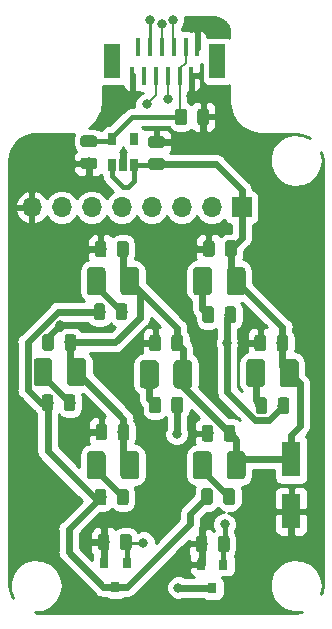
<source format=gbr>
G04 #@! TF.GenerationSoftware,KiCad,Pcbnew,(5.0.0)*
G04 #@! TF.CreationDate,2018-12-24T10:33:18-05:00*
G04 #@! TF.ProjectId,uv_pcb,75765F7063622E6B696361645F706362,rev?*
G04 #@! TF.SameCoordinates,Original*
G04 #@! TF.FileFunction,Copper,L1,Top,Signal*
G04 #@! TF.FilePolarity,Positive*
%FSLAX46Y46*%
G04 Gerber Fmt 4.6, Leading zero omitted, Abs format (unit mm)*
G04 Created by KiCad (PCBNEW (5.0.0)) date 12/24/18 10:33:18*
%MOMM*%
%LPD*%
G01*
G04 APERTURE LIST*
G04 #@! TA.AperFunction,Conductor*
%ADD10C,0.100000*%
G04 #@! TD*
G04 #@! TA.AperFunction,SMDPad,CuDef*
%ADD11C,1.600000*%
G04 #@! TD*
G04 #@! TA.AperFunction,SMDPad,CuDef*
%ADD12C,0.975000*%
G04 #@! TD*
G04 #@! TA.AperFunction,SMDPad,CuDef*
%ADD13R,1.400000X2.900000*%
G04 #@! TD*
G04 #@! TA.AperFunction,SMDPad,CuDef*
%ADD14R,0.400000X1.600000*%
G04 #@! TD*
G04 #@! TA.AperFunction,SMDPad,CuDef*
%ADD15R,0.800000X0.900000*%
G04 #@! TD*
G04 #@! TA.AperFunction,SMDPad,CuDef*
%ADD16R,1.600000X3.000000*%
G04 #@! TD*
G04 #@! TA.AperFunction,ComponentPad*
%ADD17R,1.700000X1.700000*%
G04 #@! TD*
G04 #@! TA.AperFunction,ComponentPad*
%ADD18O,1.700000X1.700000*%
G04 #@! TD*
G04 #@! TA.AperFunction,SMDPad,CuDef*
%ADD19R,0.650000X1.060000*%
G04 #@! TD*
G04 #@! TA.AperFunction,ViaPad*
%ADD20C,0.800000*%
G04 #@! TD*
G04 #@! TA.AperFunction,ViaPad*
%ADD21C,0.600000*%
G04 #@! TD*
G04 #@! TA.AperFunction,Conductor*
%ADD22C,0.200000*%
G04 #@! TD*
G04 #@! TA.AperFunction,Conductor*
%ADD23C,0.600000*%
G04 #@! TD*
G04 #@! TA.AperFunction,Conductor*
%ADD24C,0.250000*%
G04 #@! TD*
G04 #@! TA.AperFunction,Conductor*
%ADD25C,0.400000*%
G04 #@! TD*
G04 #@! TA.AperFunction,Conductor*
%ADD26C,0.254000*%
G04 #@! TD*
G04 APERTURE END LIST*
D10*
G04 #@! TO.N,Net-(D2-Pad1)*
G04 #@! TO.C,D2*
G36*
X115354616Y-74501710D02*
X115389096Y-74506825D01*
X115422909Y-74515295D01*
X115455729Y-74527038D01*
X115487240Y-74541942D01*
X115517139Y-74559862D01*
X115545136Y-74580627D01*
X115570964Y-74604036D01*
X115594373Y-74629864D01*
X115615138Y-74657861D01*
X115633058Y-74687760D01*
X115647962Y-74719271D01*
X115659705Y-74752091D01*
X115668175Y-74785904D01*
X115673290Y-74820384D01*
X115675000Y-74855200D01*
X115675000Y-76544800D01*
X115673290Y-76579616D01*
X115668175Y-76614096D01*
X115659705Y-76647909D01*
X115647962Y-76680729D01*
X115633058Y-76712240D01*
X115615138Y-76742139D01*
X115594373Y-76770136D01*
X115570964Y-76795964D01*
X115545136Y-76819373D01*
X115517139Y-76840138D01*
X115487240Y-76858058D01*
X115455729Y-76872962D01*
X115422909Y-76884705D01*
X115389096Y-76893175D01*
X115354616Y-76898290D01*
X115319800Y-76900000D01*
X114430200Y-76900000D01*
X114395384Y-76898290D01*
X114360904Y-76893175D01*
X114327091Y-76884705D01*
X114294271Y-76872962D01*
X114262760Y-76858058D01*
X114232861Y-76840138D01*
X114204864Y-76819373D01*
X114179036Y-76795964D01*
X114155627Y-76770136D01*
X114134862Y-76742139D01*
X114116942Y-76712240D01*
X114102038Y-76680729D01*
X114090295Y-76647909D01*
X114081825Y-76614096D01*
X114076710Y-76579616D01*
X114075000Y-76544800D01*
X114075000Y-74855200D01*
X114076710Y-74820384D01*
X114081825Y-74785904D01*
X114090295Y-74752091D01*
X114102038Y-74719271D01*
X114116942Y-74687760D01*
X114134862Y-74657861D01*
X114155627Y-74629864D01*
X114179036Y-74604036D01*
X114204864Y-74580627D01*
X114232861Y-74559862D01*
X114262760Y-74541942D01*
X114294271Y-74527038D01*
X114327091Y-74515295D01*
X114360904Y-74506825D01*
X114395384Y-74501710D01*
X114430200Y-74500000D01*
X115319800Y-74500000D01*
X115354616Y-74501710D01*
X115354616Y-74501710D01*
G37*
D11*
G04 #@! TD*
G04 #@! TO.P,D2,1*
G04 #@! TO.N,Net-(D2-Pad1)*
X114875000Y-75700000D03*
D10*
G04 #@! TO.N,+5V*
G04 #@! TO.C,D2*
G36*
X118204616Y-74501710D02*
X118239096Y-74506825D01*
X118272909Y-74515295D01*
X118305729Y-74527038D01*
X118337240Y-74541942D01*
X118367139Y-74559862D01*
X118395136Y-74580627D01*
X118420964Y-74604036D01*
X118444373Y-74629864D01*
X118465138Y-74657861D01*
X118483058Y-74687760D01*
X118497962Y-74719271D01*
X118509705Y-74752091D01*
X118518175Y-74785904D01*
X118523290Y-74820384D01*
X118525000Y-74855200D01*
X118525000Y-76544800D01*
X118523290Y-76579616D01*
X118518175Y-76614096D01*
X118509705Y-76647909D01*
X118497962Y-76680729D01*
X118483058Y-76712240D01*
X118465138Y-76742139D01*
X118444373Y-76770136D01*
X118420964Y-76795964D01*
X118395136Y-76819373D01*
X118367139Y-76840138D01*
X118337240Y-76858058D01*
X118305729Y-76872962D01*
X118272909Y-76884705D01*
X118239096Y-76893175D01*
X118204616Y-76898290D01*
X118169800Y-76900000D01*
X117280200Y-76900000D01*
X117245384Y-76898290D01*
X117210904Y-76893175D01*
X117177091Y-76884705D01*
X117144271Y-76872962D01*
X117112760Y-76858058D01*
X117082861Y-76840138D01*
X117054864Y-76819373D01*
X117029036Y-76795964D01*
X117005627Y-76770136D01*
X116984862Y-76742139D01*
X116966942Y-76712240D01*
X116952038Y-76680729D01*
X116940295Y-76647909D01*
X116931825Y-76614096D01*
X116926710Y-76579616D01*
X116925000Y-76544800D01*
X116925000Y-74855200D01*
X116926710Y-74820384D01*
X116931825Y-74785904D01*
X116940295Y-74752091D01*
X116952038Y-74719271D01*
X116966942Y-74687760D01*
X116984862Y-74657861D01*
X117005627Y-74629864D01*
X117029036Y-74604036D01*
X117054864Y-74580627D01*
X117082861Y-74559862D01*
X117112760Y-74541942D01*
X117144271Y-74527038D01*
X117177091Y-74515295D01*
X117210904Y-74506825D01*
X117245384Y-74501710D01*
X117280200Y-74500000D01*
X118169800Y-74500000D01*
X118204616Y-74501710D01*
X118204616Y-74501710D01*
G37*
D11*
G04 #@! TD*
G04 #@! TO.P,D2,2*
G04 #@! TO.N,+5V*
X117725000Y-75700000D03*
D10*
G04 #@! TO.N,+5V*
G04 #@! TO.C,D1*
G36*
X113704616Y-82401710D02*
X113739096Y-82406825D01*
X113772909Y-82415295D01*
X113805729Y-82427038D01*
X113837240Y-82441942D01*
X113867139Y-82459862D01*
X113895136Y-82480627D01*
X113920964Y-82504036D01*
X113944373Y-82529864D01*
X113965138Y-82557861D01*
X113983058Y-82587760D01*
X113997962Y-82619271D01*
X114009705Y-82652091D01*
X114018175Y-82685904D01*
X114023290Y-82720384D01*
X114025000Y-82755200D01*
X114025000Y-84444800D01*
X114023290Y-84479616D01*
X114018175Y-84514096D01*
X114009705Y-84547909D01*
X113997962Y-84580729D01*
X113983058Y-84612240D01*
X113965138Y-84642139D01*
X113944373Y-84670136D01*
X113920964Y-84695964D01*
X113895136Y-84719373D01*
X113867139Y-84740138D01*
X113837240Y-84758058D01*
X113805729Y-84772962D01*
X113772909Y-84784705D01*
X113739096Y-84793175D01*
X113704616Y-84798290D01*
X113669800Y-84800000D01*
X112780200Y-84800000D01*
X112745384Y-84798290D01*
X112710904Y-84793175D01*
X112677091Y-84784705D01*
X112644271Y-84772962D01*
X112612760Y-84758058D01*
X112582861Y-84740138D01*
X112554864Y-84719373D01*
X112529036Y-84695964D01*
X112505627Y-84670136D01*
X112484862Y-84642139D01*
X112466942Y-84612240D01*
X112452038Y-84580729D01*
X112440295Y-84547909D01*
X112431825Y-84514096D01*
X112426710Y-84479616D01*
X112425000Y-84444800D01*
X112425000Y-82755200D01*
X112426710Y-82720384D01*
X112431825Y-82685904D01*
X112440295Y-82652091D01*
X112452038Y-82619271D01*
X112466942Y-82587760D01*
X112484862Y-82557861D01*
X112505627Y-82529864D01*
X112529036Y-82504036D01*
X112554864Y-82480627D01*
X112582861Y-82459862D01*
X112612760Y-82441942D01*
X112644271Y-82427038D01*
X112677091Y-82415295D01*
X112710904Y-82406825D01*
X112745384Y-82401710D01*
X112780200Y-82400000D01*
X113669800Y-82400000D01*
X113704616Y-82401710D01*
X113704616Y-82401710D01*
G37*
D11*
G04 #@! TD*
G04 #@! TO.P,D1,2*
G04 #@! TO.N,+5V*
X113225000Y-83600000D03*
D10*
G04 #@! TO.N,Net-(D1-Pad1)*
G04 #@! TO.C,D1*
G36*
X110854616Y-82401710D02*
X110889096Y-82406825D01*
X110922909Y-82415295D01*
X110955729Y-82427038D01*
X110987240Y-82441942D01*
X111017139Y-82459862D01*
X111045136Y-82480627D01*
X111070964Y-82504036D01*
X111094373Y-82529864D01*
X111115138Y-82557861D01*
X111133058Y-82587760D01*
X111147962Y-82619271D01*
X111159705Y-82652091D01*
X111168175Y-82685904D01*
X111173290Y-82720384D01*
X111175000Y-82755200D01*
X111175000Y-84444800D01*
X111173290Y-84479616D01*
X111168175Y-84514096D01*
X111159705Y-84547909D01*
X111147962Y-84580729D01*
X111133058Y-84612240D01*
X111115138Y-84642139D01*
X111094373Y-84670136D01*
X111070964Y-84695964D01*
X111045136Y-84719373D01*
X111017139Y-84740138D01*
X110987240Y-84758058D01*
X110955729Y-84772962D01*
X110922909Y-84784705D01*
X110889096Y-84793175D01*
X110854616Y-84798290D01*
X110819800Y-84800000D01*
X109930200Y-84800000D01*
X109895384Y-84798290D01*
X109860904Y-84793175D01*
X109827091Y-84784705D01*
X109794271Y-84772962D01*
X109762760Y-84758058D01*
X109732861Y-84740138D01*
X109704864Y-84719373D01*
X109679036Y-84695964D01*
X109655627Y-84670136D01*
X109634862Y-84642139D01*
X109616942Y-84612240D01*
X109602038Y-84580729D01*
X109590295Y-84547909D01*
X109581825Y-84514096D01*
X109576710Y-84479616D01*
X109575000Y-84444800D01*
X109575000Y-82755200D01*
X109576710Y-82720384D01*
X109581825Y-82685904D01*
X109590295Y-82652091D01*
X109602038Y-82619271D01*
X109616942Y-82587760D01*
X109634862Y-82557861D01*
X109655627Y-82529864D01*
X109679036Y-82504036D01*
X109704864Y-82480627D01*
X109732861Y-82459862D01*
X109762760Y-82441942D01*
X109794271Y-82427038D01*
X109827091Y-82415295D01*
X109860904Y-82406825D01*
X109895384Y-82401710D01*
X109930200Y-82400000D01*
X110819800Y-82400000D01*
X110854616Y-82401710D01*
X110854616Y-82401710D01*
G37*
D11*
G04 #@! TD*
G04 #@! TO.P,D1,1*
G04 #@! TO.N,Net-(D1-Pad1)*
X110375000Y-83600000D03*
D10*
G04 #@! TO.N,Net-(D6-Pad1)*
G04 #@! TO.C,D6*
G36*
X101854616Y-82201710D02*
X101889096Y-82206825D01*
X101922909Y-82215295D01*
X101955729Y-82227038D01*
X101987240Y-82241942D01*
X102017139Y-82259862D01*
X102045136Y-82280627D01*
X102070964Y-82304036D01*
X102094373Y-82329864D01*
X102115138Y-82357861D01*
X102133058Y-82387760D01*
X102147962Y-82419271D01*
X102159705Y-82452091D01*
X102168175Y-82485904D01*
X102173290Y-82520384D01*
X102175000Y-82555200D01*
X102175000Y-84244800D01*
X102173290Y-84279616D01*
X102168175Y-84314096D01*
X102159705Y-84347909D01*
X102147962Y-84380729D01*
X102133058Y-84412240D01*
X102115138Y-84442139D01*
X102094373Y-84470136D01*
X102070964Y-84495964D01*
X102045136Y-84519373D01*
X102017139Y-84540138D01*
X101987240Y-84558058D01*
X101955729Y-84572962D01*
X101922909Y-84584705D01*
X101889096Y-84593175D01*
X101854616Y-84598290D01*
X101819800Y-84600000D01*
X100930200Y-84600000D01*
X100895384Y-84598290D01*
X100860904Y-84593175D01*
X100827091Y-84584705D01*
X100794271Y-84572962D01*
X100762760Y-84558058D01*
X100732861Y-84540138D01*
X100704864Y-84519373D01*
X100679036Y-84495964D01*
X100655627Y-84470136D01*
X100634862Y-84442139D01*
X100616942Y-84412240D01*
X100602038Y-84380729D01*
X100590295Y-84347909D01*
X100581825Y-84314096D01*
X100576710Y-84279616D01*
X100575000Y-84244800D01*
X100575000Y-82555200D01*
X100576710Y-82520384D01*
X100581825Y-82485904D01*
X100590295Y-82452091D01*
X100602038Y-82419271D01*
X100616942Y-82387760D01*
X100634862Y-82357861D01*
X100655627Y-82329864D01*
X100679036Y-82304036D01*
X100704864Y-82280627D01*
X100732861Y-82259862D01*
X100762760Y-82241942D01*
X100794271Y-82227038D01*
X100827091Y-82215295D01*
X100860904Y-82206825D01*
X100895384Y-82201710D01*
X100930200Y-82200000D01*
X101819800Y-82200000D01*
X101854616Y-82201710D01*
X101854616Y-82201710D01*
G37*
D11*
G04 #@! TD*
G04 #@! TO.P,D6,1*
G04 #@! TO.N,Net-(D6-Pad1)*
X101375000Y-83400000D03*
D10*
G04 #@! TO.N,+5V*
G04 #@! TO.C,D6*
G36*
X104704616Y-82201710D02*
X104739096Y-82206825D01*
X104772909Y-82215295D01*
X104805729Y-82227038D01*
X104837240Y-82241942D01*
X104867139Y-82259862D01*
X104895136Y-82280627D01*
X104920964Y-82304036D01*
X104944373Y-82329864D01*
X104965138Y-82357861D01*
X104983058Y-82387760D01*
X104997962Y-82419271D01*
X105009705Y-82452091D01*
X105018175Y-82485904D01*
X105023290Y-82520384D01*
X105025000Y-82555200D01*
X105025000Y-84244800D01*
X105023290Y-84279616D01*
X105018175Y-84314096D01*
X105009705Y-84347909D01*
X104997962Y-84380729D01*
X104983058Y-84412240D01*
X104965138Y-84442139D01*
X104944373Y-84470136D01*
X104920964Y-84495964D01*
X104895136Y-84519373D01*
X104867139Y-84540138D01*
X104837240Y-84558058D01*
X104805729Y-84572962D01*
X104772909Y-84584705D01*
X104739096Y-84593175D01*
X104704616Y-84598290D01*
X104669800Y-84600000D01*
X103780200Y-84600000D01*
X103745384Y-84598290D01*
X103710904Y-84593175D01*
X103677091Y-84584705D01*
X103644271Y-84572962D01*
X103612760Y-84558058D01*
X103582861Y-84540138D01*
X103554864Y-84519373D01*
X103529036Y-84495964D01*
X103505627Y-84470136D01*
X103484862Y-84442139D01*
X103466942Y-84412240D01*
X103452038Y-84380729D01*
X103440295Y-84347909D01*
X103431825Y-84314096D01*
X103426710Y-84279616D01*
X103425000Y-84244800D01*
X103425000Y-82555200D01*
X103426710Y-82520384D01*
X103431825Y-82485904D01*
X103440295Y-82452091D01*
X103452038Y-82419271D01*
X103466942Y-82387760D01*
X103484862Y-82357861D01*
X103505627Y-82329864D01*
X103529036Y-82304036D01*
X103554864Y-82280627D01*
X103582861Y-82259862D01*
X103612760Y-82241942D01*
X103644271Y-82227038D01*
X103677091Y-82215295D01*
X103710904Y-82206825D01*
X103745384Y-82201710D01*
X103780200Y-82200000D01*
X104669800Y-82200000D01*
X104704616Y-82201710D01*
X104704616Y-82201710D01*
G37*
D11*
G04 #@! TD*
G04 #@! TO.P,D6,2*
G04 #@! TO.N,+5V*
X104225000Y-83400000D03*
D10*
G04 #@! TO.N,+5V*
G04 #@! TO.C,D5*
G36*
X109204616Y-90101710D02*
X109239096Y-90106825D01*
X109272909Y-90115295D01*
X109305729Y-90127038D01*
X109337240Y-90141942D01*
X109367139Y-90159862D01*
X109395136Y-90180627D01*
X109420964Y-90204036D01*
X109444373Y-90229864D01*
X109465138Y-90257861D01*
X109483058Y-90287760D01*
X109497962Y-90319271D01*
X109509705Y-90352091D01*
X109518175Y-90385904D01*
X109523290Y-90420384D01*
X109525000Y-90455200D01*
X109525000Y-92144800D01*
X109523290Y-92179616D01*
X109518175Y-92214096D01*
X109509705Y-92247909D01*
X109497962Y-92280729D01*
X109483058Y-92312240D01*
X109465138Y-92342139D01*
X109444373Y-92370136D01*
X109420964Y-92395964D01*
X109395136Y-92419373D01*
X109367139Y-92440138D01*
X109337240Y-92458058D01*
X109305729Y-92472962D01*
X109272909Y-92484705D01*
X109239096Y-92493175D01*
X109204616Y-92498290D01*
X109169800Y-92500000D01*
X108280200Y-92500000D01*
X108245384Y-92498290D01*
X108210904Y-92493175D01*
X108177091Y-92484705D01*
X108144271Y-92472962D01*
X108112760Y-92458058D01*
X108082861Y-92440138D01*
X108054864Y-92419373D01*
X108029036Y-92395964D01*
X108005627Y-92370136D01*
X107984862Y-92342139D01*
X107966942Y-92312240D01*
X107952038Y-92280729D01*
X107940295Y-92247909D01*
X107931825Y-92214096D01*
X107926710Y-92179616D01*
X107925000Y-92144800D01*
X107925000Y-90455200D01*
X107926710Y-90420384D01*
X107931825Y-90385904D01*
X107940295Y-90352091D01*
X107952038Y-90319271D01*
X107966942Y-90287760D01*
X107984862Y-90257861D01*
X108005627Y-90229864D01*
X108029036Y-90204036D01*
X108054864Y-90180627D01*
X108082861Y-90159862D01*
X108112760Y-90141942D01*
X108144271Y-90127038D01*
X108177091Y-90115295D01*
X108210904Y-90106825D01*
X108245384Y-90101710D01*
X108280200Y-90100000D01*
X109169800Y-90100000D01*
X109204616Y-90101710D01*
X109204616Y-90101710D01*
G37*
D11*
G04 #@! TD*
G04 #@! TO.P,D5,2*
G04 #@! TO.N,+5V*
X108725000Y-91300000D03*
D10*
G04 #@! TO.N,Net-(D5-Pad1)*
G04 #@! TO.C,D5*
G36*
X106354616Y-90101710D02*
X106389096Y-90106825D01*
X106422909Y-90115295D01*
X106455729Y-90127038D01*
X106487240Y-90141942D01*
X106517139Y-90159862D01*
X106545136Y-90180627D01*
X106570964Y-90204036D01*
X106594373Y-90229864D01*
X106615138Y-90257861D01*
X106633058Y-90287760D01*
X106647962Y-90319271D01*
X106659705Y-90352091D01*
X106668175Y-90385904D01*
X106673290Y-90420384D01*
X106675000Y-90455200D01*
X106675000Y-92144800D01*
X106673290Y-92179616D01*
X106668175Y-92214096D01*
X106659705Y-92247909D01*
X106647962Y-92280729D01*
X106633058Y-92312240D01*
X106615138Y-92342139D01*
X106594373Y-92370136D01*
X106570964Y-92395964D01*
X106545136Y-92419373D01*
X106517139Y-92440138D01*
X106487240Y-92458058D01*
X106455729Y-92472962D01*
X106422909Y-92484705D01*
X106389096Y-92493175D01*
X106354616Y-92498290D01*
X106319800Y-92500000D01*
X105430200Y-92500000D01*
X105395384Y-92498290D01*
X105360904Y-92493175D01*
X105327091Y-92484705D01*
X105294271Y-92472962D01*
X105262760Y-92458058D01*
X105232861Y-92440138D01*
X105204864Y-92419373D01*
X105179036Y-92395964D01*
X105155627Y-92370136D01*
X105134862Y-92342139D01*
X105116942Y-92312240D01*
X105102038Y-92280729D01*
X105090295Y-92247909D01*
X105081825Y-92214096D01*
X105076710Y-92179616D01*
X105075000Y-92144800D01*
X105075000Y-90455200D01*
X105076710Y-90420384D01*
X105081825Y-90385904D01*
X105090295Y-90352091D01*
X105102038Y-90319271D01*
X105116942Y-90287760D01*
X105134862Y-90257861D01*
X105155627Y-90229864D01*
X105179036Y-90204036D01*
X105204864Y-90180627D01*
X105232861Y-90159862D01*
X105262760Y-90141942D01*
X105294271Y-90127038D01*
X105327091Y-90115295D01*
X105360904Y-90106825D01*
X105395384Y-90101710D01*
X105430200Y-90100000D01*
X106319800Y-90100000D01*
X106354616Y-90101710D01*
X106354616Y-90101710D01*
G37*
D11*
G04 #@! TD*
G04 #@! TO.P,D5,1*
G04 #@! TO.N,Net-(D5-Pad1)*
X105875000Y-91300000D03*
D10*
G04 #@! TO.N,Net-(D4-Pad1)*
G04 #@! TO.C,D4*
G36*
X115354616Y-90101710D02*
X115389096Y-90106825D01*
X115422909Y-90115295D01*
X115455729Y-90127038D01*
X115487240Y-90141942D01*
X115517139Y-90159862D01*
X115545136Y-90180627D01*
X115570964Y-90204036D01*
X115594373Y-90229864D01*
X115615138Y-90257861D01*
X115633058Y-90287760D01*
X115647962Y-90319271D01*
X115659705Y-90352091D01*
X115668175Y-90385904D01*
X115673290Y-90420384D01*
X115675000Y-90455200D01*
X115675000Y-92144800D01*
X115673290Y-92179616D01*
X115668175Y-92214096D01*
X115659705Y-92247909D01*
X115647962Y-92280729D01*
X115633058Y-92312240D01*
X115615138Y-92342139D01*
X115594373Y-92370136D01*
X115570964Y-92395964D01*
X115545136Y-92419373D01*
X115517139Y-92440138D01*
X115487240Y-92458058D01*
X115455729Y-92472962D01*
X115422909Y-92484705D01*
X115389096Y-92493175D01*
X115354616Y-92498290D01*
X115319800Y-92500000D01*
X114430200Y-92500000D01*
X114395384Y-92498290D01*
X114360904Y-92493175D01*
X114327091Y-92484705D01*
X114294271Y-92472962D01*
X114262760Y-92458058D01*
X114232861Y-92440138D01*
X114204864Y-92419373D01*
X114179036Y-92395964D01*
X114155627Y-92370136D01*
X114134862Y-92342139D01*
X114116942Y-92312240D01*
X114102038Y-92280729D01*
X114090295Y-92247909D01*
X114081825Y-92214096D01*
X114076710Y-92179616D01*
X114075000Y-92144800D01*
X114075000Y-90455200D01*
X114076710Y-90420384D01*
X114081825Y-90385904D01*
X114090295Y-90352091D01*
X114102038Y-90319271D01*
X114116942Y-90287760D01*
X114134862Y-90257861D01*
X114155627Y-90229864D01*
X114179036Y-90204036D01*
X114204864Y-90180627D01*
X114232861Y-90159862D01*
X114262760Y-90141942D01*
X114294271Y-90127038D01*
X114327091Y-90115295D01*
X114360904Y-90106825D01*
X114395384Y-90101710D01*
X114430200Y-90100000D01*
X115319800Y-90100000D01*
X115354616Y-90101710D01*
X115354616Y-90101710D01*
G37*
D11*
G04 #@! TD*
G04 #@! TO.P,D4,1*
G04 #@! TO.N,Net-(D4-Pad1)*
X114875000Y-91300000D03*
D10*
G04 #@! TO.N,+5V*
G04 #@! TO.C,D4*
G36*
X118204616Y-90101710D02*
X118239096Y-90106825D01*
X118272909Y-90115295D01*
X118305729Y-90127038D01*
X118337240Y-90141942D01*
X118367139Y-90159862D01*
X118395136Y-90180627D01*
X118420964Y-90204036D01*
X118444373Y-90229864D01*
X118465138Y-90257861D01*
X118483058Y-90287760D01*
X118497962Y-90319271D01*
X118509705Y-90352091D01*
X118518175Y-90385904D01*
X118523290Y-90420384D01*
X118525000Y-90455200D01*
X118525000Y-92144800D01*
X118523290Y-92179616D01*
X118518175Y-92214096D01*
X118509705Y-92247909D01*
X118497962Y-92280729D01*
X118483058Y-92312240D01*
X118465138Y-92342139D01*
X118444373Y-92370136D01*
X118420964Y-92395964D01*
X118395136Y-92419373D01*
X118367139Y-92440138D01*
X118337240Y-92458058D01*
X118305729Y-92472962D01*
X118272909Y-92484705D01*
X118239096Y-92493175D01*
X118204616Y-92498290D01*
X118169800Y-92500000D01*
X117280200Y-92500000D01*
X117245384Y-92498290D01*
X117210904Y-92493175D01*
X117177091Y-92484705D01*
X117144271Y-92472962D01*
X117112760Y-92458058D01*
X117082861Y-92440138D01*
X117054864Y-92419373D01*
X117029036Y-92395964D01*
X117005627Y-92370136D01*
X116984862Y-92342139D01*
X116966942Y-92312240D01*
X116952038Y-92280729D01*
X116940295Y-92247909D01*
X116931825Y-92214096D01*
X116926710Y-92179616D01*
X116925000Y-92144800D01*
X116925000Y-90455200D01*
X116926710Y-90420384D01*
X116931825Y-90385904D01*
X116940295Y-90352091D01*
X116952038Y-90319271D01*
X116966942Y-90287760D01*
X116984862Y-90257861D01*
X117005627Y-90229864D01*
X117029036Y-90204036D01*
X117054864Y-90180627D01*
X117082861Y-90159862D01*
X117112760Y-90141942D01*
X117144271Y-90127038D01*
X117177091Y-90115295D01*
X117210904Y-90106825D01*
X117245384Y-90101710D01*
X117280200Y-90100000D01*
X118169800Y-90100000D01*
X118204616Y-90101710D01*
X118204616Y-90101710D01*
G37*
D11*
G04 #@! TD*
G04 #@! TO.P,D4,2*
G04 #@! TO.N,+5V*
X117725000Y-91300000D03*
D10*
G04 #@! TO.N,+5V*
G04 #@! TO.C,D3*
G36*
X122704616Y-82301710D02*
X122739096Y-82306825D01*
X122772909Y-82315295D01*
X122805729Y-82327038D01*
X122837240Y-82341942D01*
X122867139Y-82359862D01*
X122895136Y-82380627D01*
X122920964Y-82404036D01*
X122944373Y-82429864D01*
X122965138Y-82457861D01*
X122983058Y-82487760D01*
X122997962Y-82519271D01*
X123009705Y-82552091D01*
X123018175Y-82585904D01*
X123023290Y-82620384D01*
X123025000Y-82655200D01*
X123025000Y-84344800D01*
X123023290Y-84379616D01*
X123018175Y-84414096D01*
X123009705Y-84447909D01*
X122997962Y-84480729D01*
X122983058Y-84512240D01*
X122965138Y-84542139D01*
X122944373Y-84570136D01*
X122920964Y-84595964D01*
X122895136Y-84619373D01*
X122867139Y-84640138D01*
X122837240Y-84658058D01*
X122805729Y-84672962D01*
X122772909Y-84684705D01*
X122739096Y-84693175D01*
X122704616Y-84698290D01*
X122669800Y-84700000D01*
X121780200Y-84700000D01*
X121745384Y-84698290D01*
X121710904Y-84693175D01*
X121677091Y-84684705D01*
X121644271Y-84672962D01*
X121612760Y-84658058D01*
X121582861Y-84640138D01*
X121554864Y-84619373D01*
X121529036Y-84595964D01*
X121505627Y-84570136D01*
X121484862Y-84542139D01*
X121466942Y-84512240D01*
X121452038Y-84480729D01*
X121440295Y-84447909D01*
X121431825Y-84414096D01*
X121426710Y-84379616D01*
X121425000Y-84344800D01*
X121425000Y-82655200D01*
X121426710Y-82620384D01*
X121431825Y-82585904D01*
X121440295Y-82552091D01*
X121452038Y-82519271D01*
X121466942Y-82487760D01*
X121484862Y-82457861D01*
X121505627Y-82429864D01*
X121529036Y-82404036D01*
X121554864Y-82380627D01*
X121582861Y-82359862D01*
X121612760Y-82341942D01*
X121644271Y-82327038D01*
X121677091Y-82315295D01*
X121710904Y-82306825D01*
X121745384Y-82301710D01*
X121780200Y-82300000D01*
X122669800Y-82300000D01*
X122704616Y-82301710D01*
X122704616Y-82301710D01*
G37*
D11*
G04 #@! TD*
G04 #@! TO.P,D3,2*
G04 #@! TO.N,+5V*
X122225000Y-83500000D03*
D10*
G04 #@! TO.N,Net-(D3-Pad1)*
G04 #@! TO.C,D3*
G36*
X119854616Y-82301710D02*
X119889096Y-82306825D01*
X119922909Y-82315295D01*
X119955729Y-82327038D01*
X119987240Y-82341942D01*
X120017139Y-82359862D01*
X120045136Y-82380627D01*
X120070964Y-82404036D01*
X120094373Y-82429864D01*
X120115138Y-82457861D01*
X120133058Y-82487760D01*
X120147962Y-82519271D01*
X120159705Y-82552091D01*
X120168175Y-82585904D01*
X120173290Y-82620384D01*
X120175000Y-82655200D01*
X120175000Y-84344800D01*
X120173290Y-84379616D01*
X120168175Y-84414096D01*
X120159705Y-84447909D01*
X120147962Y-84480729D01*
X120133058Y-84512240D01*
X120115138Y-84542139D01*
X120094373Y-84570136D01*
X120070964Y-84595964D01*
X120045136Y-84619373D01*
X120017139Y-84640138D01*
X119987240Y-84658058D01*
X119955729Y-84672962D01*
X119922909Y-84684705D01*
X119889096Y-84693175D01*
X119854616Y-84698290D01*
X119819800Y-84700000D01*
X118930200Y-84700000D01*
X118895384Y-84698290D01*
X118860904Y-84693175D01*
X118827091Y-84684705D01*
X118794271Y-84672962D01*
X118762760Y-84658058D01*
X118732861Y-84640138D01*
X118704864Y-84619373D01*
X118679036Y-84595964D01*
X118655627Y-84570136D01*
X118634862Y-84542139D01*
X118616942Y-84512240D01*
X118602038Y-84480729D01*
X118590295Y-84447909D01*
X118581825Y-84414096D01*
X118576710Y-84379616D01*
X118575000Y-84344800D01*
X118575000Y-82655200D01*
X118576710Y-82620384D01*
X118581825Y-82585904D01*
X118590295Y-82552091D01*
X118602038Y-82519271D01*
X118616942Y-82487760D01*
X118634862Y-82457861D01*
X118655627Y-82429864D01*
X118679036Y-82404036D01*
X118704864Y-82380627D01*
X118732861Y-82359862D01*
X118762760Y-82341942D01*
X118794271Y-82327038D01*
X118827091Y-82315295D01*
X118860904Y-82306825D01*
X118895384Y-82301710D01*
X118930200Y-82300000D01*
X119819800Y-82300000D01*
X119854616Y-82301710D01*
X119854616Y-82301710D01*
G37*
D11*
G04 #@! TD*
G04 #@! TO.P,D3,1*
G04 #@! TO.N,Net-(D3-Pad1)*
X119375000Y-83500000D03*
D10*
G04 #@! TO.N,Net-(D7-Pad1)*
G04 #@! TO.C,D7*
G36*
X106354616Y-74501710D02*
X106389096Y-74506825D01*
X106422909Y-74515295D01*
X106455729Y-74527038D01*
X106487240Y-74541942D01*
X106517139Y-74559862D01*
X106545136Y-74580627D01*
X106570964Y-74604036D01*
X106594373Y-74629864D01*
X106615138Y-74657861D01*
X106633058Y-74687760D01*
X106647962Y-74719271D01*
X106659705Y-74752091D01*
X106668175Y-74785904D01*
X106673290Y-74820384D01*
X106675000Y-74855200D01*
X106675000Y-76544800D01*
X106673290Y-76579616D01*
X106668175Y-76614096D01*
X106659705Y-76647909D01*
X106647962Y-76680729D01*
X106633058Y-76712240D01*
X106615138Y-76742139D01*
X106594373Y-76770136D01*
X106570964Y-76795964D01*
X106545136Y-76819373D01*
X106517139Y-76840138D01*
X106487240Y-76858058D01*
X106455729Y-76872962D01*
X106422909Y-76884705D01*
X106389096Y-76893175D01*
X106354616Y-76898290D01*
X106319800Y-76900000D01*
X105430200Y-76900000D01*
X105395384Y-76898290D01*
X105360904Y-76893175D01*
X105327091Y-76884705D01*
X105294271Y-76872962D01*
X105262760Y-76858058D01*
X105232861Y-76840138D01*
X105204864Y-76819373D01*
X105179036Y-76795964D01*
X105155627Y-76770136D01*
X105134862Y-76742139D01*
X105116942Y-76712240D01*
X105102038Y-76680729D01*
X105090295Y-76647909D01*
X105081825Y-76614096D01*
X105076710Y-76579616D01*
X105075000Y-76544800D01*
X105075000Y-74855200D01*
X105076710Y-74820384D01*
X105081825Y-74785904D01*
X105090295Y-74752091D01*
X105102038Y-74719271D01*
X105116942Y-74687760D01*
X105134862Y-74657861D01*
X105155627Y-74629864D01*
X105179036Y-74604036D01*
X105204864Y-74580627D01*
X105232861Y-74559862D01*
X105262760Y-74541942D01*
X105294271Y-74527038D01*
X105327091Y-74515295D01*
X105360904Y-74506825D01*
X105395384Y-74501710D01*
X105430200Y-74500000D01*
X106319800Y-74500000D01*
X106354616Y-74501710D01*
X106354616Y-74501710D01*
G37*
D11*
G04 #@! TD*
G04 #@! TO.P,D7,1*
G04 #@! TO.N,Net-(D7-Pad1)*
X105875000Y-75700000D03*
D10*
G04 #@! TO.N,+5V*
G04 #@! TO.C,D7*
G36*
X109204616Y-74501710D02*
X109239096Y-74506825D01*
X109272909Y-74515295D01*
X109305729Y-74527038D01*
X109337240Y-74541942D01*
X109367139Y-74559862D01*
X109395136Y-74580627D01*
X109420964Y-74604036D01*
X109444373Y-74629864D01*
X109465138Y-74657861D01*
X109483058Y-74687760D01*
X109497962Y-74719271D01*
X109509705Y-74752091D01*
X109518175Y-74785904D01*
X109523290Y-74820384D01*
X109525000Y-74855200D01*
X109525000Y-76544800D01*
X109523290Y-76579616D01*
X109518175Y-76614096D01*
X109509705Y-76647909D01*
X109497962Y-76680729D01*
X109483058Y-76712240D01*
X109465138Y-76742139D01*
X109444373Y-76770136D01*
X109420964Y-76795964D01*
X109395136Y-76819373D01*
X109367139Y-76840138D01*
X109337240Y-76858058D01*
X109305729Y-76872962D01*
X109272909Y-76884705D01*
X109239096Y-76893175D01*
X109204616Y-76898290D01*
X109169800Y-76900000D01*
X108280200Y-76900000D01*
X108245384Y-76898290D01*
X108210904Y-76893175D01*
X108177091Y-76884705D01*
X108144271Y-76872962D01*
X108112760Y-76858058D01*
X108082861Y-76840138D01*
X108054864Y-76819373D01*
X108029036Y-76795964D01*
X108005627Y-76770136D01*
X107984862Y-76742139D01*
X107966942Y-76712240D01*
X107952038Y-76680729D01*
X107940295Y-76647909D01*
X107931825Y-76614096D01*
X107926710Y-76579616D01*
X107925000Y-76544800D01*
X107925000Y-74855200D01*
X107926710Y-74820384D01*
X107931825Y-74785904D01*
X107940295Y-74752091D01*
X107952038Y-74719271D01*
X107966942Y-74687760D01*
X107984862Y-74657861D01*
X108005627Y-74629864D01*
X108029036Y-74604036D01*
X108054864Y-74580627D01*
X108082861Y-74559862D01*
X108112760Y-74541942D01*
X108144271Y-74527038D01*
X108177091Y-74515295D01*
X108210904Y-74506825D01*
X108245384Y-74501710D01*
X108280200Y-74500000D01*
X109169800Y-74500000D01*
X109204616Y-74501710D01*
X109204616Y-74501710D01*
G37*
D11*
G04 #@! TD*
G04 #@! TO.P,D7,2*
G04 #@! TO.N,+5V*
X108725000Y-75700000D03*
D10*
G04 #@! TO.N,+3V3*
G04 #@! TO.C,C4*
G36*
X113330142Y-61101174D02*
X113353803Y-61104684D01*
X113377007Y-61110496D01*
X113399529Y-61118554D01*
X113421153Y-61128782D01*
X113441670Y-61141079D01*
X113460883Y-61155329D01*
X113478607Y-61171393D01*
X113494671Y-61189117D01*
X113508921Y-61208330D01*
X113521218Y-61228847D01*
X113531446Y-61250471D01*
X113539504Y-61272993D01*
X113545316Y-61296197D01*
X113548826Y-61319858D01*
X113550000Y-61343750D01*
X113550000Y-62256250D01*
X113548826Y-62280142D01*
X113545316Y-62303803D01*
X113539504Y-62327007D01*
X113531446Y-62349529D01*
X113521218Y-62371153D01*
X113508921Y-62391670D01*
X113494671Y-62410883D01*
X113478607Y-62428607D01*
X113460883Y-62444671D01*
X113441670Y-62458921D01*
X113421153Y-62471218D01*
X113399529Y-62481446D01*
X113377007Y-62489504D01*
X113353803Y-62495316D01*
X113330142Y-62498826D01*
X113306250Y-62500000D01*
X112818750Y-62500000D01*
X112794858Y-62498826D01*
X112771197Y-62495316D01*
X112747993Y-62489504D01*
X112725471Y-62481446D01*
X112703847Y-62471218D01*
X112683330Y-62458921D01*
X112664117Y-62444671D01*
X112646393Y-62428607D01*
X112630329Y-62410883D01*
X112616079Y-62391670D01*
X112603782Y-62371153D01*
X112593554Y-62349529D01*
X112585496Y-62327007D01*
X112579684Y-62303803D01*
X112576174Y-62280142D01*
X112575000Y-62256250D01*
X112575000Y-61343750D01*
X112576174Y-61319858D01*
X112579684Y-61296197D01*
X112585496Y-61272993D01*
X112593554Y-61250471D01*
X112603782Y-61228847D01*
X112616079Y-61208330D01*
X112630329Y-61189117D01*
X112646393Y-61171393D01*
X112664117Y-61155329D01*
X112683330Y-61141079D01*
X112703847Y-61128782D01*
X112725471Y-61118554D01*
X112747993Y-61110496D01*
X112771197Y-61104684D01*
X112794858Y-61101174D01*
X112818750Y-61100000D01*
X113306250Y-61100000D01*
X113330142Y-61101174D01*
X113330142Y-61101174D01*
G37*
D12*
G04 #@! TD*
G04 #@! TO.P,C4,1*
G04 #@! TO.N,+3V3*
X113062500Y-61800000D03*
D10*
G04 #@! TO.N,GND*
G04 #@! TO.C,C4*
G36*
X115205142Y-61101174D02*
X115228803Y-61104684D01*
X115252007Y-61110496D01*
X115274529Y-61118554D01*
X115296153Y-61128782D01*
X115316670Y-61141079D01*
X115335883Y-61155329D01*
X115353607Y-61171393D01*
X115369671Y-61189117D01*
X115383921Y-61208330D01*
X115396218Y-61228847D01*
X115406446Y-61250471D01*
X115414504Y-61272993D01*
X115420316Y-61296197D01*
X115423826Y-61319858D01*
X115425000Y-61343750D01*
X115425000Y-62256250D01*
X115423826Y-62280142D01*
X115420316Y-62303803D01*
X115414504Y-62327007D01*
X115406446Y-62349529D01*
X115396218Y-62371153D01*
X115383921Y-62391670D01*
X115369671Y-62410883D01*
X115353607Y-62428607D01*
X115335883Y-62444671D01*
X115316670Y-62458921D01*
X115296153Y-62471218D01*
X115274529Y-62481446D01*
X115252007Y-62489504D01*
X115228803Y-62495316D01*
X115205142Y-62498826D01*
X115181250Y-62500000D01*
X114693750Y-62500000D01*
X114669858Y-62498826D01*
X114646197Y-62495316D01*
X114622993Y-62489504D01*
X114600471Y-62481446D01*
X114578847Y-62471218D01*
X114558330Y-62458921D01*
X114539117Y-62444671D01*
X114521393Y-62428607D01*
X114505329Y-62410883D01*
X114491079Y-62391670D01*
X114478782Y-62371153D01*
X114468554Y-62349529D01*
X114460496Y-62327007D01*
X114454684Y-62303803D01*
X114451174Y-62280142D01*
X114450000Y-62256250D01*
X114450000Y-61343750D01*
X114451174Y-61319858D01*
X114454684Y-61296197D01*
X114460496Y-61272993D01*
X114468554Y-61250471D01*
X114478782Y-61228847D01*
X114491079Y-61208330D01*
X114505329Y-61189117D01*
X114521393Y-61171393D01*
X114539117Y-61155329D01*
X114558330Y-61141079D01*
X114578847Y-61128782D01*
X114600471Y-61118554D01*
X114622993Y-61110496D01*
X114646197Y-61104684D01*
X114669858Y-61101174D01*
X114693750Y-61100000D01*
X115181250Y-61100000D01*
X115205142Y-61101174D01*
X115205142Y-61101174D01*
G37*
D12*
G04 #@! TD*
G04 #@! TO.P,C4,2*
G04 #@! TO.N,GND*
X114937500Y-61800000D03*
D13*
G04 #@! TO.P,J1,S1*
G04 #@! TO.N,N/C*
X107250000Y-57100000D03*
G04 #@! TO.P,J1,S2*
X116150000Y-57100000D03*
D14*
G04 #@! TO.P,J1,1*
G04 #@! TO.N,GND*
X108950000Y-58300000D03*
G04 #@! TO.P,J1,2*
G04 #@! TO.N,LEDC*
X109450000Y-55900000D03*
G04 #@! TO.P,J1,3*
G04 #@! TO.N,LEDA*
X109950000Y-58300000D03*
G04 #@! TO.P,J1,4*
G04 #@! TO.N,RST*
X110450000Y-55900000D03*
G04 #@! TO.P,J1,5*
G04 #@! TO.N,MOSI*
X110950000Y-58300000D03*
G04 #@! TO.P,J1,6*
G04 #@! TO.N,CLK*
X111450000Y-55900000D03*
G04 #@! TO.P,J1,7*
G04 #@! TO.N,DC*
X111950000Y-58300000D03*
G04 #@! TO.P,J1,8*
G04 #@! TO.N,CS*
X112450000Y-55900000D03*
G04 #@! TO.P,J1,9*
G04 #@! TO.N,+3V3*
X112950000Y-58300000D03*
G04 #@! TO.P,J1,10*
X113450000Y-55900000D03*
G04 #@! TO.P,J1,11*
G04 #@! TO.N,GND*
X113950000Y-58300000D03*
G04 #@! TO.P,J1,12*
X114450000Y-55900000D03*
G04 #@! TD*
D15*
G04 #@! TO.P,Q1,3*
G04 #@! TO.N,Net-(Q1-Pad3)*
X115700000Y-101700000D03*
G04 #@! TO.P,Q1,2*
G04 #@! TO.N,GND*
X114750000Y-99700000D03*
G04 #@! TO.P,Q1,1*
G04 #@! TO.N,SW1*
X116650000Y-99700000D03*
G04 #@! TD*
G04 #@! TO.P,Q2,1*
G04 #@! TO.N,SW1*
X108450000Y-99600000D03*
G04 #@! TO.P,Q2,2*
G04 #@! TO.N,GND*
X106550000Y-99600000D03*
G04 #@! TO.P,Q2,3*
G04 #@! TO.N,Net-(Q2-Pad3)*
X107500000Y-101600000D03*
G04 #@! TD*
D10*
G04 #@! TO.N,Net-(Q1-Pad3)*
G04 #@! TO.C,R1*
G36*
X113005142Y-85501174D02*
X113028803Y-85504684D01*
X113052007Y-85510496D01*
X113074529Y-85518554D01*
X113096153Y-85528782D01*
X113116670Y-85541079D01*
X113135883Y-85555329D01*
X113153607Y-85571393D01*
X113169671Y-85589117D01*
X113183921Y-85608330D01*
X113196218Y-85628847D01*
X113206446Y-85650471D01*
X113214504Y-85672993D01*
X113220316Y-85696197D01*
X113223826Y-85719858D01*
X113225000Y-85743750D01*
X113225000Y-86656250D01*
X113223826Y-86680142D01*
X113220316Y-86703803D01*
X113214504Y-86727007D01*
X113206446Y-86749529D01*
X113196218Y-86771153D01*
X113183921Y-86791670D01*
X113169671Y-86810883D01*
X113153607Y-86828607D01*
X113135883Y-86844671D01*
X113116670Y-86858921D01*
X113096153Y-86871218D01*
X113074529Y-86881446D01*
X113052007Y-86889504D01*
X113028803Y-86895316D01*
X113005142Y-86898826D01*
X112981250Y-86900000D01*
X112493750Y-86900000D01*
X112469858Y-86898826D01*
X112446197Y-86895316D01*
X112422993Y-86889504D01*
X112400471Y-86881446D01*
X112378847Y-86871218D01*
X112358330Y-86858921D01*
X112339117Y-86844671D01*
X112321393Y-86828607D01*
X112305329Y-86810883D01*
X112291079Y-86791670D01*
X112278782Y-86771153D01*
X112268554Y-86749529D01*
X112260496Y-86727007D01*
X112254684Y-86703803D01*
X112251174Y-86680142D01*
X112250000Y-86656250D01*
X112250000Y-85743750D01*
X112251174Y-85719858D01*
X112254684Y-85696197D01*
X112260496Y-85672993D01*
X112268554Y-85650471D01*
X112278782Y-85628847D01*
X112291079Y-85608330D01*
X112305329Y-85589117D01*
X112321393Y-85571393D01*
X112339117Y-85555329D01*
X112358330Y-85541079D01*
X112378847Y-85528782D01*
X112400471Y-85518554D01*
X112422993Y-85510496D01*
X112446197Y-85504684D01*
X112469858Y-85501174D01*
X112493750Y-85500000D01*
X112981250Y-85500000D01*
X113005142Y-85501174D01*
X113005142Y-85501174D01*
G37*
D12*
G04 #@! TD*
G04 #@! TO.P,R1,1*
G04 #@! TO.N,Net-(Q1-Pad3)*
X112737500Y-86200000D03*
D10*
G04 #@! TO.N,Net-(D1-Pad1)*
G04 #@! TO.C,R1*
G36*
X111130142Y-85501174D02*
X111153803Y-85504684D01*
X111177007Y-85510496D01*
X111199529Y-85518554D01*
X111221153Y-85528782D01*
X111241670Y-85541079D01*
X111260883Y-85555329D01*
X111278607Y-85571393D01*
X111294671Y-85589117D01*
X111308921Y-85608330D01*
X111321218Y-85628847D01*
X111331446Y-85650471D01*
X111339504Y-85672993D01*
X111345316Y-85696197D01*
X111348826Y-85719858D01*
X111350000Y-85743750D01*
X111350000Y-86656250D01*
X111348826Y-86680142D01*
X111345316Y-86703803D01*
X111339504Y-86727007D01*
X111331446Y-86749529D01*
X111321218Y-86771153D01*
X111308921Y-86791670D01*
X111294671Y-86810883D01*
X111278607Y-86828607D01*
X111260883Y-86844671D01*
X111241670Y-86858921D01*
X111221153Y-86871218D01*
X111199529Y-86881446D01*
X111177007Y-86889504D01*
X111153803Y-86895316D01*
X111130142Y-86898826D01*
X111106250Y-86900000D01*
X110618750Y-86900000D01*
X110594858Y-86898826D01*
X110571197Y-86895316D01*
X110547993Y-86889504D01*
X110525471Y-86881446D01*
X110503847Y-86871218D01*
X110483330Y-86858921D01*
X110464117Y-86844671D01*
X110446393Y-86828607D01*
X110430329Y-86810883D01*
X110416079Y-86791670D01*
X110403782Y-86771153D01*
X110393554Y-86749529D01*
X110385496Y-86727007D01*
X110379684Y-86703803D01*
X110376174Y-86680142D01*
X110375000Y-86656250D01*
X110375000Y-85743750D01*
X110376174Y-85719858D01*
X110379684Y-85696197D01*
X110385496Y-85672993D01*
X110393554Y-85650471D01*
X110403782Y-85628847D01*
X110416079Y-85608330D01*
X110430329Y-85589117D01*
X110446393Y-85571393D01*
X110464117Y-85555329D01*
X110483330Y-85541079D01*
X110503847Y-85528782D01*
X110525471Y-85518554D01*
X110547993Y-85510496D01*
X110571197Y-85504684D01*
X110594858Y-85501174D01*
X110618750Y-85500000D01*
X111106250Y-85500000D01*
X111130142Y-85501174D01*
X111130142Y-85501174D01*
G37*
D12*
G04 #@! TD*
G04 #@! TO.P,R1,2*
G04 #@! TO.N,Net-(D1-Pad1)*
X110862500Y-86200000D03*
D10*
G04 #@! TO.N,Net-(Q1-Pad3)*
G04 #@! TO.C,R2*
G36*
X117505142Y-77851174D02*
X117528803Y-77854684D01*
X117552007Y-77860496D01*
X117574529Y-77868554D01*
X117596153Y-77878782D01*
X117616670Y-77891079D01*
X117635883Y-77905329D01*
X117653607Y-77921393D01*
X117669671Y-77939117D01*
X117683921Y-77958330D01*
X117696218Y-77978847D01*
X117706446Y-78000471D01*
X117714504Y-78022993D01*
X117720316Y-78046197D01*
X117723826Y-78069858D01*
X117725000Y-78093750D01*
X117725000Y-79006250D01*
X117723826Y-79030142D01*
X117720316Y-79053803D01*
X117714504Y-79077007D01*
X117706446Y-79099529D01*
X117696218Y-79121153D01*
X117683921Y-79141670D01*
X117669671Y-79160883D01*
X117653607Y-79178607D01*
X117635883Y-79194671D01*
X117616670Y-79208921D01*
X117596153Y-79221218D01*
X117574529Y-79231446D01*
X117552007Y-79239504D01*
X117528803Y-79245316D01*
X117505142Y-79248826D01*
X117481250Y-79250000D01*
X116993750Y-79250000D01*
X116969858Y-79248826D01*
X116946197Y-79245316D01*
X116922993Y-79239504D01*
X116900471Y-79231446D01*
X116878847Y-79221218D01*
X116858330Y-79208921D01*
X116839117Y-79194671D01*
X116821393Y-79178607D01*
X116805329Y-79160883D01*
X116791079Y-79141670D01*
X116778782Y-79121153D01*
X116768554Y-79099529D01*
X116760496Y-79077007D01*
X116754684Y-79053803D01*
X116751174Y-79030142D01*
X116750000Y-79006250D01*
X116750000Y-78093750D01*
X116751174Y-78069858D01*
X116754684Y-78046197D01*
X116760496Y-78022993D01*
X116768554Y-78000471D01*
X116778782Y-77978847D01*
X116791079Y-77958330D01*
X116805329Y-77939117D01*
X116821393Y-77921393D01*
X116839117Y-77905329D01*
X116858330Y-77891079D01*
X116878847Y-77878782D01*
X116900471Y-77868554D01*
X116922993Y-77860496D01*
X116946197Y-77854684D01*
X116969858Y-77851174D01*
X116993750Y-77850000D01*
X117481250Y-77850000D01*
X117505142Y-77851174D01*
X117505142Y-77851174D01*
G37*
D12*
G04 #@! TD*
G04 #@! TO.P,R2,1*
G04 #@! TO.N,Net-(Q1-Pad3)*
X117237500Y-78550000D03*
D10*
G04 #@! TO.N,Net-(D2-Pad1)*
G04 #@! TO.C,R2*
G36*
X115630142Y-77851174D02*
X115653803Y-77854684D01*
X115677007Y-77860496D01*
X115699529Y-77868554D01*
X115721153Y-77878782D01*
X115741670Y-77891079D01*
X115760883Y-77905329D01*
X115778607Y-77921393D01*
X115794671Y-77939117D01*
X115808921Y-77958330D01*
X115821218Y-77978847D01*
X115831446Y-78000471D01*
X115839504Y-78022993D01*
X115845316Y-78046197D01*
X115848826Y-78069858D01*
X115850000Y-78093750D01*
X115850000Y-79006250D01*
X115848826Y-79030142D01*
X115845316Y-79053803D01*
X115839504Y-79077007D01*
X115831446Y-79099529D01*
X115821218Y-79121153D01*
X115808921Y-79141670D01*
X115794671Y-79160883D01*
X115778607Y-79178607D01*
X115760883Y-79194671D01*
X115741670Y-79208921D01*
X115721153Y-79221218D01*
X115699529Y-79231446D01*
X115677007Y-79239504D01*
X115653803Y-79245316D01*
X115630142Y-79248826D01*
X115606250Y-79250000D01*
X115118750Y-79250000D01*
X115094858Y-79248826D01*
X115071197Y-79245316D01*
X115047993Y-79239504D01*
X115025471Y-79231446D01*
X115003847Y-79221218D01*
X114983330Y-79208921D01*
X114964117Y-79194671D01*
X114946393Y-79178607D01*
X114930329Y-79160883D01*
X114916079Y-79141670D01*
X114903782Y-79121153D01*
X114893554Y-79099529D01*
X114885496Y-79077007D01*
X114879684Y-79053803D01*
X114876174Y-79030142D01*
X114875000Y-79006250D01*
X114875000Y-78093750D01*
X114876174Y-78069858D01*
X114879684Y-78046197D01*
X114885496Y-78022993D01*
X114893554Y-78000471D01*
X114903782Y-77978847D01*
X114916079Y-77958330D01*
X114930329Y-77939117D01*
X114946393Y-77921393D01*
X114964117Y-77905329D01*
X114983330Y-77891079D01*
X115003847Y-77878782D01*
X115025471Y-77868554D01*
X115047993Y-77860496D01*
X115071197Y-77854684D01*
X115094858Y-77851174D01*
X115118750Y-77850000D01*
X115606250Y-77850000D01*
X115630142Y-77851174D01*
X115630142Y-77851174D01*
G37*
D12*
G04 #@! TD*
G04 #@! TO.P,R2,2*
G04 #@! TO.N,Net-(D2-Pad1)*
X115362500Y-78550000D03*
D10*
G04 #@! TO.N,Net-(D3-Pad1)*
G04 #@! TO.C,R3*
G36*
X120130142Y-85551174D02*
X120153803Y-85554684D01*
X120177007Y-85560496D01*
X120199529Y-85568554D01*
X120221153Y-85578782D01*
X120241670Y-85591079D01*
X120260883Y-85605329D01*
X120278607Y-85621393D01*
X120294671Y-85639117D01*
X120308921Y-85658330D01*
X120321218Y-85678847D01*
X120331446Y-85700471D01*
X120339504Y-85722993D01*
X120345316Y-85746197D01*
X120348826Y-85769858D01*
X120350000Y-85793750D01*
X120350000Y-86706250D01*
X120348826Y-86730142D01*
X120345316Y-86753803D01*
X120339504Y-86777007D01*
X120331446Y-86799529D01*
X120321218Y-86821153D01*
X120308921Y-86841670D01*
X120294671Y-86860883D01*
X120278607Y-86878607D01*
X120260883Y-86894671D01*
X120241670Y-86908921D01*
X120221153Y-86921218D01*
X120199529Y-86931446D01*
X120177007Y-86939504D01*
X120153803Y-86945316D01*
X120130142Y-86948826D01*
X120106250Y-86950000D01*
X119618750Y-86950000D01*
X119594858Y-86948826D01*
X119571197Y-86945316D01*
X119547993Y-86939504D01*
X119525471Y-86931446D01*
X119503847Y-86921218D01*
X119483330Y-86908921D01*
X119464117Y-86894671D01*
X119446393Y-86878607D01*
X119430329Y-86860883D01*
X119416079Y-86841670D01*
X119403782Y-86821153D01*
X119393554Y-86799529D01*
X119385496Y-86777007D01*
X119379684Y-86753803D01*
X119376174Y-86730142D01*
X119375000Y-86706250D01*
X119375000Y-85793750D01*
X119376174Y-85769858D01*
X119379684Y-85746197D01*
X119385496Y-85722993D01*
X119393554Y-85700471D01*
X119403782Y-85678847D01*
X119416079Y-85658330D01*
X119430329Y-85639117D01*
X119446393Y-85621393D01*
X119464117Y-85605329D01*
X119483330Y-85591079D01*
X119503847Y-85578782D01*
X119525471Y-85568554D01*
X119547993Y-85560496D01*
X119571197Y-85554684D01*
X119594858Y-85551174D01*
X119618750Y-85550000D01*
X120106250Y-85550000D01*
X120130142Y-85551174D01*
X120130142Y-85551174D01*
G37*
D12*
G04 #@! TD*
G04 #@! TO.P,R3,2*
G04 #@! TO.N,Net-(D3-Pad1)*
X119862500Y-86250000D03*
D10*
G04 #@! TO.N,Net-(Q1-Pad3)*
G04 #@! TO.C,R3*
G36*
X122005142Y-85551174D02*
X122028803Y-85554684D01*
X122052007Y-85560496D01*
X122074529Y-85568554D01*
X122096153Y-85578782D01*
X122116670Y-85591079D01*
X122135883Y-85605329D01*
X122153607Y-85621393D01*
X122169671Y-85639117D01*
X122183921Y-85658330D01*
X122196218Y-85678847D01*
X122206446Y-85700471D01*
X122214504Y-85722993D01*
X122220316Y-85746197D01*
X122223826Y-85769858D01*
X122225000Y-85793750D01*
X122225000Y-86706250D01*
X122223826Y-86730142D01*
X122220316Y-86753803D01*
X122214504Y-86777007D01*
X122206446Y-86799529D01*
X122196218Y-86821153D01*
X122183921Y-86841670D01*
X122169671Y-86860883D01*
X122153607Y-86878607D01*
X122135883Y-86894671D01*
X122116670Y-86908921D01*
X122096153Y-86921218D01*
X122074529Y-86931446D01*
X122052007Y-86939504D01*
X122028803Y-86945316D01*
X122005142Y-86948826D01*
X121981250Y-86950000D01*
X121493750Y-86950000D01*
X121469858Y-86948826D01*
X121446197Y-86945316D01*
X121422993Y-86939504D01*
X121400471Y-86931446D01*
X121378847Y-86921218D01*
X121358330Y-86908921D01*
X121339117Y-86894671D01*
X121321393Y-86878607D01*
X121305329Y-86860883D01*
X121291079Y-86841670D01*
X121278782Y-86821153D01*
X121268554Y-86799529D01*
X121260496Y-86777007D01*
X121254684Y-86753803D01*
X121251174Y-86730142D01*
X121250000Y-86706250D01*
X121250000Y-85793750D01*
X121251174Y-85769858D01*
X121254684Y-85746197D01*
X121260496Y-85722993D01*
X121268554Y-85700471D01*
X121278782Y-85678847D01*
X121291079Y-85658330D01*
X121305329Y-85639117D01*
X121321393Y-85621393D01*
X121339117Y-85605329D01*
X121358330Y-85591079D01*
X121378847Y-85578782D01*
X121400471Y-85568554D01*
X121422993Y-85560496D01*
X121446197Y-85554684D01*
X121469858Y-85551174D01*
X121493750Y-85550000D01*
X121981250Y-85550000D01*
X122005142Y-85551174D01*
X122005142Y-85551174D01*
G37*
D12*
G04 #@! TD*
G04 #@! TO.P,R3,1*
G04 #@! TO.N,Net-(Q1-Pad3)*
X121737500Y-86250000D03*
D10*
G04 #@! TO.N,Net-(Q2-Pad3)*
G04 #@! TO.C,R4*
G36*
X115530142Y-93251174D02*
X115553803Y-93254684D01*
X115577007Y-93260496D01*
X115599529Y-93268554D01*
X115621153Y-93278782D01*
X115641670Y-93291079D01*
X115660883Y-93305329D01*
X115678607Y-93321393D01*
X115694671Y-93339117D01*
X115708921Y-93358330D01*
X115721218Y-93378847D01*
X115731446Y-93400471D01*
X115739504Y-93422993D01*
X115745316Y-93446197D01*
X115748826Y-93469858D01*
X115750000Y-93493750D01*
X115750000Y-94406250D01*
X115748826Y-94430142D01*
X115745316Y-94453803D01*
X115739504Y-94477007D01*
X115731446Y-94499529D01*
X115721218Y-94521153D01*
X115708921Y-94541670D01*
X115694671Y-94560883D01*
X115678607Y-94578607D01*
X115660883Y-94594671D01*
X115641670Y-94608921D01*
X115621153Y-94621218D01*
X115599529Y-94631446D01*
X115577007Y-94639504D01*
X115553803Y-94645316D01*
X115530142Y-94648826D01*
X115506250Y-94650000D01*
X115018750Y-94650000D01*
X114994858Y-94648826D01*
X114971197Y-94645316D01*
X114947993Y-94639504D01*
X114925471Y-94631446D01*
X114903847Y-94621218D01*
X114883330Y-94608921D01*
X114864117Y-94594671D01*
X114846393Y-94578607D01*
X114830329Y-94560883D01*
X114816079Y-94541670D01*
X114803782Y-94521153D01*
X114793554Y-94499529D01*
X114785496Y-94477007D01*
X114779684Y-94453803D01*
X114776174Y-94430142D01*
X114775000Y-94406250D01*
X114775000Y-93493750D01*
X114776174Y-93469858D01*
X114779684Y-93446197D01*
X114785496Y-93422993D01*
X114793554Y-93400471D01*
X114803782Y-93378847D01*
X114816079Y-93358330D01*
X114830329Y-93339117D01*
X114846393Y-93321393D01*
X114864117Y-93305329D01*
X114883330Y-93291079D01*
X114903847Y-93278782D01*
X114925471Y-93268554D01*
X114947993Y-93260496D01*
X114971197Y-93254684D01*
X114994858Y-93251174D01*
X115018750Y-93250000D01*
X115506250Y-93250000D01*
X115530142Y-93251174D01*
X115530142Y-93251174D01*
G37*
D12*
G04 #@! TD*
G04 #@! TO.P,R4,1*
G04 #@! TO.N,Net-(Q2-Pad3)*
X115262500Y-93950000D03*
D10*
G04 #@! TO.N,Net-(D4-Pad1)*
G04 #@! TO.C,R4*
G36*
X117405142Y-93251174D02*
X117428803Y-93254684D01*
X117452007Y-93260496D01*
X117474529Y-93268554D01*
X117496153Y-93278782D01*
X117516670Y-93291079D01*
X117535883Y-93305329D01*
X117553607Y-93321393D01*
X117569671Y-93339117D01*
X117583921Y-93358330D01*
X117596218Y-93378847D01*
X117606446Y-93400471D01*
X117614504Y-93422993D01*
X117620316Y-93446197D01*
X117623826Y-93469858D01*
X117625000Y-93493750D01*
X117625000Y-94406250D01*
X117623826Y-94430142D01*
X117620316Y-94453803D01*
X117614504Y-94477007D01*
X117606446Y-94499529D01*
X117596218Y-94521153D01*
X117583921Y-94541670D01*
X117569671Y-94560883D01*
X117553607Y-94578607D01*
X117535883Y-94594671D01*
X117516670Y-94608921D01*
X117496153Y-94621218D01*
X117474529Y-94631446D01*
X117452007Y-94639504D01*
X117428803Y-94645316D01*
X117405142Y-94648826D01*
X117381250Y-94650000D01*
X116893750Y-94650000D01*
X116869858Y-94648826D01*
X116846197Y-94645316D01*
X116822993Y-94639504D01*
X116800471Y-94631446D01*
X116778847Y-94621218D01*
X116758330Y-94608921D01*
X116739117Y-94594671D01*
X116721393Y-94578607D01*
X116705329Y-94560883D01*
X116691079Y-94541670D01*
X116678782Y-94521153D01*
X116668554Y-94499529D01*
X116660496Y-94477007D01*
X116654684Y-94453803D01*
X116651174Y-94430142D01*
X116650000Y-94406250D01*
X116650000Y-93493750D01*
X116651174Y-93469858D01*
X116654684Y-93446197D01*
X116660496Y-93422993D01*
X116668554Y-93400471D01*
X116678782Y-93378847D01*
X116691079Y-93358330D01*
X116705329Y-93339117D01*
X116721393Y-93321393D01*
X116739117Y-93305329D01*
X116758330Y-93291079D01*
X116778847Y-93278782D01*
X116800471Y-93268554D01*
X116822993Y-93260496D01*
X116846197Y-93254684D01*
X116869858Y-93251174D01*
X116893750Y-93250000D01*
X117381250Y-93250000D01*
X117405142Y-93251174D01*
X117405142Y-93251174D01*
G37*
D12*
G04 #@! TD*
G04 #@! TO.P,R4,2*
G04 #@! TO.N,Net-(D4-Pad1)*
X117137500Y-93950000D03*
D10*
G04 #@! TO.N,Net-(D5-Pad1)*
G04 #@! TO.C,R5*
G36*
X108405142Y-93301174D02*
X108428803Y-93304684D01*
X108452007Y-93310496D01*
X108474529Y-93318554D01*
X108496153Y-93328782D01*
X108516670Y-93341079D01*
X108535883Y-93355329D01*
X108553607Y-93371393D01*
X108569671Y-93389117D01*
X108583921Y-93408330D01*
X108596218Y-93428847D01*
X108606446Y-93450471D01*
X108614504Y-93472993D01*
X108620316Y-93496197D01*
X108623826Y-93519858D01*
X108625000Y-93543750D01*
X108625000Y-94456250D01*
X108623826Y-94480142D01*
X108620316Y-94503803D01*
X108614504Y-94527007D01*
X108606446Y-94549529D01*
X108596218Y-94571153D01*
X108583921Y-94591670D01*
X108569671Y-94610883D01*
X108553607Y-94628607D01*
X108535883Y-94644671D01*
X108516670Y-94658921D01*
X108496153Y-94671218D01*
X108474529Y-94681446D01*
X108452007Y-94689504D01*
X108428803Y-94695316D01*
X108405142Y-94698826D01*
X108381250Y-94700000D01*
X107893750Y-94700000D01*
X107869858Y-94698826D01*
X107846197Y-94695316D01*
X107822993Y-94689504D01*
X107800471Y-94681446D01*
X107778847Y-94671218D01*
X107758330Y-94658921D01*
X107739117Y-94644671D01*
X107721393Y-94628607D01*
X107705329Y-94610883D01*
X107691079Y-94591670D01*
X107678782Y-94571153D01*
X107668554Y-94549529D01*
X107660496Y-94527007D01*
X107654684Y-94503803D01*
X107651174Y-94480142D01*
X107650000Y-94456250D01*
X107650000Y-93543750D01*
X107651174Y-93519858D01*
X107654684Y-93496197D01*
X107660496Y-93472993D01*
X107668554Y-93450471D01*
X107678782Y-93428847D01*
X107691079Y-93408330D01*
X107705329Y-93389117D01*
X107721393Y-93371393D01*
X107739117Y-93355329D01*
X107758330Y-93341079D01*
X107778847Y-93328782D01*
X107800471Y-93318554D01*
X107822993Y-93310496D01*
X107846197Y-93304684D01*
X107869858Y-93301174D01*
X107893750Y-93300000D01*
X108381250Y-93300000D01*
X108405142Y-93301174D01*
X108405142Y-93301174D01*
G37*
D12*
G04 #@! TD*
G04 #@! TO.P,R5,2*
G04 #@! TO.N,Net-(D5-Pad1)*
X108137500Y-94000000D03*
D10*
G04 #@! TO.N,Net-(Q2-Pad3)*
G04 #@! TO.C,R5*
G36*
X106530142Y-93301174D02*
X106553803Y-93304684D01*
X106577007Y-93310496D01*
X106599529Y-93318554D01*
X106621153Y-93328782D01*
X106641670Y-93341079D01*
X106660883Y-93355329D01*
X106678607Y-93371393D01*
X106694671Y-93389117D01*
X106708921Y-93408330D01*
X106721218Y-93428847D01*
X106731446Y-93450471D01*
X106739504Y-93472993D01*
X106745316Y-93496197D01*
X106748826Y-93519858D01*
X106750000Y-93543750D01*
X106750000Y-94456250D01*
X106748826Y-94480142D01*
X106745316Y-94503803D01*
X106739504Y-94527007D01*
X106731446Y-94549529D01*
X106721218Y-94571153D01*
X106708921Y-94591670D01*
X106694671Y-94610883D01*
X106678607Y-94628607D01*
X106660883Y-94644671D01*
X106641670Y-94658921D01*
X106621153Y-94671218D01*
X106599529Y-94681446D01*
X106577007Y-94689504D01*
X106553803Y-94695316D01*
X106530142Y-94698826D01*
X106506250Y-94700000D01*
X106018750Y-94700000D01*
X105994858Y-94698826D01*
X105971197Y-94695316D01*
X105947993Y-94689504D01*
X105925471Y-94681446D01*
X105903847Y-94671218D01*
X105883330Y-94658921D01*
X105864117Y-94644671D01*
X105846393Y-94628607D01*
X105830329Y-94610883D01*
X105816079Y-94591670D01*
X105803782Y-94571153D01*
X105793554Y-94549529D01*
X105785496Y-94527007D01*
X105779684Y-94503803D01*
X105776174Y-94480142D01*
X105775000Y-94456250D01*
X105775000Y-93543750D01*
X105776174Y-93519858D01*
X105779684Y-93496197D01*
X105785496Y-93472993D01*
X105793554Y-93450471D01*
X105803782Y-93428847D01*
X105816079Y-93408330D01*
X105830329Y-93389117D01*
X105846393Y-93371393D01*
X105864117Y-93355329D01*
X105883330Y-93341079D01*
X105903847Y-93328782D01*
X105925471Y-93318554D01*
X105947993Y-93310496D01*
X105971197Y-93304684D01*
X105994858Y-93301174D01*
X106018750Y-93300000D01*
X106506250Y-93300000D01*
X106530142Y-93301174D01*
X106530142Y-93301174D01*
G37*
D12*
G04 #@! TD*
G04 #@! TO.P,R5,1*
G04 #@! TO.N,Net-(Q2-Pad3)*
X106262500Y-94000000D03*
D10*
G04 #@! TO.N,Net-(Q2-Pad3)*
G04 #@! TO.C,R6*
G36*
X102030142Y-85301174D02*
X102053803Y-85304684D01*
X102077007Y-85310496D01*
X102099529Y-85318554D01*
X102121153Y-85328782D01*
X102141670Y-85341079D01*
X102160883Y-85355329D01*
X102178607Y-85371393D01*
X102194671Y-85389117D01*
X102208921Y-85408330D01*
X102221218Y-85428847D01*
X102231446Y-85450471D01*
X102239504Y-85472993D01*
X102245316Y-85496197D01*
X102248826Y-85519858D01*
X102250000Y-85543750D01*
X102250000Y-86456250D01*
X102248826Y-86480142D01*
X102245316Y-86503803D01*
X102239504Y-86527007D01*
X102231446Y-86549529D01*
X102221218Y-86571153D01*
X102208921Y-86591670D01*
X102194671Y-86610883D01*
X102178607Y-86628607D01*
X102160883Y-86644671D01*
X102141670Y-86658921D01*
X102121153Y-86671218D01*
X102099529Y-86681446D01*
X102077007Y-86689504D01*
X102053803Y-86695316D01*
X102030142Y-86698826D01*
X102006250Y-86700000D01*
X101518750Y-86700000D01*
X101494858Y-86698826D01*
X101471197Y-86695316D01*
X101447993Y-86689504D01*
X101425471Y-86681446D01*
X101403847Y-86671218D01*
X101383330Y-86658921D01*
X101364117Y-86644671D01*
X101346393Y-86628607D01*
X101330329Y-86610883D01*
X101316079Y-86591670D01*
X101303782Y-86571153D01*
X101293554Y-86549529D01*
X101285496Y-86527007D01*
X101279684Y-86503803D01*
X101276174Y-86480142D01*
X101275000Y-86456250D01*
X101275000Y-85543750D01*
X101276174Y-85519858D01*
X101279684Y-85496197D01*
X101285496Y-85472993D01*
X101293554Y-85450471D01*
X101303782Y-85428847D01*
X101316079Y-85408330D01*
X101330329Y-85389117D01*
X101346393Y-85371393D01*
X101364117Y-85355329D01*
X101383330Y-85341079D01*
X101403847Y-85328782D01*
X101425471Y-85318554D01*
X101447993Y-85310496D01*
X101471197Y-85304684D01*
X101494858Y-85301174D01*
X101518750Y-85300000D01*
X102006250Y-85300000D01*
X102030142Y-85301174D01*
X102030142Y-85301174D01*
G37*
D12*
G04 #@! TD*
G04 #@! TO.P,R6,1*
G04 #@! TO.N,Net-(Q2-Pad3)*
X101762500Y-86000000D03*
D10*
G04 #@! TO.N,Net-(D6-Pad1)*
G04 #@! TO.C,R6*
G36*
X103905142Y-85301174D02*
X103928803Y-85304684D01*
X103952007Y-85310496D01*
X103974529Y-85318554D01*
X103996153Y-85328782D01*
X104016670Y-85341079D01*
X104035883Y-85355329D01*
X104053607Y-85371393D01*
X104069671Y-85389117D01*
X104083921Y-85408330D01*
X104096218Y-85428847D01*
X104106446Y-85450471D01*
X104114504Y-85472993D01*
X104120316Y-85496197D01*
X104123826Y-85519858D01*
X104125000Y-85543750D01*
X104125000Y-86456250D01*
X104123826Y-86480142D01*
X104120316Y-86503803D01*
X104114504Y-86527007D01*
X104106446Y-86549529D01*
X104096218Y-86571153D01*
X104083921Y-86591670D01*
X104069671Y-86610883D01*
X104053607Y-86628607D01*
X104035883Y-86644671D01*
X104016670Y-86658921D01*
X103996153Y-86671218D01*
X103974529Y-86681446D01*
X103952007Y-86689504D01*
X103928803Y-86695316D01*
X103905142Y-86698826D01*
X103881250Y-86700000D01*
X103393750Y-86700000D01*
X103369858Y-86698826D01*
X103346197Y-86695316D01*
X103322993Y-86689504D01*
X103300471Y-86681446D01*
X103278847Y-86671218D01*
X103258330Y-86658921D01*
X103239117Y-86644671D01*
X103221393Y-86628607D01*
X103205329Y-86610883D01*
X103191079Y-86591670D01*
X103178782Y-86571153D01*
X103168554Y-86549529D01*
X103160496Y-86527007D01*
X103154684Y-86503803D01*
X103151174Y-86480142D01*
X103150000Y-86456250D01*
X103150000Y-85543750D01*
X103151174Y-85519858D01*
X103154684Y-85496197D01*
X103160496Y-85472993D01*
X103168554Y-85450471D01*
X103178782Y-85428847D01*
X103191079Y-85408330D01*
X103205329Y-85389117D01*
X103221393Y-85371393D01*
X103239117Y-85355329D01*
X103258330Y-85341079D01*
X103278847Y-85328782D01*
X103300471Y-85318554D01*
X103322993Y-85310496D01*
X103346197Y-85304684D01*
X103369858Y-85301174D01*
X103393750Y-85300000D01*
X103881250Y-85300000D01*
X103905142Y-85301174D01*
X103905142Y-85301174D01*
G37*
D12*
G04 #@! TD*
G04 #@! TO.P,R6,2*
G04 #@! TO.N,Net-(D6-Pad1)*
X103637500Y-86000000D03*
D10*
G04 #@! TO.N,Net-(D7-Pad1)*
G04 #@! TO.C,R7*
G36*
X108305142Y-77601174D02*
X108328803Y-77604684D01*
X108352007Y-77610496D01*
X108374529Y-77618554D01*
X108396153Y-77628782D01*
X108416670Y-77641079D01*
X108435883Y-77655329D01*
X108453607Y-77671393D01*
X108469671Y-77689117D01*
X108483921Y-77708330D01*
X108496218Y-77728847D01*
X108506446Y-77750471D01*
X108514504Y-77772993D01*
X108520316Y-77796197D01*
X108523826Y-77819858D01*
X108525000Y-77843750D01*
X108525000Y-78756250D01*
X108523826Y-78780142D01*
X108520316Y-78803803D01*
X108514504Y-78827007D01*
X108506446Y-78849529D01*
X108496218Y-78871153D01*
X108483921Y-78891670D01*
X108469671Y-78910883D01*
X108453607Y-78928607D01*
X108435883Y-78944671D01*
X108416670Y-78958921D01*
X108396153Y-78971218D01*
X108374529Y-78981446D01*
X108352007Y-78989504D01*
X108328803Y-78995316D01*
X108305142Y-78998826D01*
X108281250Y-79000000D01*
X107793750Y-79000000D01*
X107769858Y-78998826D01*
X107746197Y-78995316D01*
X107722993Y-78989504D01*
X107700471Y-78981446D01*
X107678847Y-78971218D01*
X107658330Y-78958921D01*
X107639117Y-78944671D01*
X107621393Y-78928607D01*
X107605329Y-78910883D01*
X107591079Y-78891670D01*
X107578782Y-78871153D01*
X107568554Y-78849529D01*
X107560496Y-78827007D01*
X107554684Y-78803803D01*
X107551174Y-78780142D01*
X107550000Y-78756250D01*
X107550000Y-77843750D01*
X107551174Y-77819858D01*
X107554684Y-77796197D01*
X107560496Y-77772993D01*
X107568554Y-77750471D01*
X107578782Y-77728847D01*
X107591079Y-77708330D01*
X107605329Y-77689117D01*
X107621393Y-77671393D01*
X107639117Y-77655329D01*
X107658330Y-77641079D01*
X107678847Y-77628782D01*
X107700471Y-77618554D01*
X107722993Y-77610496D01*
X107746197Y-77604684D01*
X107769858Y-77601174D01*
X107793750Y-77600000D01*
X108281250Y-77600000D01*
X108305142Y-77601174D01*
X108305142Y-77601174D01*
G37*
D12*
G04 #@! TD*
G04 #@! TO.P,R7,2*
G04 #@! TO.N,Net-(D7-Pad1)*
X108037500Y-78300000D03*
D10*
G04 #@! TO.N,Net-(Q2-Pad3)*
G04 #@! TO.C,R7*
G36*
X106430142Y-77601174D02*
X106453803Y-77604684D01*
X106477007Y-77610496D01*
X106499529Y-77618554D01*
X106521153Y-77628782D01*
X106541670Y-77641079D01*
X106560883Y-77655329D01*
X106578607Y-77671393D01*
X106594671Y-77689117D01*
X106608921Y-77708330D01*
X106621218Y-77728847D01*
X106631446Y-77750471D01*
X106639504Y-77772993D01*
X106645316Y-77796197D01*
X106648826Y-77819858D01*
X106650000Y-77843750D01*
X106650000Y-78756250D01*
X106648826Y-78780142D01*
X106645316Y-78803803D01*
X106639504Y-78827007D01*
X106631446Y-78849529D01*
X106621218Y-78871153D01*
X106608921Y-78891670D01*
X106594671Y-78910883D01*
X106578607Y-78928607D01*
X106560883Y-78944671D01*
X106541670Y-78958921D01*
X106521153Y-78971218D01*
X106499529Y-78981446D01*
X106477007Y-78989504D01*
X106453803Y-78995316D01*
X106430142Y-78998826D01*
X106406250Y-79000000D01*
X105918750Y-79000000D01*
X105894858Y-78998826D01*
X105871197Y-78995316D01*
X105847993Y-78989504D01*
X105825471Y-78981446D01*
X105803847Y-78971218D01*
X105783330Y-78958921D01*
X105764117Y-78944671D01*
X105746393Y-78928607D01*
X105730329Y-78910883D01*
X105716079Y-78891670D01*
X105703782Y-78871153D01*
X105693554Y-78849529D01*
X105685496Y-78827007D01*
X105679684Y-78803803D01*
X105676174Y-78780142D01*
X105675000Y-78756250D01*
X105675000Y-77843750D01*
X105676174Y-77819858D01*
X105679684Y-77796197D01*
X105685496Y-77772993D01*
X105693554Y-77750471D01*
X105703782Y-77728847D01*
X105716079Y-77708330D01*
X105730329Y-77689117D01*
X105746393Y-77671393D01*
X105764117Y-77655329D01*
X105783330Y-77641079D01*
X105803847Y-77628782D01*
X105825471Y-77618554D01*
X105847993Y-77610496D01*
X105871197Y-77604684D01*
X105894858Y-77601174D01*
X105918750Y-77600000D01*
X106406250Y-77600000D01*
X106430142Y-77601174D01*
X106430142Y-77601174D01*
G37*
D12*
G04 #@! TD*
G04 #@! TO.P,R7,1*
G04 #@! TO.N,Net-(Q2-Pad3)*
X106162500Y-78300000D03*
D16*
G04 #@! TO.P,C1,1*
G04 #@! TO.N,+5V*
X122400000Y-90800000D03*
G04 #@! TO.P,C1,2*
G04 #@! TO.N,GND*
X122400000Y-95200000D03*
G04 #@! TD*
D10*
G04 #@! TO.N,+5V*
G04 #@! TO.C,C5*
G36*
X108405142Y-72301174D02*
X108428803Y-72304684D01*
X108452007Y-72310496D01*
X108474529Y-72318554D01*
X108496153Y-72328782D01*
X108516670Y-72341079D01*
X108535883Y-72355329D01*
X108553607Y-72371393D01*
X108569671Y-72389117D01*
X108583921Y-72408330D01*
X108596218Y-72428847D01*
X108606446Y-72450471D01*
X108614504Y-72472993D01*
X108620316Y-72496197D01*
X108623826Y-72519858D01*
X108625000Y-72543750D01*
X108625000Y-73456250D01*
X108623826Y-73480142D01*
X108620316Y-73503803D01*
X108614504Y-73527007D01*
X108606446Y-73549529D01*
X108596218Y-73571153D01*
X108583921Y-73591670D01*
X108569671Y-73610883D01*
X108553607Y-73628607D01*
X108535883Y-73644671D01*
X108516670Y-73658921D01*
X108496153Y-73671218D01*
X108474529Y-73681446D01*
X108452007Y-73689504D01*
X108428803Y-73695316D01*
X108405142Y-73698826D01*
X108381250Y-73700000D01*
X107893750Y-73700000D01*
X107869858Y-73698826D01*
X107846197Y-73695316D01*
X107822993Y-73689504D01*
X107800471Y-73681446D01*
X107778847Y-73671218D01*
X107758330Y-73658921D01*
X107739117Y-73644671D01*
X107721393Y-73628607D01*
X107705329Y-73610883D01*
X107691079Y-73591670D01*
X107678782Y-73571153D01*
X107668554Y-73549529D01*
X107660496Y-73527007D01*
X107654684Y-73503803D01*
X107651174Y-73480142D01*
X107650000Y-73456250D01*
X107650000Y-72543750D01*
X107651174Y-72519858D01*
X107654684Y-72496197D01*
X107660496Y-72472993D01*
X107668554Y-72450471D01*
X107678782Y-72428847D01*
X107691079Y-72408330D01*
X107705329Y-72389117D01*
X107721393Y-72371393D01*
X107739117Y-72355329D01*
X107758330Y-72341079D01*
X107778847Y-72328782D01*
X107800471Y-72318554D01*
X107822993Y-72310496D01*
X107846197Y-72304684D01*
X107869858Y-72301174D01*
X107893750Y-72300000D01*
X108381250Y-72300000D01*
X108405142Y-72301174D01*
X108405142Y-72301174D01*
G37*
D12*
G04 #@! TD*
G04 #@! TO.P,C5,1*
G04 #@! TO.N,+5V*
X108137500Y-73000000D03*
D10*
G04 #@! TO.N,GND*
G04 #@! TO.C,C5*
G36*
X106530142Y-72301174D02*
X106553803Y-72304684D01*
X106577007Y-72310496D01*
X106599529Y-72318554D01*
X106621153Y-72328782D01*
X106641670Y-72341079D01*
X106660883Y-72355329D01*
X106678607Y-72371393D01*
X106694671Y-72389117D01*
X106708921Y-72408330D01*
X106721218Y-72428847D01*
X106731446Y-72450471D01*
X106739504Y-72472993D01*
X106745316Y-72496197D01*
X106748826Y-72519858D01*
X106750000Y-72543750D01*
X106750000Y-73456250D01*
X106748826Y-73480142D01*
X106745316Y-73503803D01*
X106739504Y-73527007D01*
X106731446Y-73549529D01*
X106721218Y-73571153D01*
X106708921Y-73591670D01*
X106694671Y-73610883D01*
X106678607Y-73628607D01*
X106660883Y-73644671D01*
X106641670Y-73658921D01*
X106621153Y-73671218D01*
X106599529Y-73681446D01*
X106577007Y-73689504D01*
X106553803Y-73695316D01*
X106530142Y-73698826D01*
X106506250Y-73700000D01*
X106018750Y-73700000D01*
X105994858Y-73698826D01*
X105971197Y-73695316D01*
X105947993Y-73689504D01*
X105925471Y-73681446D01*
X105903847Y-73671218D01*
X105883330Y-73658921D01*
X105864117Y-73644671D01*
X105846393Y-73628607D01*
X105830329Y-73610883D01*
X105816079Y-73591670D01*
X105803782Y-73571153D01*
X105793554Y-73549529D01*
X105785496Y-73527007D01*
X105779684Y-73503803D01*
X105776174Y-73480142D01*
X105775000Y-73456250D01*
X105775000Y-72543750D01*
X105776174Y-72519858D01*
X105779684Y-72496197D01*
X105785496Y-72472993D01*
X105793554Y-72450471D01*
X105803782Y-72428847D01*
X105816079Y-72408330D01*
X105830329Y-72389117D01*
X105846393Y-72371393D01*
X105864117Y-72355329D01*
X105883330Y-72341079D01*
X105903847Y-72328782D01*
X105925471Y-72318554D01*
X105947993Y-72310496D01*
X105971197Y-72304684D01*
X105994858Y-72301174D01*
X106018750Y-72300000D01*
X106506250Y-72300000D01*
X106530142Y-72301174D01*
X106530142Y-72301174D01*
G37*
D12*
G04 #@! TD*
G04 #@! TO.P,C5,2*
G04 #@! TO.N,GND*
X106262500Y-73000000D03*
D10*
G04 #@! TO.N,GND*
G04 #@! TO.C,C6*
G36*
X115580142Y-87901174D02*
X115603803Y-87904684D01*
X115627007Y-87910496D01*
X115649529Y-87918554D01*
X115671153Y-87928782D01*
X115691670Y-87941079D01*
X115710883Y-87955329D01*
X115728607Y-87971393D01*
X115744671Y-87989117D01*
X115758921Y-88008330D01*
X115771218Y-88028847D01*
X115781446Y-88050471D01*
X115789504Y-88072993D01*
X115795316Y-88096197D01*
X115798826Y-88119858D01*
X115800000Y-88143750D01*
X115800000Y-89056250D01*
X115798826Y-89080142D01*
X115795316Y-89103803D01*
X115789504Y-89127007D01*
X115781446Y-89149529D01*
X115771218Y-89171153D01*
X115758921Y-89191670D01*
X115744671Y-89210883D01*
X115728607Y-89228607D01*
X115710883Y-89244671D01*
X115691670Y-89258921D01*
X115671153Y-89271218D01*
X115649529Y-89281446D01*
X115627007Y-89289504D01*
X115603803Y-89295316D01*
X115580142Y-89298826D01*
X115556250Y-89300000D01*
X115068750Y-89300000D01*
X115044858Y-89298826D01*
X115021197Y-89295316D01*
X114997993Y-89289504D01*
X114975471Y-89281446D01*
X114953847Y-89271218D01*
X114933330Y-89258921D01*
X114914117Y-89244671D01*
X114896393Y-89228607D01*
X114880329Y-89210883D01*
X114866079Y-89191670D01*
X114853782Y-89171153D01*
X114843554Y-89149529D01*
X114835496Y-89127007D01*
X114829684Y-89103803D01*
X114826174Y-89080142D01*
X114825000Y-89056250D01*
X114825000Y-88143750D01*
X114826174Y-88119858D01*
X114829684Y-88096197D01*
X114835496Y-88072993D01*
X114843554Y-88050471D01*
X114853782Y-88028847D01*
X114866079Y-88008330D01*
X114880329Y-87989117D01*
X114896393Y-87971393D01*
X114914117Y-87955329D01*
X114933330Y-87941079D01*
X114953847Y-87928782D01*
X114975471Y-87918554D01*
X114997993Y-87910496D01*
X115021197Y-87904684D01*
X115044858Y-87901174D01*
X115068750Y-87900000D01*
X115556250Y-87900000D01*
X115580142Y-87901174D01*
X115580142Y-87901174D01*
G37*
D12*
G04 #@! TD*
G04 #@! TO.P,C6,2*
G04 #@! TO.N,GND*
X115312500Y-88600000D03*
D10*
G04 #@! TO.N,+5V*
G04 #@! TO.C,C6*
G36*
X117455142Y-87901174D02*
X117478803Y-87904684D01*
X117502007Y-87910496D01*
X117524529Y-87918554D01*
X117546153Y-87928782D01*
X117566670Y-87941079D01*
X117585883Y-87955329D01*
X117603607Y-87971393D01*
X117619671Y-87989117D01*
X117633921Y-88008330D01*
X117646218Y-88028847D01*
X117656446Y-88050471D01*
X117664504Y-88072993D01*
X117670316Y-88096197D01*
X117673826Y-88119858D01*
X117675000Y-88143750D01*
X117675000Y-89056250D01*
X117673826Y-89080142D01*
X117670316Y-89103803D01*
X117664504Y-89127007D01*
X117656446Y-89149529D01*
X117646218Y-89171153D01*
X117633921Y-89191670D01*
X117619671Y-89210883D01*
X117603607Y-89228607D01*
X117585883Y-89244671D01*
X117566670Y-89258921D01*
X117546153Y-89271218D01*
X117524529Y-89281446D01*
X117502007Y-89289504D01*
X117478803Y-89295316D01*
X117455142Y-89298826D01*
X117431250Y-89300000D01*
X116943750Y-89300000D01*
X116919858Y-89298826D01*
X116896197Y-89295316D01*
X116872993Y-89289504D01*
X116850471Y-89281446D01*
X116828847Y-89271218D01*
X116808330Y-89258921D01*
X116789117Y-89244671D01*
X116771393Y-89228607D01*
X116755329Y-89210883D01*
X116741079Y-89191670D01*
X116728782Y-89171153D01*
X116718554Y-89149529D01*
X116710496Y-89127007D01*
X116704684Y-89103803D01*
X116701174Y-89080142D01*
X116700000Y-89056250D01*
X116700000Y-88143750D01*
X116701174Y-88119858D01*
X116704684Y-88096197D01*
X116710496Y-88072993D01*
X116718554Y-88050471D01*
X116728782Y-88028847D01*
X116741079Y-88008330D01*
X116755329Y-87989117D01*
X116771393Y-87971393D01*
X116789117Y-87955329D01*
X116808330Y-87941079D01*
X116828847Y-87928782D01*
X116850471Y-87918554D01*
X116872993Y-87910496D01*
X116896197Y-87904684D01*
X116919858Y-87901174D01*
X116943750Y-87900000D01*
X117431250Y-87900000D01*
X117455142Y-87901174D01*
X117455142Y-87901174D01*
G37*
D12*
G04 #@! TD*
G04 #@! TO.P,C6,1*
G04 #@! TO.N,+5V*
X117187500Y-88600000D03*
D10*
G04 #@! TO.N,+5V*
G04 #@! TO.C,C7*
G36*
X117555142Y-72251174D02*
X117578803Y-72254684D01*
X117602007Y-72260496D01*
X117624529Y-72268554D01*
X117646153Y-72278782D01*
X117666670Y-72291079D01*
X117685883Y-72305329D01*
X117703607Y-72321393D01*
X117719671Y-72339117D01*
X117733921Y-72358330D01*
X117746218Y-72378847D01*
X117756446Y-72400471D01*
X117764504Y-72422993D01*
X117770316Y-72446197D01*
X117773826Y-72469858D01*
X117775000Y-72493750D01*
X117775000Y-73406250D01*
X117773826Y-73430142D01*
X117770316Y-73453803D01*
X117764504Y-73477007D01*
X117756446Y-73499529D01*
X117746218Y-73521153D01*
X117733921Y-73541670D01*
X117719671Y-73560883D01*
X117703607Y-73578607D01*
X117685883Y-73594671D01*
X117666670Y-73608921D01*
X117646153Y-73621218D01*
X117624529Y-73631446D01*
X117602007Y-73639504D01*
X117578803Y-73645316D01*
X117555142Y-73648826D01*
X117531250Y-73650000D01*
X117043750Y-73650000D01*
X117019858Y-73648826D01*
X116996197Y-73645316D01*
X116972993Y-73639504D01*
X116950471Y-73631446D01*
X116928847Y-73621218D01*
X116908330Y-73608921D01*
X116889117Y-73594671D01*
X116871393Y-73578607D01*
X116855329Y-73560883D01*
X116841079Y-73541670D01*
X116828782Y-73521153D01*
X116818554Y-73499529D01*
X116810496Y-73477007D01*
X116804684Y-73453803D01*
X116801174Y-73430142D01*
X116800000Y-73406250D01*
X116800000Y-72493750D01*
X116801174Y-72469858D01*
X116804684Y-72446197D01*
X116810496Y-72422993D01*
X116818554Y-72400471D01*
X116828782Y-72378847D01*
X116841079Y-72358330D01*
X116855329Y-72339117D01*
X116871393Y-72321393D01*
X116889117Y-72305329D01*
X116908330Y-72291079D01*
X116928847Y-72278782D01*
X116950471Y-72268554D01*
X116972993Y-72260496D01*
X116996197Y-72254684D01*
X117019858Y-72251174D01*
X117043750Y-72250000D01*
X117531250Y-72250000D01*
X117555142Y-72251174D01*
X117555142Y-72251174D01*
G37*
D12*
G04 #@! TD*
G04 #@! TO.P,C7,1*
G04 #@! TO.N,+5V*
X117287500Y-72950000D03*
D10*
G04 #@! TO.N,GND*
G04 #@! TO.C,C7*
G36*
X115680142Y-72251174D02*
X115703803Y-72254684D01*
X115727007Y-72260496D01*
X115749529Y-72268554D01*
X115771153Y-72278782D01*
X115791670Y-72291079D01*
X115810883Y-72305329D01*
X115828607Y-72321393D01*
X115844671Y-72339117D01*
X115858921Y-72358330D01*
X115871218Y-72378847D01*
X115881446Y-72400471D01*
X115889504Y-72422993D01*
X115895316Y-72446197D01*
X115898826Y-72469858D01*
X115900000Y-72493750D01*
X115900000Y-73406250D01*
X115898826Y-73430142D01*
X115895316Y-73453803D01*
X115889504Y-73477007D01*
X115881446Y-73499529D01*
X115871218Y-73521153D01*
X115858921Y-73541670D01*
X115844671Y-73560883D01*
X115828607Y-73578607D01*
X115810883Y-73594671D01*
X115791670Y-73608921D01*
X115771153Y-73621218D01*
X115749529Y-73631446D01*
X115727007Y-73639504D01*
X115703803Y-73645316D01*
X115680142Y-73648826D01*
X115656250Y-73650000D01*
X115168750Y-73650000D01*
X115144858Y-73648826D01*
X115121197Y-73645316D01*
X115097993Y-73639504D01*
X115075471Y-73631446D01*
X115053847Y-73621218D01*
X115033330Y-73608921D01*
X115014117Y-73594671D01*
X114996393Y-73578607D01*
X114980329Y-73560883D01*
X114966079Y-73541670D01*
X114953782Y-73521153D01*
X114943554Y-73499529D01*
X114935496Y-73477007D01*
X114929684Y-73453803D01*
X114926174Y-73430142D01*
X114925000Y-73406250D01*
X114925000Y-72493750D01*
X114926174Y-72469858D01*
X114929684Y-72446197D01*
X114935496Y-72422993D01*
X114943554Y-72400471D01*
X114953782Y-72378847D01*
X114966079Y-72358330D01*
X114980329Y-72339117D01*
X114996393Y-72321393D01*
X115014117Y-72305329D01*
X115033330Y-72291079D01*
X115053847Y-72278782D01*
X115075471Y-72268554D01*
X115097993Y-72260496D01*
X115121197Y-72254684D01*
X115144858Y-72251174D01*
X115168750Y-72250000D01*
X115656250Y-72250000D01*
X115680142Y-72251174D01*
X115680142Y-72251174D01*
G37*
D12*
G04 #@! TD*
G04 #@! TO.P,C7,2*
G04 #@! TO.N,GND*
X115412500Y-72950000D03*
D10*
G04 #@! TO.N,GND*
G04 #@! TO.C,C8*
G36*
X106580142Y-87801174D02*
X106603803Y-87804684D01*
X106627007Y-87810496D01*
X106649529Y-87818554D01*
X106671153Y-87828782D01*
X106691670Y-87841079D01*
X106710883Y-87855329D01*
X106728607Y-87871393D01*
X106744671Y-87889117D01*
X106758921Y-87908330D01*
X106771218Y-87928847D01*
X106781446Y-87950471D01*
X106789504Y-87972993D01*
X106795316Y-87996197D01*
X106798826Y-88019858D01*
X106800000Y-88043750D01*
X106800000Y-88956250D01*
X106798826Y-88980142D01*
X106795316Y-89003803D01*
X106789504Y-89027007D01*
X106781446Y-89049529D01*
X106771218Y-89071153D01*
X106758921Y-89091670D01*
X106744671Y-89110883D01*
X106728607Y-89128607D01*
X106710883Y-89144671D01*
X106691670Y-89158921D01*
X106671153Y-89171218D01*
X106649529Y-89181446D01*
X106627007Y-89189504D01*
X106603803Y-89195316D01*
X106580142Y-89198826D01*
X106556250Y-89200000D01*
X106068750Y-89200000D01*
X106044858Y-89198826D01*
X106021197Y-89195316D01*
X105997993Y-89189504D01*
X105975471Y-89181446D01*
X105953847Y-89171218D01*
X105933330Y-89158921D01*
X105914117Y-89144671D01*
X105896393Y-89128607D01*
X105880329Y-89110883D01*
X105866079Y-89091670D01*
X105853782Y-89071153D01*
X105843554Y-89049529D01*
X105835496Y-89027007D01*
X105829684Y-89003803D01*
X105826174Y-88980142D01*
X105825000Y-88956250D01*
X105825000Y-88043750D01*
X105826174Y-88019858D01*
X105829684Y-87996197D01*
X105835496Y-87972993D01*
X105843554Y-87950471D01*
X105853782Y-87928847D01*
X105866079Y-87908330D01*
X105880329Y-87889117D01*
X105896393Y-87871393D01*
X105914117Y-87855329D01*
X105933330Y-87841079D01*
X105953847Y-87828782D01*
X105975471Y-87818554D01*
X105997993Y-87810496D01*
X106021197Y-87804684D01*
X106044858Y-87801174D01*
X106068750Y-87800000D01*
X106556250Y-87800000D01*
X106580142Y-87801174D01*
X106580142Y-87801174D01*
G37*
D12*
G04 #@! TD*
G04 #@! TO.P,C8,2*
G04 #@! TO.N,GND*
X106312500Y-88500000D03*
D10*
G04 #@! TO.N,+5V*
G04 #@! TO.C,C8*
G36*
X108455142Y-87801174D02*
X108478803Y-87804684D01*
X108502007Y-87810496D01*
X108524529Y-87818554D01*
X108546153Y-87828782D01*
X108566670Y-87841079D01*
X108585883Y-87855329D01*
X108603607Y-87871393D01*
X108619671Y-87889117D01*
X108633921Y-87908330D01*
X108646218Y-87928847D01*
X108656446Y-87950471D01*
X108664504Y-87972993D01*
X108670316Y-87996197D01*
X108673826Y-88019858D01*
X108675000Y-88043750D01*
X108675000Y-88956250D01*
X108673826Y-88980142D01*
X108670316Y-89003803D01*
X108664504Y-89027007D01*
X108656446Y-89049529D01*
X108646218Y-89071153D01*
X108633921Y-89091670D01*
X108619671Y-89110883D01*
X108603607Y-89128607D01*
X108585883Y-89144671D01*
X108566670Y-89158921D01*
X108546153Y-89171218D01*
X108524529Y-89181446D01*
X108502007Y-89189504D01*
X108478803Y-89195316D01*
X108455142Y-89198826D01*
X108431250Y-89200000D01*
X107943750Y-89200000D01*
X107919858Y-89198826D01*
X107896197Y-89195316D01*
X107872993Y-89189504D01*
X107850471Y-89181446D01*
X107828847Y-89171218D01*
X107808330Y-89158921D01*
X107789117Y-89144671D01*
X107771393Y-89128607D01*
X107755329Y-89110883D01*
X107741079Y-89091670D01*
X107728782Y-89071153D01*
X107718554Y-89049529D01*
X107710496Y-89027007D01*
X107704684Y-89003803D01*
X107701174Y-88980142D01*
X107700000Y-88956250D01*
X107700000Y-88043750D01*
X107701174Y-88019858D01*
X107704684Y-87996197D01*
X107710496Y-87972993D01*
X107718554Y-87950471D01*
X107728782Y-87928847D01*
X107741079Y-87908330D01*
X107755329Y-87889117D01*
X107771393Y-87871393D01*
X107789117Y-87855329D01*
X107808330Y-87841079D01*
X107828847Y-87828782D01*
X107850471Y-87818554D01*
X107872993Y-87810496D01*
X107896197Y-87804684D01*
X107919858Y-87801174D01*
X107943750Y-87800000D01*
X108431250Y-87800000D01*
X108455142Y-87801174D01*
X108455142Y-87801174D01*
G37*
D12*
G04 #@! TD*
G04 #@! TO.P,C8,1*
G04 #@! TO.N,+5V*
X108187500Y-88500000D03*
D10*
G04 #@! TO.N,+5V*
G04 #@! TO.C,C9*
G36*
X121905142Y-80251174D02*
X121928803Y-80254684D01*
X121952007Y-80260496D01*
X121974529Y-80268554D01*
X121996153Y-80278782D01*
X122016670Y-80291079D01*
X122035883Y-80305329D01*
X122053607Y-80321393D01*
X122069671Y-80339117D01*
X122083921Y-80358330D01*
X122096218Y-80378847D01*
X122106446Y-80400471D01*
X122114504Y-80422993D01*
X122120316Y-80446197D01*
X122123826Y-80469858D01*
X122125000Y-80493750D01*
X122125000Y-81406250D01*
X122123826Y-81430142D01*
X122120316Y-81453803D01*
X122114504Y-81477007D01*
X122106446Y-81499529D01*
X122096218Y-81521153D01*
X122083921Y-81541670D01*
X122069671Y-81560883D01*
X122053607Y-81578607D01*
X122035883Y-81594671D01*
X122016670Y-81608921D01*
X121996153Y-81621218D01*
X121974529Y-81631446D01*
X121952007Y-81639504D01*
X121928803Y-81645316D01*
X121905142Y-81648826D01*
X121881250Y-81650000D01*
X121393750Y-81650000D01*
X121369858Y-81648826D01*
X121346197Y-81645316D01*
X121322993Y-81639504D01*
X121300471Y-81631446D01*
X121278847Y-81621218D01*
X121258330Y-81608921D01*
X121239117Y-81594671D01*
X121221393Y-81578607D01*
X121205329Y-81560883D01*
X121191079Y-81541670D01*
X121178782Y-81521153D01*
X121168554Y-81499529D01*
X121160496Y-81477007D01*
X121154684Y-81453803D01*
X121151174Y-81430142D01*
X121150000Y-81406250D01*
X121150000Y-80493750D01*
X121151174Y-80469858D01*
X121154684Y-80446197D01*
X121160496Y-80422993D01*
X121168554Y-80400471D01*
X121178782Y-80378847D01*
X121191079Y-80358330D01*
X121205329Y-80339117D01*
X121221393Y-80321393D01*
X121239117Y-80305329D01*
X121258330Y-80291079D01*
X121278847Y-80278782D01*
X121300471Y-80268554D01*
X121322993Y-80260496D01*
X121346197Y-80254684D01*
X121369858Y-80251174D01*
X121393750Y-80250000D01*
X121881250Y-80250000D01*
X121905142Y-80251174D01*
X121905142Y-80251174D01*
G37*
D12*
G04 #@! TD*
G04 #@! TO.P,C9,1*
G04 #@! TO.N,+5V*
X121637500Y-80950000D03*
D10*
G04 #@! TO.N,GND*
G04 #@! TO.C,C9*
G36*
X120030142Y-80251174D02*
X120053803Y-80254684D01*
X120077007Y-80260496D01*
X120099529Y-80268554D01*
X120121153Y-80278782D01*
X120141670Y-80291079D01*
X120160883Y-80305329D01*
X120178607Y-80321393D01*
X120194671Y-80339117D01*
X120208921Y-80358330D01*
X120221218Y-80378847D01*
X120231446Y-80400471D01*
X120239504Y-80422993D01*
X120245316Y-80446197D01*
X120248826Y-80469858D01*
X120250000Y-80493750D01*
X120250000Y-81406250D01*
X120248826Y-81430142D01*
X120245316Y-81453803D01*
X120239504Y-81477007D01*
X120231446Y-81499529D01*
X120221218Y-81521153D01*
X120208921Y-81541670D01*
X120194671Y-81560883D01*
X120178607Y-81578607D01*
X120160883Y-81594671D01*
X120141670Y-81608921D01*
X120121153Y-81621218D01*
X120099529Y-81631446D01*
X120077007Y-81639504D01*
X120053803Y-81645316D01*
X120030142Y-81648826D01*
X120006250Y-81650000D01*
X119518750Y-81650000D01*
X119494858Y-81648826D01*
X119471197Y-81645316D01*
X119447993Y-81639504D01*
X119425471Y-81631446D01*
X119403847Y-81621218D01*
X119383330Y-81608921D01*
X119364117Y-81594671D01*
X119346393Y-81578607D01*
X119330329Y-81560883D01*
X119316079Y-81541670D01*
X119303782Y-81521153D01*
X119293554Y-81499529D01*
X119285496Y-81477007D01*
X119279684Y-81453803D01*
X119276174Y-81430142D01*
X119275000Y-81406250D01*
X119275000Y-80493750D01*
X119276174Y-80469858D01*
X119279684Y-80446197D01*
X119285496Y-80422993D01*
X119293554Y-80400471D01*
X119303782Y-80378847D01*
X119316079Y-80358330D01*
X119330329Y-80339117D01*
X119346393Y-80321393D01*
X119364117Y-80305329D01*
X119383330Y-80291079D01*
X119403847Y-80278782D01*
X119425471Y-80268554D01*
X119447993Y-80260496D01*
X119471197Y-80254684D01*
X119494858Y-80251174D01*
X119518750Y-80250000D01*
X120006250Y-80250000D01*
X120030142Y-80251174D01*
X120030142Y-80251174D01*
G37*
D12*
G04 #@! TD*
G04 #@! TO.P,C9,2*
G04 #@! TO.N,GND*
X119762500Y-80950000D03*
D10*
G04 #@! TO.N,GND*
G04 #@! TO.C,C10*
G36*
X102080142Y-80201174D02*
X102103803Y-80204684D01*
X102127007Y-80210496D01*
X102149529Y-80218554D01*
X102171153Y-80228782D01*
X102191670Y-80241079D01*
X102210883Y-80255329D01*
X102228607Y-80271393D01*
X102244671Y-80289117D01*
X102258921Y-80308330D01*
X102271218Y-80328847D01*
X102281446Y-80350471D01*
X102289504Y-80372993D01*
X102295316Y-80396197D01*
X102298826Y-80419858D01*
X102300000Y-80443750D01*
X102300000Y-81356250D01*
X102298826Y-81380142D01*
X102295316Y-81403803D01*
X102289504Y-81427007D01*
X102281446Y-81449529D01*
X102271218Y-81471153D01*
X102258921Y-81491670D01*
X102244671Y-81510883D01*
X102228607Y-81528607D01*
X102210883Y-81544671D01*
X102191670Y-81558921D01*
X102171153Y-81571218D01*
X102149529Y-81581446D01*
X102127007Y-81589504D01*
X102103803Y-81595316D01*
X102080142Y-81598826D01*
X102056250Y-81600000D01*
X101568750Y-81600000D01*
X101544858Y-81598826D01*
X101521197Y-81595316D01*
X101497993Y-81589504D01*
X101475471Y-81581446D01*
X101453847Y-81571218D01*
X101433330Y-81558921D01*
X101414117Y-81544671D01*
X101396393Y-81528607D01*
X101380329Y-81510883D01*
X101366079Y-81491670D01*
X101353782Y-81471153D01*
X101343554Y-81449529D01*
X101335496Y-81427007D01*
X101329684Y-81403803D01*
X101326174Y-81380142D01*
X101325000Y-81356250D01*
X101325000Y-80443750D01*
X101326174Y-80419858D01*
X101329684Y-80396197D01*
X101335496Y-80372993D01*
X101343554Y-80350471D01*
X101353782Y-80328847D01*
X101366079Y-80308330D01*
X101380329Y-80289117D01*
X101396393Y-80271393D01*
X101414117Y-80255329D01*
X101433330Y-80241079D01*
X101453847Y-80228782D01*
X101475471Y-80218554D01*
X101497993Y-80210496D01*
X101521197Y-80204684D01*
X101544858Y-80201174D01*
X101568750Y-80200000D01*
X102056250Y-80200000D01*
X102080142Y-80201174D01*
X102080142Y-80201174D01*
G37*
D12*
G04 #@! TD*
G04 #@! TO.P,C10,2*
G04 #@! TO.N,GND*
X101812500Y-80900000D03*
D10*
G04 #@! TO.N,+5V*
G04 #@! TO.C,C10*
G36*
X103955142Y-80201174D02*
X103978803Y-80204684D01*
X104002007Y-80210496D01*
X104024529Y-80218554D01*
X104046153Y-80228782D01*
X104066670Y-80241079D01*
X104085883Y-80255329D01*
X104103607Y-80271393D01*
X104119671Y-80289117D01*
X104133921Y-80308330D01*
X104146218Y-80328847D01*
X104156446Y-80350471D01*
X104164504Y-80372993D01*
X104170316Y-80396197D01*
X104173826Y-80419858D01*
X104175000Y-80443750D01*
X104175000Y-81356250D01*
X104173826Y-81380142D01*
X104170316Y-81403803D01*
X104164504Y-81427007D01*
X104156446Y-81449529D01*
X104146218Y-81471153D01*
X104133921Y-81491670D01*
X104119671Y-81510883D01*
X104103607Y-81528607D01*
X104085883Y-81544671D01*
X104066670Y-81558921D01*
X104046153Y-81571218D01*
X104024529Y-81581446D01*
X104002007Y-81589504D01*
X103978803Y-81595316D01*
X103955142Y-81598826D01*
X103931250Y-81600000D01*
X103443750Y-81600000D01*
X103419858Y-81598826D01*
X103396197Y-81595316D01*
X103372993Y-81589504D01*
X103350471Y-81581446D01*
X103328847Y-81571218D01*
X103308330Y-81558921D01*
X103289117Y-81544671D01*
X103271393Y-81528607D01*
X103255329Y-81510883D01*
X103241079Y-81491670D01*
X103228782Y-81471153D01*
X103218554Y-81449529D01*
X103210496Y-81427007D01*
X103204684Y-81403803D01*
X103201174Y-81380142D01*
X103200000Y-81356250D01*
X103200000Y-80443750D01*
X103201174Y-80419858D01*
X103204684Y-80396197D01*
X103210496Y-80372993D01*
X103218554Y-80350471D01*
X103228782Y-80328847D01*
X103241079Y-80308330D01*
X103255329Y-80289117D01*
X103271393Y-80271393D01*
X103289117Y-80255329D01*
X103308330Y-80241079D01*
X103328847Y-80228782D01*
X103350471Y-80218554D01*
X103372993Y-80210496D01*
X103396197Y-80204684D01*
X103419858Y-80201174D01*
X103443750Y-80200000D01*
X103931250Y-80200000D01*
X103955142Y-80201174D01*
X103955142Y-80201174D01*
G37*
D12*
G04 #@! TD*
G04 #@! TO.P,C10,1*
G04 #@! TO.N,+5V*
X103687500Y-80900000D03*
D10*
G04 #@! TO.N,+5V*
G04 #@! TO.C,C11*
G36*
X113005142Y-80251174D02*
X113028803Y-80254684D01*
X113052007Y-80260496D01*
X113074529Y-80268554D01*
X113096153Y-80278782D01*
X113116670Y-80291079D01*
X113135883Y-80305329D01*
X113153607Y-80321393D01*
X113169671Y-80339117D01*
X113183921Y-80358330D01*
X113196218Y-80378847D01*
X113206446Y-80400471D01*
X113214504Y-80422993D01*
X113220316Y-80446197D01*
X113223826Y-80469858D01*
X113225000Y-80493750D01*
X113225000Y-81406250D01*
X113223826Y-81430142D01*
X113220316Y-81453803D01*
X113214504Y-81477007D01*
X113206446Y-81499529D01*
X113196218Y-81521153D01*
X113183921Y-81541670D01*
X113169671Y-81560883D01*
X113153607Y-81578607D01*
X113135883Y-81594671D01*
X113116670Y-81608921D01*
X113096153Y-81621218D01*
X113074529Y-81631446D01*
X113052007Y-81639504D01*
X113028803Y-81645316D01*
X113005142Y-81648826D01*
X112981250Y-81650000D01*
X112493750Y-81650000D01*
X112469858Y-81648826D01*
X112446197Y-81645316D01*
X112422993Y-81639504D01*
X112400471Y-81631446D01*
X112378847Y-81621218D01*
X112358330Y-81608921D01*
X112339117Y-81594671D01*
X112321393Y-81578607D01*
X112305329Y-81560883D01*
X112291079Y-81541670D01*
X112278782Y-81521153D01*
X112268554Y-81499529D01*
X112260496Y-81477007D01*
X112254684Y-81453803D01*
X112251174Y-81430142D01*
X112250000Y-81406250D01*
X112250000Y-80493750D01*
X112251174Y-80469858D01*
X112254684Y-80446197D01*
X112260496Y-80422993D01*
X112268554Y-80400471D01*
X112278782Y-80378847D01*
X112291079Y-80358330D01*
X112305329Y-80339117D01*
X112321393Y-80321393D01*
X112339117Y-80305329D01*
X112358330Y-80291079D01*
X112378847Y-80278782D01*
X112400471Y-80268554D01*
X112422993Y-80260496D01*
X112446197Y-80254684D01*
X112469858Y-80251174D01*
X112493750Y-80250000D01*
X112981250Y-80250000D01*
X113005142Y-80251174D01*
X113005142Y-80251174D01*
G37*
D12*
G04 #@! TD*
G04 #@! TO.P,C11,1*
G04 #@! TO.N,+5V*
X112737500Y-80950000D03*
D10*
G04 #@! TO.N,GND*
G04 #@! TO.C,C11*
G36*
X111130142Y-80251174D02*
X111153803Y-80254684D01*
X111177007Y-80260496D01*
X111199529Y-80268554D01*
X111221153Y-80278782D01*
X111241670Y-80291079D01*
X111260883Y-80305329D01*
X111278607Y-80321393D01*
X111294671Y-80339117D01*
X111308921Y-80358330D01*
X111321218Y-80378847D01*
X111331446Y-80400471D01*
X111339504Y-80422993D01*
X111345316Y-80446197D01*
X111348826Y-80469858D01*
X111350000Y-80493750D01*
X111350000Y-81406250D01*
X111348826Y-81430142D01*
X111345316Y-81453803D01*
X111339504Y-81477007D01*
X111331446Y-81499529D01*
X111321218Y-81521153D01*
X111308921Y-81541670D01*
X111294671Y-81560883D01*
X111278607Y-81578607D01*
X111260883Y-81594671D01*
X111241670Y-81608921D01*
X111221153Y-81621218D01*
X111199529Y-81631446D01*
X111177007Y-81639504D01*
X111153803Y-81645316D01*
X111130142Y-81648826D01*
X111106250Y-81650000D01*
X110618750Y-81650000D01*
X110594858Y-81648826D01*
X110571197Y-81645316D01*
X110547993Y-81639504D01*
X110525471Y-81631446D01*
X110503847Y-81621218D01*
X110483330Y-81608921D01*
X110464117Y-81594671D01*
X110446393Y-81578607D01*
X110430329Y-81560883D01*
X110416079Y-81541670D01*
X110403782Y-81521153D01*
X110393554Y-81499529D01*
X110385496Y-81477007D01*
X110379684Y-81453803D01*
X110376174Y-81430142D01*
X110375000Y-81406250D01*
X110375000Y-80493750D01*
X110376174Y-80469858D01*
X110379684Y-80446197D01*
X110385496Y-80422993D01*
X110393554Y-80400471D01*
X110403782Y-80378847D01*
X110416079Y-80358330D01*
X110430329Y-80339117D01*
X110446393Y-80321393D01*
X110464117Y-80305329D01*
X110483330Y-80291079D01*
X110503847Y-80278782D01*
X110525471Y-80268554D01*
X110547993Y-80260496D01*
X110571197Y-80254684D01*
X110594858Y-80251174D01*
X110618750Y-80250000D01*
X111106250Y-80250000D01*
X111130142Y-80251174D01*
X111130142Y-80251174D01*
G37*
D12*
G04 #@! TD*
G04 #@! TO.P,C11,2*
G04 #@! TO.N,GND*
X110862500Y-80950000D03*
D17*
G04 #@! TO.P,J2,1*
G04 #@! TO.N,+5V*
X118200000Y-69450000D03*
D18*
G04 #@! TO.P,J2,2*
G04 #@! TO.N,SW1*
X115660000Y-69450000D03*
G04 #@! TO.P,J2,3*
G04 #@! TO.N,RST*
X113120000Y-69450000D03*
G04 #@! TO.P,J2,4*
G04 #@! TO.N,CS*
X110580000Y-69450000D03*
G04 #@! TO.P,J2,5*
G04 #@! TO.N,DC*
X108040000Y-69450000D03*
G04 #@! TO.P,J2,6*
G04 #@! TO.N,CLK*
X105500000Y-69450000D03*
G04 #@! TO.P,J2,7*
G04 #@! TO.N,MOSI*
X102960000Y-69450000D03*
G04 #@! TO.P,J2,8*
G04 #@! TO.N,GND*
X100420000Y-69450000D03*
G04 #@! TD*
D10*
G04 #@! TO.N,GND*
G04 #@! TO.C,R8*
G36*
X115080142Y-97251174D02*
X115103803Y-97254684D01*
X115127007Y-97260496D01*
X115149529Y-97268554D01*
X115171153Y-97278782D01*
X115191670Y-97291079D01*
X115210883Y-97305329D01*
X115228607Y-97321393D01*
X115244671Y-97339117D01*
X115258921Y-97358330D01*
X115271218Y-97378847D01*
X115281446Y-97400471D01*
X115289504Y-97422993D01*
X115295316Y-97446197D01*
X115298826Y-97469858D01*
X115300000Y-97493750D01*
X115300000Y-98406250D01*
X115298826Y-98430142D01*
X115295316Y-98453803D01*
X115289504Y-98477007D01*
X115281446Y-98499529D01*
X115271218Y-98521153D01*
X115258921Y-98541670D01*
X115244671Y-98560883D01*
X115228607Y-98578607D01*
X115210883Y-98594671D01*
X115191670Y-98608921D01*
X115171153Y-98621218D01*
X115149529Y-98631446D01*
X115127007Y-98639504D01*
X115103803Y-98645316D01*
X115080142Y-98648826D01*
X115056250Y-98650000D01*
X114568750Y-98650000D01*
X114544858Y-98648826D01*
X114521197Y-98645316D01*
X114497993Y-98639504D01*
X114475471Y-98631446D01*
X114453847Y-98621218D01*
X114433330Y-98608921D01*
X114414117Y-98594671D01*
X114396393Y-98578607D01*
X114380329Y-98560883D01*
X114366079Y-98541670D01*
X114353782Y-98521153D01*
X114343554Y-98499529D01*
X114335496Y-98477007D01*
X114329684Y-98453803D01*
X114326174Y-98430142D01*
X114325000Y-98406250D01*
X114325000Y-97493750D01*
X114326174Y-97469858D01*
X114329684Y-97446197D01*
X114335496Y-97422993D01*
X114343554Y-97400471D01*
X114353782Y-97378847D01*
X114366079Y-97358330D01*
X114380329Y-97339117D01*
X114396393Y-97321393D01*
X114414117Y-97305329D01*
X114433330Y-97291079D01*
X114453847Y-97278782D01*
X114475471Y-97268554D01*
X114497993Y-97260496D01*
X114521197Y-97254684D01*
X114544858Y-97251174D01*
X114568750Y-97250000D01*
X115056250Y-97250000D01*
X115080142Y-97251174D01*
X115080142Y-97251174D01*
G37*
D12*
G04 #@! TD*
G04 #@! TO.P,R8,1*
G04 #@! TO.N,GND*
X114812500Y-97950000D03*
D10*
G04 #@! TO.N,SW1*
G04 #@! TO.C,R8*
G36*
X116955142Y-97251174D02*
X116978803Y-97254684D01*
X117002007Y-97260496D01*
X117024529Y-97268554D01*
X117046153Y-97278782D01*
X117066670Y-97291079D01*
X117085883Y-97305329D01*
X117103607Y-97321393D01*
X117119671Y-97339117D01*
X117133921Y-97358330D01*
X117146218Y-97378847D01*
X117156446Y-97400471D01*
X117164504Y-97422993D01*
X117170316Y-97446197D01*
X117173826Y-97469858D01*
X117175000Y-97493750D01*
X117175000Y-98406250D01*
X117173826Y-98430142D01*
X117170316Y-98453803D01*
X117164504Y-98477007D01*
X117156446Y-98499529D01*
X117146218Y-98521153D01*
X117133921Y-98541670D01*
X117119671Y-98560883D01*
X117103607Y-98578607D01*
X117085883Y-98594671D01*
X117066670Y-98608921D01*
X117046153Y-98621218D01*
X117024529Y-98631446D01*
X117002007Y-98639504D01*
X116978803Y-98645316D01*
X116955142Y-98648826D01*
X116931250Y-98650000D01*
X116443750Y-98650000D01*
X116419858Y-98648826D01*
X116396197Y-98645316D01*
X116372993Y-98639504D01*
X116350471Y-98631446D01*
X116328847Y-98621218D01*
X116308330Y-98608921D01*
X116289117Y-98594671D01*
X116271393Y-98578607D01*
X116255329Y-98560883D01*
X116241079Y-98541670D01*
X116228782Y-98521153D01*
X116218554Y-98499529D01*
X116210496Y-98477007D01*
X116204684Y-98453803D01*
X116201174Y-98430142D01*
X116200000Y-98406250D01*
X116200000Y-97493750D01*
X116201174Y-97469858D01*
X116204684Y-97446197D01*
X116210496Y-97422993D01*
X116218554Y-97400471D01*
X116228782Y-97378847D01*
X116241079Y-97358330D01*
X116255329Y-97339117D01*
X116271393Y-97321393D01*
X116289117Y-97305329D01*
X116308330Y-97291079D01*
X116328847Y-97278782D01*
X116350471Y-97268554D01*
X116372993Y-97260496D01*
X116396197Y-97254684D01*
X116419858Y-97251174D01*
X116443750Y-97250000D01*
X116931250Y-97250000D01*
X116955142Y-97251174D01*
X116955142Y-97251174D01*
G37*
D12*
G04 #@! TD*
G04 #@! TO.P,R8,2*
G04 #@! TO.N,SW1*
X116687500Y-97950000D03*
D10*
G04 #@! TO.N,SW1*
G04 #@! TO.C,R9*
G36*
X108655142Y-97101174D02*
X108678803Y-97104684D01*
X108702007Y-97110496D01*
X108724529Y-97118554D01*
X108746153Y-97128782D01*
X108766670Y-97141079D01*
X108785883Y-97155329D01*
X108803607Y-97171393D01*
X108819671Y-97189117D01*
X108833921Y-97208330D01*
X108846218Y-97228847D01*
X108856446Y-97250471D01*
X108864504Y-97272993D01*
X108870316Y-97296197D01*
X108873826Y-97319858D01*
X108875000Y-97343750D01*
X108875000Y-98256250D01*
X108873826Y-98280142D01*
X108870316Y-98303803D01*
X108864504Y-98327007D01*
X108856446Y-98349529D01*
X108846218Y-98371153D01*
X108833921Y-98391670D01*
X108819671Y-98410883D01*
X108803607Y-98428607D01*
X108785883Y-98444671D01*
X108766670Y-98458921D01*
X108746153Y-98471218D01*
X108724529Y-98481446D01*
X108702007Y-98489504D01*
X108678803Y-98495316D01*
X108655142Y-98498826D01*
X108631250Y-98500000D01*
X108143750Y-98500000D01*
X108119858Y-98498826D01*
X108096197Y-98495316D01*
X108072993Y-98489504D01*
X108050471Y-98481446D01*
X108028847Y-98471218D01*
X108008330Y-98458921D01*
X107989117Y-98444671D01*
X107971393Y-98428607D01*
X107955329Y-98410883D01*
X107941079Y-98391670D01*
X107928782Y-98371153D01*
X107918554Y-98349529D01*
X107910496Y-98327007D01*
X107904684Y-98303803D01*
X107901174Y-98280142D01*
X107900000Y-98256250D01*
X107900000Y-97343750D01*
X107901174Y-97319858D01*
X107904684Y-97296197D01*
X107910496Y-97272993D01*
X107918554Y-97250471D01*
X107928782Y-97228847D01*
X107941079Y-97208330D01*
X107955329Y-97189117D01*
X107971393Y-97171393D01*
X107989117Y-97155329D01*
X108008330Y-97141079D01*
X108028847Y-97128782D01*
X108050471Y-97118554D01*
X108072993Y-97110496D01*
X108096197Y-97104684D01*
X108119858Y-97101174D01*
X108143750Y-97100000D01*
X108631250Y-97100000D01*
X108655142Y-97101174D01*
X108655142Y-97101174D01*
G37*
D12*
G04 #@! TD*
G04 #@! TO.P,R9,2*
G04 #@! TO.N,SW1*
X108387500Y-97800000D03*
D10*
G04 #@! TO.N,GND*
G04 #@! TO.C,R9*
G36*
X106780142Y-97101174D02*
X106803803Y-97104684D01*
X106827007Y-97110496D01*
X106849529Y-97118554D01*
X106871153Y-97128782D01*
X106891670Y-97141079D01*
X106910883Y-97155329D01*
X106928607Y-97171393D01*
X106944671Y-97189117D01*
X106958921Y-97208330D01*
X106971218Y-97228847D01*
X106981446Y-97250471D01*
X106989504Y-97272993D01*
X106995316Y-97296197D01*
X106998826Y-97319858D01*
X107000000Y-97343750D01*
X107000000Y-98256250D01*
X106998826Y-98280142D01*
X106995316Y-98303803D01*
X106989504Y-98327007D01*
X106981446Y-98349529D01*
X106971218Y-98371153D01*
X106958921Y-98391670D01*
X106944671Y-98410883D01*
X106928607Y-98428607D01*
X106910883Y-98444671D01*
X106891670Y-98458921D01*
X106871153Y-98471218D01*
X106849529Y-98481446D01*
X106827007Y-98489504D01*
X106803803Y-98495316D01*
X106780142Y-98498826D01*
X106756250Y-98500000D01*
X106268750Y-98500000D01*
X106244858Y-98498826D01*
X106221197Y-98495316D01*
X106197993Y-98489504D01*
X106175471Y-98481446D01*
X106153847Y-98471218D01*
X106133330Y-98458921D01*
X106114117Y-98444671D01*
X106096393Y-98428607D01*
X106080329Y-98410883D01*
X106066079Y-98391670D01*
X106053782Y-98371153D01*
X106043554Y-98349529D01*
X106035496Y-98327007D01*
X106029684Y-98303803D01*
X106026174Y-98280142D01*
X106025000Y-98256250D01*
X106025000Y-97343750D01*
X106026174Y-97319858D01*
X106029684Y-97296197D01*
X106035496Y-97272993D01*
X106043554Y-97250471D01*
X106053782Y-97228847D01*
X106066079Y-97208330D01*
X106080329Y-97189117D01*
X106096393Y-97171393D01*
X106114117Y-97155329D01*
X106133330Y-97141079D01*
X106153847Y-97128782D01*
X106175471Y-97118554D01*
X106197993Y-97110496D01*
X106221197Y-97104684D01*
X106244858Y-97101174D01*
X106268750Y-97100000D01*
X106756250Y-97100000D01*
X106780142Y-97101174D01*
X106780142Y-97101174D01*
G37*
D12*
G04 #@! TD*
G04 #@! TO.P,R9,1*
G04 #@! TO.N,GND*
X106512500Y-97800000D03*
D19*
G04 #@! TO.P,U1,1*
G04 #@! TO.N,+5V*
X107200000Y-65900000D03*
G04 #@! TO.P,U1,2*
G04 #@! TO.N,GND*
X108150000Y-65900000D03*
G04 #@! TO.P,U1,3*
G04 #@! TO.N,+5V*
X109100000Y-65900000D03*
G04 #@! TO.P,U1,4*
G04 #@! TO.N,N/C*
X109100000Y-63700000D03*
G04 #@! TO.P,U1,5*
G04 #@! TO.N,+3V3*
X107200000Y-63700000D03*
G04 #@! TD*
D10*
G04 #@! TO.N,+5V*
G04 #@! TO.C,C2*
G36*
X111480142Y-65301174D02*
X111503803Y-65304684D01*
X111527007Y-65310496D01*
X111549529Y-65318554D01*
X111571153Y-65328782D01*
X111591670Y-65341079D01*
X111610883Y-65355329D01*
X111628607Y-65371393D01*
X111644671Y-65389117D01*
X111658921Y-65408330D01*
X111671218Y-65428847D01*
X111681446Y-65450471D01*
X111689504Y-65472993D01*
X111695316Y-65496197D01*
X111698826Y-65519858D01*
X111700000Y-65543750D01*
X111700000Y-66031250D01*
X111698826Y-66055142D01*
X111695316Y-66078803D01*
X111689504Y-66102007D01*
X111681446Y-66124529D01*
X111671218Y-66146153D01*
X111658921Y-66166670D01*
X111644671Y-66185883D01*
X111628607Y-66203607D01*
X111610883Y-66219671D01*
X111591670Y-66233921D01*
X111571153Y-66246218D01*
X111549529Y-66256446D01*
X111527007Y-66264504D01*
X111503803Y-66270316D01*
X111480142Y-66273826D01*
X111456250Y-66275000D01*
X110543750Y-66275000D01*
X110519858Y-66273826D01*
X110496197Y-66270316D01*
X110472993Y-66264504D01*
X110450471Y-66256446D01*
X110428847Y-66246218D01*
X110408330Y-66233921D01*
X110389117Y-66219671D01*
X110371393Y-66203607D01*
X110355329Y-66185883D01*
X110341079Y-66166670D01*
X110328782Y-66146153D01*
X110318554Y-66124529D01*
X110310496Y-66102007D01*
X110304684Y-66078803D01*
X110301174Y-66055142D01*
X110300000Y-66031250D01*
X110300000Y-65543750D01*
X110301174Y-65519858D01*
X110304684Y-65496197D01*
X110310496Y-65472993D01*
X110318554Y-65450471D01*
X110328782Y-65428847D01*
X110341079Y-65408330D01*
X110355329Y-65389117D01*
X110371393Y-65371393D01*
X110389117Y-65355329D01*
X110408330Y-65341079D01*
X110428847Y-65328782D01*
X110450471Y-65318554D01*
X110472993Y-65310496D01*
X110496197Y-65304684D01*
X110519858Y-65301174D01*
X110543750Y-65300000D01*
X111456250Y-65300000D01*
X111480142Y-65301174D01*
X111480142Y-65301174D01*
G37*
D12*
G04 #@! TD*
G04 #@! TO.P,C2,1*
G04 #@! TO.N,+5V*
X111000000Y-65787500D03*
D10*
G04 #@! TO.N,GND*
G04 #@! TO.C,C2*
G36*
X111480142Y-63426174D02*
X111503803Y-63429684D01*
X111527007Y-63435496D01*
X111549529Y-63443554D01*
X111571153Y-63453782D01*
X111591670Y-63466079D01*
X111610883Y-63480329D01*
X111628607Y-63496393D01*
X111644671Y-63514117D01*
X111658921Y-63533330D01*
X111671218Y-63553847D01*
X111681446Y-63575471D01*
X111689504Y-63597993D01*
X111695316Y-63621197D01*
X111698826Y-63644858D01*
X111700000Y-63668750D01*
X111700000Y-64156250D01*
X111698826Y-64180142D01*
X111695316Y-64203803D01*
X111689504Y-64227007D01*
X111681446Y-64249529D01*
X111671218Y-64271153D01*
X111658921Y-64291670D01*
X111644671Y-64310883D01*
X111628607Y-64328607D01*
X111610883Y-64344671D01*
X111591670Y-64358921D01*
X111571153Y-64371218D01*
X111549529Y-64381446D01*
X111527007Y-64389504D01*
X111503803Y-64395316D01*
X111480142Y-64398826D01*
X111456250Y-64400000D01*
X110543750Y-64400000D01*
X110519858Y-64398826D01*
X110496197Y-64395316D01*
X110472993Y-64389504D01*
X110450471Y-64381446D01*
X110428847Y-64371218D01*
X110408330Y-64358921D01*
X110389117Y-64344671D01*
X110371393Y-64328607D01*
X110355329Y-64310883D01*
X110341079Y-64291670D01*
X110328782Y-64271153D01*
X110318554Y-64249529D01*
X110310496Y-64227007D01*
X110304684Y-64203803D01*
X110301174Y-64180142D01*
X110300000Y-64156250D01*
X110300000Y-63668750D01*
X110301174Y-63644858D01*
X110304684Y-63621197D01*
X110310496Y-63597993D01*
X110318554Y-63575471D01*
X110328782Y-63553847D01*
X110341079Y-63533330D01*
X110355329Y-63514117D01*
X110371393Y-63496393D01*
X110389117Y-63480329D01*
X110408330Y-63466079D01*
X110428847Y-63453782D01*
X110450471Y-63443554D01*
X110472993Y-63435496D01*
X110496197Y-63429684D01*
X110519858Y-63426174D01*
X110543750Y-63425000D01*
X111456250Y-63425000D01*
X111480142Y-63426174D01*
X111480142Y-63426174D01*
G37*
D12*
G04 #@! TD*
G04 #@! TO.P,C2,2*
G04 #@! TO.N,GND*
X111000000Y-63912500D03*
D10*
G04 #@! TO.N,GND*
G04 #@! TO.C,C3*
G36*
X105730142Y-65251174D02*
X105753803Y-65254684D01*
X105777007Y-65260496D01*
X105799529Y-65268554D01*
X105821153Y-65278782D01*
X105841670Y-65291079D01*
X105860883Y-65305329D01*
X105878607Y-65321393D01*
X105894671Y-65339117D01*
X105908921Y-65358330D01*
X105921218Y-65378847D01*
X105931446Y-65400471D01*
X105939504Y-65422993D01*
X105945316Y-65446197D01*
X105948826Y-65469858D01*
X105950000Y-65493750D01*
X105950000Y-65981250D01*
X105948826Y-66005142D01*
X105945316Y-66028803D01*
X105939504Y-66052007D01*
X105931446Y-66074529D01*
X105921218Y-66096153D01*
X105908921Y-66116670D01*
X105894671Y-66135883D01*
X105878607Y-66153607D01*
X105860883Y-66169671D01*
X105841670Y-66183921D01*
X105821153Y-66196218D01*
X105799529Y-66206446D01*
X105777007Y-66214504D01*
X105753803Y-66220316D01*
X105730142Y-66223826D01*
X105706250Y-66225000D01*
X104793750Y-66225000D01*
X104769858Y-66223826D01*
X104746197Y-66220316D01*
X104722993Y-66214504D01*
X104700471Y-66206446D01*
X104678847Y-66196218D01*
X104658330Y-66183921D01*
X104639117Y-66169671D01*
X104621393Y-66153607D01*
X104605329Y-66135883D01*
X104591079Y-66116670D01*
X104578782Y-66096153D01*
X104568554Y-66074529D01*
X104560496Y-66052007D01*
X104554684Y-66028803D01*
X104551174Y-66005142D01*
X104550000Y-65981250D01*
X104550000Y-65493750D01*
X104551174Y-65469858D01*
X104554684Y-65446197D01*
X104560496Y-65422993D01*
X104568554Y-65400471D01*
X104578782Y-65378847D01*
X104591079Y-65358330D01*
X104605329Y-65339117D01*
X104621393Y-65321393D01*
X104639117Y-65305329D01*
X104658330Y-65291079D01*
X104678847Y-65278782D01*
X104700471Y-65268554D01*
X104722993Y-65260496D01*
X104746197Y-65254684D01*
X104769858Y-65251174D01*
X104793750Y-65250000D01*
X105706250Y-65250000D01*
X105730142Y-65251174D01*
X105730142Y-65251174D01*
G37*
D12*
G04 #@! TD*
G04 #@! TO.P,C3,2*
G04 #@! TO.N,GND*
X105250000Y-65737500D03*
D10*
G04 #@! TO.N,+3V3*
G04 #@! TO.C,C3*
G36*
X105730142Y-63376174D02*
X105753803Y-63379684D01*
X105777007Y-63385496D01*
X105799529Y-63393554D01*
X105821153Y-63403782D01*
X105841670Y-63416079D01*
X105860883Y-63430329D01*
X105878607Y-63446393D01*
X105894671Y-63464117D01*
X105908921Y-63483330D01*
X105921218Y-63503847D01*
X105931446Y-63525471D01*
X105939504Y-63547993D01*
X105945316Y-63571197D01*
X105948826Y-63594858D01*
X105950000Y-63618750D01*
X105950000Y-64106250D01*
X105948826Y-64130142D01*
X105945316Y-64153803D01*
X105939504Y-64177007D01*
X105931446Y-64199529D01*
X105921218Y-64221153D01*
X105908921Y-64241670D01*
X105894671Y-64260883D01*
X105878607Y-64278607D01*
X105860883Y-64294671D01*
X105841670Y-64308921D01*
X105821153Y-64321218D01*
X105799529Y-64331446D01*
X105777007Y-64339504D01*
X105753803Y-64345316D01*
X105730142Y-64348826D01*
X105706250Y-64350000D01*
X104793750Y-64350000D01*
X104769858Y-64348826D01*
X104746197Y-64345316D01*
X104722993Y-64339504D01*
X104700471Y-64331446D01*
X104678847Y-64321218D01*
X104658330Y-64308921D01*
X104639117Y-64294671D01*
X104621393Y-64278607D01*
X104605329Y-64260883D01*
X104591079Y-64241670D01*
X104578782Y-64221153D01*
X104568554Y-64199529D01*
X104560496Y-64177007D01*
X104554684Y-64153803D01*
X104551174Y-64130142D01*
X104550000Y-64106250D01*
X104550000Y-63618750D01*
X104551174Y-63594858D01*
X104554684Y-63571197D01*
X104560496Y-63547993D01*
X104568554Y-63525471D01*
X104578782Y-63503847D01*
X104591079Y-63483330D01*
X104605329Y-63464117D01*
X104621393Y-63446393D01*
X104639117Y-63430329D01*
X104658330Y-63416079D01*
X104678847Y-63403782D01*
X104700471Y-63393554D01*
X104722993Y-63385496D01*
X104746197Y-63379684D01*
X104769858Y-63376174D01*
X104793750Y-63375000D01*
X105706250Y-63375000D01*
X105730142Y-63376174D01*
X105730142Y-63376174D01*
G37*
D12*
G04 #@! TD*
G04 #@! TO.P,C3,1*
G04 #@! TO.N,+3V3*
X105250000Y-63862500D03*
D20*
G04 #@! TO.N,GND*
X113950000Y-60050000D03*
X116600000Y-61850000D03*
X108893038Y-59959378D03*
X114400000Y-54050000D03*
X104850000Y-97850000D03*
X106450000Y-96200000D03*
X109250000Y-81050000D03*
X104800000Y-88500000D03*
X115350000Y-96200000D03*
X122400000Y-98000000D03*
X118200000Y-80950000D03*
X113800000Y-72850000D03*
X104600000Y-73000000D03*
X102791728Y-79441728D03*
X105200000Y-67150000D03*
D21*
X108150000Y-64850000D03*
X114150000Y-63900000D03*
D20*
X106640000Y-61900000D03*
G04 #@! TO.N,MOSI*
X110150000Y-60750000D03*
G04 #@! TO.N,CLK*
X111450000Y-53950000D03*
G04 #@! TO.N,DC*
X112000000Y-60300000D03*
G04 #@! TO.N,CS*
X112374680Y-53569250D03*
G04 #@! TO.N,Net-(Q1-Pad3)*
X112850000Y-101650000D03*
X112700000Y-88650000D03*
X116950000Y-80950000D03*
G04 #@! TO.N,SW1*
X116750000Y-96300000D03*
X109880000Y-97850000D03*
G04 #@! TO.N,RST*
X110420000Y-53600000D03*
G04 #@! TD*
D22*
G04 #@! TO.N,GND*
X113950000Y-58300000D02*
X113950000Y-60050000D01*
X114937500Y-61800000D02*
X116550000Y-61800000D01*
X116550000Y-61800000D02*
X116600000Y-61850000D01*
X108950000Y-58300000D02*
X108950000Y-59902416D01*
X108950000Y-59902416D02*
X108893038Y-59959378D01*
X114450000Y-55900000D02*
X114450000Y-54100000D01*
X114450000Y-54100000D02*
X114400000Y-54050000D01*
D23*
X106550000Y-97837500D02*
X106512500Y-97800000D01*
X106550000Y-99600000D02*
X106550000Y-97837500D01*
X106512500Y-97800000D02*
X104900000Y-97800000D01*
X104900000Y-97800000D02*
X104850000Y-97850000D01*
X106512500Y-97800000D02*
X106512500Y-96262500D01*
X106512500Y-96262500D02*
X106450000Y-96200000D01*
X114812500Y-99637500D02*
X114750000Y-99700000D01*
X114812500Y-97950000D02*
X114812500Y-99637500D01*
X110862500Y-80950000D02*
X109350000Y-80950000D01*
X109350000Y-80950000D02*
X109250000Y-81050000D01*
X106312500Y-88500000D02*
X104800000Y-88500000D01*
X114812500Y-97950000D02*
X114812500Y-96737500D01*
X114812500Y-96737500D02*
X115350000Y-96200000D01*
X122400000Y-95200000D02*
X122400000Y-98000000D01*
X119762500Y-80950000D02*
X118200000Y-80950000D01*
X115412500Y-72950000D02*
X113900000Y-72950000D01*
X113900000Y-72950000D02*
X113800000Y-72850000D01*
X106262500Y-73000000D02*
X104600000Y-73000000D01*
X101812500Y-80900000D02*
X101812500Y-80420956D01*
X101812500Y-80420956D02*
X102791728Y-79441728D01*
X105250000Y-65737500D02*
X105250000Y-67100000D01*
X105250000Y-67100000D02*
X105200000Y-67150000D01*
X108150000Y-65900000D02*
X108150000Y-64850000D01*
X111000000Y-63912500D02*
X114137500Y-63912500D01*
X114137500Y-63912500D02*
X114150000Y-63900000D01*
X114937500Y-63112500D02*
X114150000Y-63900000D01*
X114937500Y-61800000D02*
X114937500Y-63112500D01*
D24*
X108893038Y-59959378D02*
X106952416Y-61900000D01*
X106952416Y-61900000D02*
X106640000Y-61900000D01*
D25*
G04 #@! TO.N,+3V3*
X107037500Y-63862500D02*
X107200000Y-63700000D01*
X105250000Y-63862500D02*
X107037500Y-63862500D01*
X112475000Y-61800000D02*
X113062500Y-61800000D01*
X108895000Y-61800000D02*
X112475000Y-61800000D01*
X107200000Y-63495000D02*
X108895000Y-61800000D01*
X107200000Y-63700000D02*
X107200000Y-63495000D01*
D22*
X112950000Y-61687500D02*
X113062500Y-61800000D01*
X112950000Y-58300000D02*
X112950000Y-61687500D01*
X112950000Y-57700000D02*
X112950000Y-58300000D01*
X113450000Y-57200000D02*
X112950000Y-57700000D01*
X113450000Y-55900000D02*
X113450000Y-57200000D01*
D23*
G04 #@! TO.N,Net-(D1-Pad1)*
X110375000Y-85712500D02*
X110862500Y-86200000D01*
X110375000Y-83600000D02*
X110375000Y-85712500D01*
G04 #@! TO.N,Net-(D2-Pad1)*
X114875000Y-78062500D02*
X115362500Y-78550000D01*
X114875000Y-75700000D02*
X114875000Y-78062500D01*
G04 #@! TO.N,Net-(D3-Pad1)*
X119375000Y-85762500D02*
X119862500Y-86250000D01*
X119375000Y-83500000D02*
X119375000Y-85762500D01*
G04 #@! TO.N,Net-(D4-Pad1)*
X114875000Y-91687500D02*
X117137500Y-93950000D01*
X114875000Y-91300000D02*
X114875000Y-91687500D01*
G04 #@! TO.N,Net-(D5-Pad1)*
X105875000Y-91737500D02*
X108137500Y-94000000D01*
X105875000Y-91300000D02*
X105875000Y-91737500D01*
G04 #@! TO.N,Net-(D6-Pad1)*
X101375000Y-83737500D02*
X103637500Y-86000000D01*
X101375000Y-83400000D02*
X101375000Y-83737500D01*
G04 #@! TO.N,Net-(D7-Pad1)*
X105875000Y-76137500D02*
X108037500Y-78300000D01*
X105875000Y-75700000D02*
X105875000Y-76137500D01*
D22*
G04 #@! TO.N,MOSI*
X110549999Y-60350001D02*
X110150000Y-60750000D01*
X110950000Y-59950000D02*
X110549999Y-60350001D01*
X110950000Y-58300000D02*
X110950000Y-59950000D01*
G04 #@! TO.N,CLK*
X111450000Y-53950000D02*
X111450000Y-55900000D01*
G04 #@! TO.N,DC*
X112000000Y-58350000D02*
X111950000Y-58300000D01*
X112000000Y-60300000D02*
X112000000Y-58350000D01*
G04 #@! TO.N,CS*
X112374680Y-55824680D02*
X112450000Y-55900000D01*
X112374680Y-53569250D02*
X112374680Y-55824680D01*
D23*
G04 #@! TO.N,+5V*
X118200000Y-72037500D02*
X117287500Y-72950000D01*
X118200000Y-69450000D02*
X118200000Y-72037500D01*
X117287500Y-75262500D02*
X117725000Y-75700000D01*
X117287500Y-72950000D02*
X117287500Y-75262500D01*
X121637500Y-79612500D02*
X121637500Y-80950000D01*
X117725000Y-75700000D02*
X121637500Y-79612500D01*
X121637500Y-82912500D02*
X122225000Y-83500000D01*
X121637500Y-80950000D02*
X121637500Y-82912500D01*
X122400000Y-88700000D02*
X122400000Y-90800000D01*
X123095710Y-88004290D02*
X122400000Y-88700000D01*
X123095710Y-84370710D02*
X123095710Y-88004290D01*
X122225000Y-83500000D02*
X123095710Y-84370710D01*
X118225000Y-90800000D02*
X117725000Y-91300000D01*
X122400000Y-90800000D02*
X118225000Y-90800000D01*
X117725000Y-89137500D02*
X117187500Y-88600000D01*
X117725000Y-91300000D02*
X117725000Y-89137500D01*
X113225000Y-84637500D02*
X113225000Y-83600000D01*
X117187500Y-88600000D02*
X113225000Y-84637500D01*
X113225000Y-81437500D02*
X112737500Y-80950000D01*
X113225000Y-83600000D02*
X113225000Y-81437500D01*
X108137500Y-75112500D02*
X108725000Y-75700000D01*
X108137500Y-73000000D02*
X108137500Y-75112500D01*
X112737500Y-79712500D02*
X112737500Y-80950000D01*
X108725000Y-75700000D02*
X112737500Y-79712500D01*
X104275000Y-80900000D02*
X103687500Y-80900000D01*
X107489338Y-80900000D02*
X104275000Y-80900000D01*
X109595710Y-78793628D02*
X107489338Y-80900000D01*
X109595710Y-76570710D02*
X109595710Y-78793628D01*
X108725000Y-75700000D02*
X109595710Y-76570710D01*
X103687500Y-82862500D02*
X104225000Y-83400000D01*
X103687500Y-80900000D02*
X103687500Y-82862500D01*
X108187500Y-87362500D02*
X108187500Y-88500000D01*
X104225000Y-83400000D02*
X108187500Y-87362500D01*
X108187500Y-90762500D02*
X108725000Y-91300000D01*
X108187500Y-88500000D02*
X108187500Y-90762500D01*
X111800000Y-65787500D02*
X111000000Y-65787500D01*
X115987500Y-65787500D02*
X111800000Y-65787500D01*
X118200000Y-68000000D02*
X115987500Y-65787500D01*
X118200000Y-69450000D02*
X118200000Y-68000000D01*
D25*
X107200000Y-66830000D02*
X108120000Y-67750000D01*
X107200000Y-65900000D02*
X107200000Y-66830000D01*
X108120000Y-67750000D02*
X108600000Y-67750000D01*
X109100000Y-67250000D02*
X109100000Y-65900000D01*
X108600000Y-67750000D02*
X109100000Y-67250000D01*
X110887500Y-65900000D02*
X111000000Y-65787500D01*
X109100000Y-65900000D02*
X110887500Y-65900000D01*
D23*
G04 #@! TO.N,Net-(Q1-Pad3)*
X115700000Y-101700000D02*
X112900000Y-101700000D01*
X112900000Y-101700000D02*
X112850000Y-101650000D01*
X112700000Y-86237500D02*
X112737500Y-86200000D01*
X112700000Y-88650000D02*
X112700000Y-86237500D01*
X116950000Y-78837500D02*
X117237500Y-78550000D01*
X116950000Y-80950000D02*
X116950000Y-78837500D01*
X121181263Y-86806237D02*
X121737500Y-86250000D01*
X120537490Y-87450010D02*
X121181263Y-86806237D01*
X119310672Y-87450010D02*
X120537490Y-87450010D01*
X116950000Y-85089338D02*
X119310672Y-87450010D01*
X116950000Y-80950000D02*
X116950000Y-85089338D01*
D25*
G04 #@! TO.N,SW1*
X116750000Y-97887500D02*
X116687500Y-97950000D01*
X116750000Y-96300000D02*
X116750000Y-97887500D01*
X116650000Y-97987500D02*
X116687500Y-97950000D01*
X116650000Y-99700000D02*
X116650000Y-97987500D01*
X108450000Y-97862500D02*
X108387500Y-97800000D01*
X108450000Y-99600000D02*
X108450000Y-97862500D01*
D24*
X108437500Y-97850000D02*
X108387500Y-97800000D01*
X109880000Y-97850000D02*
X108437500Y-97850000D01*
D23*
G04 #@! TO.N,Net-(Q2-Pad3)*
X105675000Y-94000000D02*
X106262500Y-94000000D01*
X101762500Y-90087500D02*
X105675000Y-94000000D01*
X101762500Y-86000000D02*
X101762500Y-90087500D01*
X106500000Y-101600000D02*
X103550000Y-98650000D01*
X107500000Y-101600000D02*
X106500000Y-101600000D01*
X103550000Y-96712500D02*
X106262500Y-94000000D01*
X103550000Y-98650000D02*
X103550000Y-96712500D01*
X108500000Y-101600000D02*
X107500000Y-101600000D01*
X113824990Y-96275010D02*
X108500000Y-101600000D01*
X113824990Y-95387510D02*
X113824990Y-96275010D01*
X115262500Y-93950000D02*
X113824990Y-95387510D01*
X105575000Y-78300000D02*
X106162500Y-78300000D01*
X102660662Y-78300000D02*
X105575000Y-78300000D01*
X100074990Y-80885672D02*
X102660662Y-78300000D01*
X100074990Y-84899990D02*
X100074990Y-80885672D01*
X101175000Y-86000000D02*
X100074990Y-84899990D01*
X101762500Y-86000000D02*
X101175000Y-86000000D01*
D24*
G04 #@! TO.N,RST*
X110420000Y-55870000D02*
X110450000Y-55900000D01*
X110420000Y-53600000D02*
X110420000Y-55870000D01*
G04 #@! TD*
D26*
G04 #@! TO.N,GND*
G36*
X114802560Y-58550000D02*
X114851843Y-58797765D01*
X114992191Y-59007809D01*
X115202235Y-59148157D01*
X115450000Y-59197440D01*
X116850000Y-59197440D01*
X117097765Y-59148157D01*
X117145276Y-59116411D01*
X117145276Y-60572387D01*
X117150628Y-60599293D01*
X117169265Y-60850088D01*
X117185367Y-60923323D01*
X117195541Y-60997597D01*
X117198061Y-61006215D01*
X117360537Y-61549500D01*
X117402386Y-61640068D01*
X117443111Y-61731111D01*
X117447949Y-61738676D01*
X117756377Y-62214521D01*
X117821967Y-62289708D01*
X117886604Y-62365657D01*
X117893370Y-62371560D01*
X118322955Y-62741715D01*
X118407018Y-62795476D01*
X118490367Y-62850226D01*
X118498514Y-62853990D01*
X118498517Y-62853992D01*
X118498520Y-62853993D01*
X119014727Y-63088698D01*
X119110507Y-63116706D01*
X119205866Y-63145860D01*
X119214744Y-63147188D01*
X119214746Y-63147188D01*
X119756407Y-63224760D01*
X119807888Y-63235000D01*
X122757298Y-63235000D01*
X123319918Y-63300594D01*
X123811944Y-63479191D01*
X123957123Y-63574375D01*
X123326419Y-63307306D01*
X122587786Y-63255008D01*
X121872035Y-63444786D01*
X121256346Y-63856176D01*
X120807109Y-64444818D01*
X120572763Y-65147240D01*
X120578578Y-65887700D01*
X120823928Y-66586355D01*
X121282357Y-67167868D01*
X121904432Y-67569537D01*
X122623075Y-67748049D01*
X123360796Y-67684155D01*
X124038046Y-67384746D01*
X124581800Y-66882105D01*
X124933422Y-66230434D01*
X125055000Y-65500000D01*
X125054722Y-65464580D01*
X124933106Y-64798675D01*
X125027220Y-65109416D01*
X125065001Y-65532743D01*
X125065000Y-101457298D01*
X124999405Y-102019918D01*
X124942255Y-102177364D01*
X125055000Y-101500000D01*
X125054722Y-101464580D01*
X124921686Y-100736146D01*
X124559871Y-100090078D01*
X124008289Y-99596041D01*
X123326419Y-99307306D01*
X122587786Y-99255008D01*
X121872035Y-99444786D01*
X121256346Y-99856176D01*
X120807109Y-100444818D01*
X120572763Y-101147240D01*
X120578578Y-101887700D01*
X120823928Y-102586355D01*
X121282357Y-103167868D01*
X121904432Y-103569537D01*
X122623075Y-103748049D01*
X123321552Y-103687554D01*
X123190584Y-103727220D01*
X122767269Y-103765000D01*
X100842702Y-103765000D01*
X100665668Y-103744360D01*
X101360796Y-103684155D01*
X102038046Y-103384746D01*
X102581800Y-102882105D01*
X102933422Y-102230434D01*
X103055000Y-101500000D01*
X103054722Y-101464580D01*
X102921686Y-100736146D01*
X102559871Y-100090078D01*
X102008289Y-99596041D01*
X101326419Y-99307306D01*
X100587786Y-99255008D01*
X99872035Y-99444786D01*
X99256346Y-99856176D01*
X98807109Y-100444818D01*
X98572763Y-101147240D01*
X98578578Y-101887700D01*
X98807026Y-102538224D01*
X98727424Y-102401180D01*
X98572780Y-101890584D01*
X98535000Y-101467269D01*
X98535000Y-72173690D01*
X105140000Y-72173690D01*
X105140000Y-72714250D01*
X105298750Y-72873000D01*
X106135500Y-72873000D01*
X106135500Y-71823750D01*
X105976750Y-71665000D01*
X105648691Y-71665000D01*
X105415302Y-71761673D01*
X105236673Y-71940301D01*
X105140000Y-72173690D01*
X98535000Y-72173690D01*
X98535000Y-69806892D01*
X98978514Y-69806892D01*
X99224817Y-70331358D01*
X99653076Y-70721645D01*
X100063110Y-70891476D01*
X100293000Y-70770155D01*
X100293000Y-69577000D01*
X99099181Y-69577000D01*
X98978514Y-69806892D01*
X98535000Y-69806892D01*
X98535000Y-69093108D01*
X98978514Y-69093108D01*
X99099181Y-69323000D01*
X100293000Y-69323000D01*
X100293000Y-68129845D01*
X100063110Y-68008524D01*
X99653076Y-68178355D01*
X99224817Y-68568642D01*
X98978514Y-69093108D01*
X98535000Y-69093108D01*
X98535000Y-66023250D01*
X103915000Y-66023250D01*
X103915000Y-66351309D01*
X104011673Y-66584698D01*
X104190301Y-66763327D01*
X104423690Y-66860000D01*
X104964250Y-66860000D01*
X105123000Y-66701250D01*
X105123000Y-65864500D01*
X104073750Y-65864500D01*
X103915000Y-66023250D01*
X98535000Y-66023250D01*
X98535000Y-65542702D01*
X98600594Y-64980082D01*
X98779191Y-64488056D01*
X99066192Y-64050308D01*
X99446190Y-63690332D01*
X99898821Y-63427424D01*
X100409416Y-63272780D01*
X100832732Y-63235000D01*
X103792096Y-63235000D01*
X103819003Y-63229648D01*
X104012097Y-63215299D01*
X103970398Y-63277706D01*
X103902560Y-63618750D01*
X103902560Y-64106250D01*
X103970398Y-64447294D01*
X104163584Y-64736416D01*
X104164767Y-64737207D01*
X104011673Y-64890302D01*
X103915000Y-65123691D01*
X103915000Y-65451750D01*
X104073750Y-65610500D01*
X105123000Y-65610500D01*
X105123000Y-65590500D01*
X105377000Y-65590500D01*
X105377000Y-65610500D01*
X105397000Y-65610500D01*
X105397000Y-65864500D01*
X105377000Y-65864500D01*
X105377000Y-66701250D01*
X105535750Y-66860000D01*
X106076310Y-66860000D01*
X106309699Y-66763327D01*
X106324275Y-66748751D01*
X106355507Y-66795493D01*
X106348643Y-66830000D01*
X106413448Y-67155800D01*
X106454820Y-67217717D01*
X106598000Y-67432001D01*
X106667718Y-67478585D01*
X107328528Y-68139397D01*
X106969375Y-68379375D01*
X106770000Y-68677761D01*
X106570625Y-68379375D01*
X106079418Y-68051161D01*
X105646256Y-67965000D01*
X105353744Y-67965000D01*
X104920582Y-68051161D01*
X104429375Y-68379375D01*
X104230000Y-68677761D01*
X104030625Y-68379375D01*
X103539418Y-68051161D01*
X103106256Y-67965000D01*
X102813744Y-67965000D01*
X102380582Y-68051161D01*
X101889375Y-68379375D01*
X101676157Y-68698478D01*
X101615183Y-68568642D01*
X101186924Y-68178355D01*
X100776890Y-68008524D01*
X100547000Y-68129845D01*
X100547000Y-69323000D01*
X100567000Y-69323000D01*
X100567000Y-69577000D01*
X100547000Y-69577000D01*
X100547000Y-70770155D01*
X100776890Y-70891476D01*
X101186924Y-70721645D01*
X101615183Y-70331358D01*
X101676157Y-70201522D01*
X101889375Y-70520625D01*
X102380582Y-70848839D01*
X102813744Y-70935000D01*
X103106256Y-70935000D01*
X103539418Y-70848839D01*
X104030625Y-70520625D01*
X104230000Y-70222239D01*
X104429375Y-70520625D01*
X104920582Y-70848839D01*
X105353744Y-70935000D01*
X105646256Y-70935000D01*
X106079418Y-70848839D01*
X106570625Y-70520625D01*
X106770000Y-70222239D01*
X106969375Y-70520625D01*
X107460582Y-70848839D01*
X107893744Y-70935000D01*
X108186256Y-70935000D01*
X108619418Y-70848839D01*
X109110625Y-70520625D01*
X109310000Y-70222239D01*
X109509375Y-70520625D01*
X110000582Y-70848839D01*
X110433744Y-70935000D01*
X110726256Y-70935000D01*
X111159418Y-70848839D01*
X111650625Y-70520625D01*
X111850000Y-70222239D01*
X112049375Y-70520625D01*
X112540582Y-70848839D01*
X112973744Y-70935000D01*
X113266256Y-70935000D01*
X113699418Y-70848839D01*
X114190625Y-70520625D01*
X114390000Y-70222239D01*
X114589375Y-70520625D01*
X115080582Y-70848839D01*
X115513744Y-70935000D01*
X115806256Y-70935000D01*
X116239418Y-70848839D01*
X116730625Y-70520625D01*
X116742816Y-70502381D01*
X116751843Y-70547765D01*
X116892191Y-70757809D01*
X117102235Y-70898157D01*
X117265001Y-70930533D01*
X117265001Y-71602560D01*
X117043750Y-71602560D01*
X116702706Y-71670398D01*
X116413584Y-71863584D01*
X116412793Y-71864767D01*
X116259698Y-71711673D01*
X116026309Y-71615000D01*
X115698250Y-71615000D01*
X115539500Y-71773750D01*
X115539500Y-72823000D01*
X115559500Y-72823000D01*
X115559500Y-73077000D01*
X115539500Y-73077000D01*
X115539500Y-73097000D01*
X115285500Y-73097000D01*
X115285500Y-73077000D01*
X114448750Y-73077000D01*
X114290000Y-73235750D01*
X114290000Y-73776310D01*
X114329852Y-73872520D01*
X114046506Y-73928881D01*
X113721226Y-74146226D01*
X113503881Y-74471506D01*
X113427560Y-74855200D01*
X113427560Y-76544800D01*
X113503881Y-76928494D01*
X113721226Y-77253774D01*
X113940001Y-77399954D01*
X113940001Y-77970410D01*
X113921683Y-78062500D01*
X113994250Y-78427318D01*
X114148741Y-78658530D01*
X114200904Y-78736597D01*
X114227560Y-78754408D01*
X114227560Y-79006250D01*
X114295398Y-79347294D01*
X114488584Y-79636416D01*
X114777706Y-79829602D01*
X115118750Y-79897440D01*
X115606250Y-79897440D01*
X115947294Y-79829602D01*
X116015001Y-79784362D01*
X116015000Y-80502704D01*
X115915000Y-80744126D01*
X115915000Y-81155874D01*
X116015000Y-81397296D01*
X116015001Y-84997248D01*
X115996683Y-85089338D01*
X116069250Y-85454156D01*
X116202762Y-85653970D01*
X116275904Y-85763435D01*
X116353970Y-85815597D01*
X118032907Y-87494535D01*
X117772294Y-87320398D01*
X117431250Y-87252560D01*
X117162350Y-87252560D01*
X114619705Y-84709916D01*
X114672440Y-84444800D01*
X114672440Y-82755200D01*
X114596119Y-82371506D01*
X114378774Y-82046226D01*
X114160000Y-81900046D01*
X114160000Y-81529585D01*
X114178317Y-81437499D01*
X114105750Y-81072681D01*
X113990368Y-80900000D01*
X113899097Y-80763403D01*
X113872440Y-80745591D01*
X113872440Y-80493750D01*
X113804602Y-80152706D01*
X113672500Y-79955002D01*
X113672500Y-79804586D01*
X113690817Y-79712500D01*
X113618250Y-79347681D01*
X113535673Y-79224096D01*
X113411597Y-79038403D01*
X113333531Y-78986241D01*
X110321971Y-75974681D01*
X110269807Y-75896613D01*
X110191741Y-75844451D01*
X110172440Y-75825150D01*
X110172440Y-74855200D01*
X110096119Y-74471506D01*
X109878774Y-74146226D01*
X109553494Y-73928881D01*
X109169800Y-73852560D01*
X109167674Y-73852560D01*
X109204602Y-73797294D01*
X109272440Y-73456250D01*
X109272440Y-72543750D01*
X109204602Y-72202706D01*
X109151805Y-72123690D01*
X114290000Y-72123690D01*
X114290000Y-72664250D01*
X114448750Y-72823000D01*
X115285500Y-72823000D01*
X115285500Y-71773750D01*
X115126750Y-71615000D01*
X114798691Y-71615000D01*
X114565302Y-71711673D01*
X114386673Y-71890301D01*
X114290000Y-72123690D01*
X109151805Y-72123690D01*
X109011416Y-71913584D01*
X108722294Y-71720398D01*
X108381250Y-71652560D01*
X107893750Y-71652560D01*
X107552706Y-71720398D01*
X107263584Y-71913584D01*
X107262793Y-71914767D01*
X107109698Y-71761673D01*
X106876309Y-71665000D01*
X106548250Y-71665000D01*
X106389500Y-71823750D01*
X106389500Y-72873000D01*
X106409500Y-72873000D01*
X106409500Y-73127000D01*
X106389500Y-73127000D01*
X106389500Y-73147000D01*
X106135500Y-73147000D01*
X106135500Y-73127000D01*
X105298750Y-73127000D01*
X105140000Y-73285750D01*
X105140000Y-73826310D01*
X105172136Y-73903892D01*
X105046506Y-73928881D01*
X104721226Y-74146226D01*
X104503881Y-74471506D01*
X104427560Y-74855200D01*
X104427560Y-76544800D01*
X104503881Y-76928494D01*
X104721226Y-77253774D01*
X104887688Y-77365000D01*
X102752742Y-77365000D01*
X102660661Y-77346684D01*
X102568580Y-77365000D01*
X102568576Y-77365000D01*
X102295843Y-77419250D01*
X101986565Y-77625903D01*
X101934403Y-77703969D01*
X99478960Y-80159413D01*
X99400894Y-80211575D01*
X99348732Y-80289641D01*
X99348731Y-80289642D01*
X99194240Y-80520854D01*
X99121673Y-80885672D01*
X99139991Y-80977762D01*
X99139990Y-84807904D01*
X99121673Y-84899990D01*
X99139990Y-84992075D01*
X99194240Y-85264808D01*
X99400893Y-85574087D01*
X99478962Y-85626251D01*
X100448741Y-86596031D01*
X100500903Y-86674097D01*
X100578969Y-86726259D01*
X100703559Y-86809507D01*
X100827500Y-86994998D01*
X100827501Y-89995410D01*
X100809183Y-90087500D01*
X100881750Y-90452318D01*
X100881751Y-90452319D01*
X101088404Y-90761597D01*
X101166470Y-90813759D01*
X104646461Y-94293750D01*
X102953970Y-95986241D01*
X102875904Y-96038403D01*
X102823742Y-96116469D01*
X102823741Y-96116470D01*
X102669250Y-96347682D01*
X102596683Y-96712500D01*
X102615001Y-96804590D01*
X102615000Y-98557914D01*
X102596683Y-98650000D01*
X102621359Y-98774052D01*
X102669250Y-99014818D01*
X102875903Y-99324097D01*
X102953972Y-99376261D01*
X105773741Y-102196031D01*
X105825903Y-102274097D01*
X105903969Y-102326259D01*
X106135181Y-102480750D01*
X106499999Y-102553317D01*
X106592085Y-102535000D01*
X106682885Y-102535000D01*
X106852235Y-102648157D01*
X107100000Y-102697440D01*
X107900000Y-102697440D01*
X108147765Y-102648157D01*
X108317115Y-102535000D01*
X108407914Y-102535000D01*
X108500000Y-102553317D01*
X108592086Y-102535000D01*
X108864819Y-102480750D01*
X109174097Y-102274097D01*
X109226261Y-102196028D01*
X113186539Y-98235750D01*
X113690000Y-98235750D01*
X113690000Y-98776310D01*
X113774445Y-98980178D01*
X113715000Y-99123691D01*
X113715000Y-99414250D01*
X113873750Y-99573000D01*
X114623000Y-99573000D01*
X114623000Y-99188750D01*
X114685500Y-99126250D01*
X114685500Y-98077000D01*
X113848750Y-98077000D01*
X113690000Y-98235750D01*
X113186539Y-98235750D01*
X113724020Y-97698270D01*
X113848750Y-97823000D01*
X114685500Y-97823000D01*
X114685500Y-96773750D01*
X114643992Y-96732242D01*
X114705740Y-96639829D01*
X114759990Y-96367096D01*
X114778307Y-96275011D01*
X114759990Y-96182925D01*
X114759990Y-95774799D01*
X115237350Y-95297440D01*
X115506250Y-95297440D01*
X115847294Y-95229602D01*
X116136416Y-95036416D01*
X116200000Y-94941256D01*
X116263584Y-95036416D01*
X116552706Y-95229602D01*
X116730663Y-95265000D01*
X116544126Y-95265000D01*
X116163720Y-95422569D01*
X115872569Y-95713720D01*
X115715000Y-96094126D01*
X115715000Y-96505874D01*
X115852420Y-96837635D01*
X115813584Y-96863584D01*
X115812793Y-96864767D01*
X115659698Y-96711673D01*
X115426309Y-96615000D01*
X115098250Y-96615000D01*
X114939500Y-96773750D01*
X114939500Y-97823000D01*
X114959500Y-97823000D01*
X114959500Y-98077000D01*
X114939500Y-98077000D01*
X114939500Y-98711250D01*
X114877000Y-98773750D01*
X114877000Y-99573000D01*
X114897000Y-99573000D01*
X114897000Y-99827000D01*
X114877000Y-99827000D01*
X114877000Y-99847000D01*
X114623000Y-99847000D01*
X114623000Y-99827000D01*
X113873750Y-99827000D01*
X113715000Y-99985750D01*
X113715000Y-100276309D01*
X113811673Y-100509698D01*
X113990301Y-100688327D01*
X114175406Y-100765000D01*
X113418007Y-100765000D01*
X113055874Y-100615000D01*
X112644126Y-100615000D01*
X112263720Y-100772569D01*
X111972569Y-101063720D01*
X111815000Y-101444126D01*
X111815000Y-101855874D01*
X111972569Y-102236280D01*
X112263720Y-102527431D01*
X112644126Y-102685000D01*
X113055874Y-102685000D01*
X113176585Y-102635000D01*
X114882885Y-102635000D01*
X115052235Y-102748157D01*
X115300000Y-102797440D01*
X116100000Y-102797440D01*
X116347765Y-102748157D01*
X116557809Y-102607809D01*
X116698157Y-102397765D01*
X116747440Y-102150000D01*
X116747440Y-101250000D01*
X116698157Y-101002235D01*
X116561316Y-100797440D01*
X117050000Y-100797440D01*
X117297765Y-100748157D01*
X117507809Y-100607809D01*
X117648157Y-100397765D01*
X117697440Y-100150000D01*
X117697440Y-99250000D01*
X117648157Y-99002235D01*
X117616206Y-98954417D01*
X117754602Y-98747294D01*
X117822440Y-98406250D01*
X117822440Y-97493750D01*
X117754602Y-97152706D01*
X117596949Y-96916762D01*
X117627431Y-96886280D01*
X117785000Y-96505874D01*
X117785000Y-96094126D01*
X117627431Y-95713720D01*
X117399461Y-95485750D01*
X120965000Y-95485750D01*
X120965000Y-96826309D01*
X121061673Y-97059698D01*
X121240301Y-97238327D01*
X121473690Y-97335000D01*
X122114250Y-97335000D01*
X122273000Y-97176250D01*
X122273000Y-95327000D01*
X122527000Y-95327000D01*
X122527000Y-97176250D01*
X122685750Y-97335000D01*
X123326310Y-97335000D01*
X123559699Y-97238327D01*
X123738327Y-97059698D01*
X123835000Y-96826309D01*
X123835000Y-95485750D01*
X123676250Y-95327000D01*
X122527000Y-95327000D01*
X122273000Y-95327000D01*
X121123750Y-95327000D01*
X120965000Y-95485750D01*
X117399461Y-95485750D01*
X117336280Y-95422569D01*
X117034191Y-95297440D01*
X117381250Y-95297440D01*
X117722294Y-95229602D01*
X118011416Y-95036416D01*
X118204602Y-94747294D01*
X118272440Y-94406250D01*
X118272440Y-93573691D01*
X120965000Y-93573691D01*
X120965000Y-94914250D01*
X121123750Y-95073000D01*
X122273000Y-95073000D01*
X122273000Y-93223750D01*
X122527000Y-93223750D01*
X122527000Y-95073000D01*
X123676250Y-95073000D01*
X123835000Y-94914250D01*
X123835000Y-93573691D01*
X123738327Y-93340302D01*
X123559699Y-93161673D01*
X123326310Y-93065000D01*
X122685750Y-93065000D01*
X122527000Y-93223750D01*
X122273000Y-93223750D01*
X122114250Y-93065000D01*
X121473690Y-93065000D01*
X121240301Y-93161673D01*
X121061673Y-93340302D01*
X120965000Y-93573691D01*
X118272440Y-93573691D01*
X118272440Y-93493750D01*
X118204602Y-93152706D01*
X118197413Y-93141947D01*
X118553494Y-93071119D01*
X118878774Y-92853774D01*
X119096119Y-92528494D01*
X119172440Y-92144800D01*
X119172440Y-91735000D01*
X120952560Y-91735000D01*
X120952560Y-92300000D01*
X121001843Y-92547765D01*
X121142191Y-92757809D01*
X121352235Y-92898157D01*
X121600000Y-92947440D01*
X123200000Y-92947440D01*
X123447765Y-92898157D01*
X123657809Y-92757809D01*
X123798157Y-92547765D01*
X123847440Y-92300000D01*
X123847440Y-89300000D01*
X123798157Y-89052235D01*
X123657809Y-88842191D01*
X123611225Y-88811064D01*
X123691738Y-88730551D01*
X123769807Y-88678387D01*
X123976460Y-88369109D01*
X124030710Y-88096376D01*
X124049027Y-88004290D01*
X124030710Y-87912204D01*
X124030710Y-84462796D01*
X124049027Y-84370710D01*
X124029810Y-84274097D01*
X123976460Y-84005891D01*
X123769807Y-83696613D01*
X123691741Y-83644451D01*
X123672440Y-83625150D01*
X123672440Y-82655200D01*
X123596119Y-82271506D01*
X123378774Y-81946226D01*
X123053494Y-81728881D01*
X122721404Y-81662825D01*
X122772440Y-81406250D01*
X122772440Y-80493750D01*
X122704602Y-80152706D01*
X122572500Y-79955002D01*
X122572500Y-79704586D01*
X122590817Y-79612500D01*
X122538064Y-79347294D01*
X122518250Y-79247681D01*
X122311597Y-78938403D01*
X122233528Y-78886239D01*
X119172440Y-75825151D01*
X119172440Y-74855200D01*
X119096119Y-74471506D01*
X118878774Y-74146226D01*
X118553494Y-73928881D01*
X118270837Y-73872657D01*
X118354602Y-73747294D01*
X118422440Y-73406250D01*
X118422440Y-73137350D01*
X118796030Y-72763759D01*
X118874097Y-72711597D01*
X119080750Y-72402319D01*
X119135000Y-72129586D01*
X119153317Y-72037500D01*
X119135000Y-71945414D01*
X119135000Y-70930533D01*
X119297765Y-70898157D01*
X119507809Y-70757809D01*
X119648157Y-70547765D01*
X119697440Y-70300000D01*
X119697440Y-68600000D01*
X119648157Y-68352235D01*
X119507809Y-68142191D01*
X119297765Y-68001843D01*
X119147748Y-67972003D01*
X119103201Y-67748049D01*
X119080750Y-67635181D01*
X118874097Y-67325903D01*
X118796028Y-67273739D01*
X116713761Y-65191472D01*
X116661597Y-65113403D01*
X116352319Y-64906750D01*
X116079586Y-64852500D01*
X115987500Y-64834183D01*
X115895414Y-64852500D01*
X112145526Y-64852500D01*
X112238327Y-64759698D01*
X112335000Y-64526309D01*
X112335000Y-64198250D01*
X112176250Y-64039500D01*
X111127000Y-64039500D01*
X111127000Y-64059500D01*
X110873000Y-64059500D01*
X110873000Y-64039500D01*
X110853000Y-64039500D01*
X110853000Y-63785500D01*
X110873000Y-63785500D01*
X110873000Y-62948750D01*
X111127000Y-62948750D01*
X111127000Y-63785500D01*
X112176250Y-63785500D01*
X112335000Y-63626750D01*
X112335000Y-63298691D01*
X112238327Y-63065302D01*
X112059699Y-62886673D01*
X111826310Y-62790000D01*
X111285750Y-62790000D01*
X111127000Y-62948750D01*
X110873000Y-62948750D01*
X110714250Y-62790000D01*
X110173690Y-62790000D01*
X109986585Y-62867502D01*
X109882809Y-62712191D01*
X109767285Y-62635000D01*
X112020592Y-62635000D01*
X112188584Y-62886416D01*
X112477706Y-63079602D01*
X112818750Y-63147440D01*
X113306250Y-63147440D01*
X113647294Y-63079602D01*
X113936416Y-62886416D01*
X113937207Y-62885233D01*
X114090302Y-63038327D01*
X114323691Y-63135000D01*
X114651750Y-63135000D01*
X114810500Y-62976250D01*
X114810500Y-61927000D01*
X115064500Y-61927000D01*
X115064500Y-62976250D01*
X115223250Y-63135000D01*
X115551309Y-63135000D01*
X115784698Y-63038327D01*
X115963327Y-62859699D01*
X116060000Y-62626310D01*
X116060000Y-62085750D01*
X115901250Y-61927000D01*
X115064500Y-61927000D01*
X114810500Y-61927000D01*
X114790500Y-61927000D01*
X114790500Y-61673000D01*
X114810500Y-61673000D01*
X114810500Y-60623750D01*
X115064500Y-60623750D01*
X115064500Y-61673000D01*
X115901250Y-61673000D01*
X116060000Y-61514250D01*
X116060000Y-60973690D01*
X115963327Y-60740301D01*
X115784698Y-60561673D01*
X115551309Y-60465000D01*
X115223250Y-60465000D01*
X115064500Y-60623750D01*
X114810500Y-60623750D01*
X114651750Y-60465000D01*
X114323691Y-60465000D01*
X114090302Y-60561673D01*
X113937207Y-60714767D01*
X113936416Y-60713584D01*
X113685000Y-60545592D01*
X113685000Y-59735000D01*
X113691250Y-59735000D01*
X113850000Y-59576250D01*
X113850000Y-58427000D01*
X114050000Y-58427000D01*
X114050000Y-59576250D01*
X114208750Y-59735000D01*
X114276309Y-59735000D01*
X114509698Y-59638327D01*
X114688327Y-59459699D01*
X114785000Y-59226310D01*
X114785000Y-58585750D01*
X114626250Y-58427000D01*
X114050000Y-58427000D01*
X113850000Y-58427000D01*
X113803000Y-58427000D01*
X113803000Y-58173000D01*
X113850000Y-58173000D01*
X113850000Y-58153000D01*
X114050000Y-58153000D01*
X114050000Y-58173000D01*
X114626250Y-58173000D01*
X114785000Y-58014250D01*
X114785000Y-57373690D01*
X114768974Y-57335000D01*
X114776309Y-57335000D01*
X114802560Y-57324126D01*
X114802560Y-58550000D01*
X114802560Y-58550000D01*
G37*
X114802560Y-58550000D02*
X114851843Y-58797765D01*
X114992191Y-59007809D01*
X115202235Y-59148157D01*
X115450000Y-59197440D01*
X116850000Y-59197440D01*
X117097765Y-59148157D01*
X117145276Y-59116411D01*
X117145276Y-60572387D01*
X117150628Y-60599293D01*
X117169265Y-60850088D01*
X117185367Y-60923323D01*
X117195541Y-60997597D01*
X117198061Y-61006215D01*
X117360537Y-61549500D01*
X117402386Y-61640068D01*
X117443111Y-61731111D01*
X117447949Y-61738676D01*
X117756377Y-62214521D01*
X117821967Y-62289708D01*
X117886604Y-62365657D01*
X117893370Y-62371560D01*
X118322955Y-62741715D01*
X118407018Y-62795476D01*
X118490367Y-62850226D01*
X118498514Y-62853990D01*
X118498517Y-62853992D01*
X118498520Y-62853993D01*
X119014727Y-63088698D01*
X119110507Y-63116706D01*
X119205866Y-63145860D01*
X119214744Y-63147188D01*
X119214746Y-63147188D01*
X119756407Y-63224760D01*
X119807888Y-63235000D01*
X122757298Y-63235000D01*
X123319918Y-63300594D01*
X123811944Y-63479191D01*
X123957123Y-63574375D01*
X123326419Y-63307306D01*
X122587786Y-63255008D01*
X121872035Y-63444786D01*
X121256346Y-63856176D01*
X120807109Y-64444818D01*
X120572763Y-65147240D01*
X120578578Y-65887700D01*
X120823928Y-66586355D01*
X121282357Y-67167868D01*
X121904432Y-67569537D01*
X122623075Y-67748049D01*
X123360796Y-67684155D01*
X124038046Y-67384746D01*
X124581800Y-66882105D01*
X124933422Y-66230434D01*
X125055000Y-65500000D01*
X125054722Y-65464580D01*
X124933106Y-64798675D01*
X125027220Y-65109416D01*
X125065001Y-65532743D01*
X125065000Y-101457298D01*
X124999405Y-102019918D01*
X124942255Y-102177364D01*
X125055000Y-101500000D01*
X125054722Y-101464580D01*
X124921686Y-100736146D01*
X124559871Y-100090078D01*
X124008289Y-99596041D01*
X123326419Y-99307306D01*
X122587786Y-99255008D01*
X121872035Y-99444786D01*
X121256346Y-99856176D01*
X120807109Y-100444818D01*
X120572763Y-101147240D01*
X120578578Y-101887700D01*
X120823928Y-102586355D01*
X121282357Y-103167868D01*
X121904432Y-103569537D01*
X122623075Y-103748049D01*
X123321552Y-103687554D01*
X123190584Y-103727220D01*
X122767269Y-103765000D01*
X100842702Y-103765000D01*
X100665668Y-103744360D01*
X101360796Y-103684155D01*
X102038046Y-103384746D01*
X102581800Y-102882105D01*
X102933422Y-102230434D01*
X103055000Y-101500000D01*
X103054722Y-101464580D01*
X102921686Y-100736146D01*
X102559871Y-100090078D01*
X102008289Y-99596041D01*
X101326419Y-99307306D01*
X100587786Y-99255008D01*
X99872035Y-99444786D01*
X99256346Y-99856176D01*
X98807109Y-100444818D01*
X98572763Y-101147240D01*
X98578578Y-101887700D01*
X98807026Y-102538224D01*
X98727424Y-102401180D01*
X98572780Y-101890584D01*
X98535000Y-101467269D01*
X98535000Y-72173690D01*
X105140000Y-72173690D01*
X105140000Y-72714250D01*
X105298750Y-72873000D01*
X106135500Y-72873000D01*
X106135500Y-71823750D01*
X105976750Y-71665000D01*
X105648691Y-71665000D01*
X105415302Y-71761673D01*
X105236673Y-71940301D01*
X105140000Y-72173690D01*
X98535000Y-72173690D01*
X98535000Y-69806892D01*
X98978514Y-69806892D01*
X99224817Y-70331358D01*
X99653076Y-70721645D01*
X100063110Y-70891476D01*
X100293000Y-70770155D01*
X100293000Y-69577000D01*
X99099181Y-69577000D01*
X98978514Y-69806892D01*
X98535000Y-69806892D01*
X98535000Y-69093108D01*
X98978514Y-69093108D01*
X99099181Y-69323000D01*
X100293000Y-69323000D01*
X100293000Y-68129845D01*
X100063110Y-68008524D01*
X99653076Y-68178355D01*
X99224817Y-68568642D01*
X98978514Y-69093108D01*
X98535000Y-69093108D01*
X98535000Y-66023250D01*
X103915000Y-66023250D01*
X103915000Y-66351309D01*
X104011673Y-66584698D01*
X104190301Y-66763327D01*
X104423690Y-66860000D01*
X104964250Y-66860000D01*
X105123000Y-66701250D01*
X105123000Y-65864500D01*
X104073750Y-65864500D01*
X103915000Y-66023250D01*
X98535000Y-66023250D01*
X98535000Y-65542702D01*
X98600594Y-64980082D01*
X98779191Y-64488056D01*
X99066192Y-64050308D01*
X99446190Y-63690332D01*
X99898821Y-63427424D01*
X100409416Y-63272780D01*
X100832732Y-63235000D01*
X103792096Y-63235000D01*
X103819003Y-63229648D01*
X104012097Y-63215299D01*
X103970398Y-63277706D01*
X103902560Y-63618750D01*
X103902560Y-64106250D01*
X103970398Y-64447294D01*
X104163584Y-64736416D01*
X104164767Y-64737207D01*
X104011673Y-64890302D01*
X103915000Y-65123691D01*
X103915000Y-65451750D01*
X104073750Y-65610500D01*
X105123000Y-65610500D01*
X105123000Y-65590500D01*
X105377000Y-65590500D01*
X105377000Y-65610500D01*
X105397000Y-65610500D01*
X105397000Y-65864500D01*
X105377000Y-65864500D01*
X105377000Y-66701250D01*
X105535750Y-66860000D01*
X106076310Y-66860000D01*
X106309699Y-66763327D01*
X106324275Y-66748751D01*
X106355507Y-66795493D01*
X106348643Y-66830000D01*
X106413448Y-67155800D01*
X106454820Y-67217717D01*
X106598000Y-67432001D01*
X106667718Y-67478585D01*
X107328528Y-68139397D01*
X106969375Y-68379375D01*
X106770000Y-68677761D01*
X106570625Y-68379375D01*
X106079418Y-68051161D01*
X105646256Y-67965000D01*
X105353744Y-67965000D01*
X104920582Y-68051161D01*
X104429375Y-68379375D01*
X104230000Y-68677761D01*
X104030625Y-68379375D01*
X103539418Y-68051161D01*
X103106256Y-67965000D01*
X102813744Y-67965000D01*
X102380582Y-68051161D01*
X101889375Y-68379375D01*
X101676157Y-68698478D01*
X101615183Y-68568642D01*
X101186924Y-68178355D01*
X100776890Y-68008524D01*
X100547000Y-68129845D01*
X100547000Y-69323000D01*
X100567000Y-69323000D01*
X100567000Y-69577000D01*
X100547000Y-69577000D01*
X100547000Y-70770155D01*
X100776890Y-70891476D01*
X101186924Y-70721645D01*
X101615183Y-70331358D01*
X101676157Y-70201522D01*
X101889375Y-70520625D01*
X102380582Y-70848839D01*
X102813744Y-70935000D01*
X103106256Y-70935000D01*
X103539418Y-70848839D01*
X104030625Y-70520625D01*
X104230000Y-70222239D01*
X104429375Y-70520625D01*
X104920582Y-70848839D01*
X105353744Y-70935000D01*
X105646256Y-70935000D01*
X106079418Y-70848839D01*
X106570625Y-70520625D01*
X106770000Y-70222239D01*
X106969375Y-70520625D01*
X107460582Y-70848839D01*
X107893744Y-70935000D01*
X108186256Y-70935000D01*
X108619418Y-70848839D01*
X109110625Y-70520625D01*
X109310000Y-70222239D01*
X109509375Y-70520625D01*
X110000582Y-70848839D01*
X110433744Y-70935000D01*
X110726256Y-70935000D01*
X111159418Y-70848839D01*
X111650625Y-70520625D01*
X111850000Y-70222239D01*
X112049375Y-70520625D01*
X112540582Y-70848839D01*
X112973744Y-70935000D01*
X113266256Y-70935000D01*
X113699418Y-70848839D01*
X114190625Y-70520625D01*
X114390000Y-70222239D01*
X114589375Y-70520625D01*
X115080582Y-70848839D01*
X115513744Y-70935000D01*
X115806256Y-70935000D01*
X116239418Y-70848839D01*
X116730625Y-70520625D01*
X116742816Y-70502381D01*
X116751843Y-70547765D01*
X116892191Y-70757809D01*
X117102235Y-70898157D01*
X117265001Y-70930533D01*
X117265001Y-71602560D01*
X117043750Y-71602560D01*
X116702706Y-71670398D01*
X116413584Y-71863584D01*
X116412793Y-71864767D01*
X116259698Y-71711673D01*
X116026309Y-71615000D01*
X115698250Y-71615000D01*
X115539500Y-71773750D01*
X115539500Y-72823000D01*
X115559500Y-72823000D01*
X115559500Y-73077000D01*
X115539500Y-73077000D01*
X115539500Y-73097000D01*
X115285500Y-73097000D01*
X115285500Y-73077000D01*
X114448750Y-73077000D01*
X114290000Y-73235750D01*
X114290000Y-73776310D01*
X114329852Y-73872520D01*
X114046506Y-73928881D01*
X113721226Y-74146226D01*
X113503881Y-74471506D01*
X113427560Y-74855200D01*
X113427560Y-76544800D01*
X113503881Y-76928494D01*
X113721226Y-77253774D01*
X113940001Y-77399954D01*
X113940001Y-77970410D01*
X113921683Y-78062500D01*
X113994250Y-78427318D01*
X114148741Y-78658530D01*
X114200904Y-78736597D01*
X114227560Y-78754408D01*
X114227560Y-79006250D01*
X114295398Y-79347294D01*
X114488584Y-79636416D01*
X114777706Y-79829602D01*
X115118750Y-79897440D01*
X115606250Y-79897440D01*
X115947294Y-79829602D01*
X116015001Y-79784362D01*
X116015000Y-80502704D01*
X115915000Y-80744126D01*
X115915000Y-81155874D01*
X116015000Y-81397296D01*
X116015001Y-84997248D01*
X115996683Y-85089338D01*
X116069250Y-85454156D01*
X116202762Y-85653970D01*
X116275904Y-85763435D01*
X116353970Y-85815597D01*
X118032907Y-87494535D01*
X117772294Y-87320398D01*
X117431250Y-87252560D01*
X117162350Y-87252560D01*
X114619705Y-84709916D01*
X114672440Y-84444800D01*
X114672440Y-82755200D01*
X114596119Y-82371506D01*
X114378774Y-82046226D01*
X114160000Y-81900046D01*
X114160000Y-81529585D01*
X114178317Y-81437499D01*
X114105750Y-81072681D01*
X113990368Y-80900000D01*
X113899097Y-80763403D01*
X113872440Y-80745591D01*
X113872440Y-80493750D01*
X113804602Y-80152706D01*
X113672500Y-79955002D01*
X113672500Y-79804586D01*
X113690817Y-79712500D01*
X113618250Y-79347681D01*
X113535673Y-79224096D01*
X113411597Y-79038403D01*
X113333531Y-78986241D01*
X110321971Y-75974681D01*
X110269807Y-75896613D01*
X110191741Y-75844451D01*
X110172440Y-75825150D01*
X110172440Y-74855200D01*
X110096119Y-74471506D01*
X109878774Y-74146226D01*
X109553494Y-73928881D01*
X109169800Y-73852560D01*
X109167674Y-73852560D01*
X109204602Y-73797294D01*
X109272440Y-73456250D01*
X109272440Y-72543750D01*
X109204602Y-72202706D01*
X109151805Y-72123690D01*
X114290000Y-72123690D01*
X114290000Y-72664250D01*
X114448750Y-72823000D01*
X115285500Y-72823000D01*
X115285500Y-71773750D01*
X115126750Y-71615000D01*
X114798691Y-71615000D01*
X114565302Y-71711673D01*
X114386673Y-71890301D01*
X114290000Y-72123690D01*
X109151805Y-72123690D01*
X109011416Y-71913584D01*
X108722294Y-71720398D01*
X108381250Y-71652560D01*
X107893750Y-71652560D01*
X107552706Y-71720398D01*
X107263584Y-71913584D01*
X107262793Y-71914767D01*
X107109698Y-71761673D01*
X106876309Y-71665000D01*
X106548250Y-71665000D01*
X106389500Y-71823750D01*
X106389500Y-72873000D01*
X106409500Y-72873000D01*
X106409500Y-73127000D01*
X106389500Y-73127000D01*
X106389500Y-73147000D01*
X106135500Y-73147000D01*
X106135500Y-73127000D01*
X105298750Y-73127000D01*
X105140000Y-73285750D01*
X105140000Y-73826310D01*
X105172136Y-73903892D01*
X105046506Y-73928881D01*
X104721226Y-74146226D01*
X104503881Y-74471506D01*
X104427560Y-74855200D01*
X104427560Y-76544800D01*
X104503881Y-76928494D01*
X104721226Y-77253774D01*
X104887688Y-77365000D01*
X102752742Y-77365000D01*
X102660661Y-77346684D01*
X102568580Y-77365000D01*
X102568576Y-77365000D01*
X102295843Y-77419250D01*
X101986565Y-77625903D01*
X101934403Y-77703969D01*
X99478960Y-80159413D01*
X99400894Y-80211575D01*
X99348732Y-80289641D01*
X99348731Y-80289642D01*
X99194240Y-80520854D01*
X99121673Y-80885672D01*
X99139991Y-80977762D01*
X99139990Y-84807904D01*
X99121673Y-84899990D01*
X99139990Y-84992075D01*
X99194240Y-85264808D01*
X99400893Y-85574087D01*
X99478962Y-85626251D01*
X100448741Y-86596031D01*
X100500903Y-86674097D01*
X100578969Y-86726259D01*
X100703559Y-86809507D01*
X100827500Y-86994998D01*
X100827501Y-89995410D01*
X100809183Y-90087500D01*
X100881750Y-90452318D01*
X100881751Y-90452319D01*
X101088404Y-90761597D01*
X101166470Y-90813759D01*
X104646461Y-94293750D01*
X102953970Y-95986241D01*
X102875904Y-96038403D01*
X102823742Y-96116469D01*
X102823741Y-96116470D01*
X102669250Y-96347682D01*
X102596683Y-96712500D01*
X102615001Y-96804590D01*
X102615000Y-98557914D01*
X102596683Y-98650000D01*
X102621359Y-98774052D01*
X102669250Y-99014818D01*
X102875903Y-99324097D01*
X102953972Y-99376261D01*
X105773741Y-102196031D01*
X105825903Y-102274097D01*
X105903969Y-102326259D01*
X106135181Y-102480750D01*
X106499999Y-102553317D01*
X106592085Y-102535000D01*
X106682885Y-102535000D01*
X106852235Y-102648157D01*
X107100000Y-102697440D01*
X107900000Y-102697440D01*
X108147765Y-102648157D01*
X108317115Y-102535000D01*
X108407914Y-102535000D01*
X108500000Y-102553317D01*
X108592086Y-102535000D01*
X108864819Y-102480750D01*
X109174097Y-102274097D01*
X109226261Y-102196028D01*
X113186539Y-98235750D01*
X113690000Y-98235750D01*
X113690000Y-98776310D01*
X113774445Y-98980178D01*
X113715000Y-99123691D01*
X113715000Y-99414250D01*
X113873750Y-99573000D01*
X114623000Y-99573000D01*
X114623000Y-99188750D01*
X114685500Y-99126250D01*
X114685500Y-98077000D01*
X113848750Y-98077000D01*
X113690000Y-98235750D01*
X113186539Y-98235750D01*
X113724020Y-97698270D01*
X113848750Y-97823000D01*
X114685500Y-97823000D01*
X114685500Y-96773750D01*
X114643992Y-96732242D01*
X114705740Y-96639829D01*
X114759990Y-96367096D01*
X114778307Y-96275011D01*
X114759990Y-96182925D01*
X114759990Y-95774799D01*
X115237350Y-95297440D01*
X115506250Y-95297440D01*
X115847294Y-95229602D01*
X116136416Y-95036416D01*
X116200000Y-94941256D01*
X116263584Y-95036416D01*
X116552706Y-95229602D01*
X116730663Y-95265000D01*
X116544126Y-95265000D01*
X116163720Y-95422569D01*
X115872569Y-95713720D01*
X115715000Y-96094126D01*
X115715000Y-96505874D01*
X115852420Y-96837635D01*
X115813584Y-96863584D01*
X115812793Y-96864767D01*
X115659698Y-96711673D01*
X115426309Y-96615000D01*
X115098250Y-96615000D01*
X114939500Y-96773750D01*
X114939500Y-97823000D01*
X114959500Y-97823000D01*
X114959500Y-98077000D01*
X114939500Y-98077000D01*
X114939500Y-98711250D01*
X114877000Y-98773750D01*
X114877000Y-99573000D01*
X114897000Y-99573000D01*
X114897000Y-99827000D01*
X114877000Y-99827000D01*
X114877000Y-99847000D01*
X114623000Y-99847000D01*
X114623000Y-99827000D01*
X113873750Y-99827000D01*
X113715000Y-99985750D01*
X113715000Y-100276309D01*
X113811673Y-100509698D01*
X113990301Y-100688327D01*
X114175406Y-100765000D01*
X113418007Y-100765000D01*
X113055874Y-100615000D01*
X112644126Y-100615000D01*
X112263720Y-100772569D01*
X111972569Y-101063720D01*
X111815000Y-101444126D01*
X111815000Y-101855874D01*
X111972569Y-102236280D01*
X112263720Y-102527431D01*
X112644126Y-102685000D01*
X113055874Y-102685000D01*
X113176585Y-102635000D01*
X114882885Y-102635000D01*
X115052235Y-102748157D01*
X115300000Y-102797440D01*
X116100000Y-102797440D01*
X116347765Y-102748157D01*
X116557809Y-102607809D01*
X116698157Y-102397765D01*
X116747440Y-102150000D01*
X116747440Y-101250000D01*
X116698157Y-101002235D01*
X116561316Y-100797440D01*
X117050000Y-100797440D01*
X117297765Y-100748157D01*
X117507809Y-100607809D01*
X117648157Y-100397765D01*
X117697440Y-100150000D01*
X117697440Y-99250000D01*
X117648157Y-99002235D01*
X117616206Y-98954417D01*
X117754602Y-98747294D01*
X117822440Y-98406250D01*
X117822440Y-97493750D01*
X117754602Y-97152706D01*
X117596949Y-96916762D01*
X117627431Y-96886280D01*
X117785000Y-96505874D01*
X117785000Y-96094126D01*
X117627431Y-95713720D01*
X117399461Y-95485750D01*
X120965000Y-95485750D01*
X120965000Y-96826309D01*
X121061673Y-97059698D01*
X121240301Y-97238327D01*
X121473690Y-97335000D01*
X122114250Y-97335000D01*
X122273000Y-97176250D01*
X122273000Y-95327000D01*
X122527000Y-95327000D01*
X122527000Y-97176250D01*
X122685750Y-97335000D01*
X123326310Y-97335000D01*
X123559699Y-97238327D01*
X123738327Y-97059698D01*
X123835000Y-96826309D01*
X123835000Y-95485750D01*
X123676250Y-95327000D01*
X122527000Y-95327000D01*
X122273000Y-95327000D01*
X121123750Y-95327000D01*
X120965000Y-95485750D01*
X117399461Y-95485750D01*
X117336280Y-95422569D01*
X117034191Y-95297440D01*
X117381250Y-95297440D01*
X117722294Y-95229602D01*
X118011416Y-95036416D01*
X118204602Y-94747294D01*
X118272440Y-94406250D01*
X118272440Y-93573691D01*
X120965000Y-93573691D01*
X120965000Y-94914250D01*
X121123750Y-95073000D01*
X122273000Y-95073000D01*
X122273000Y-93223750D01*
X122527000Y-93223750D01*
X122527000Y-95073000D01*
X123676250Y-95073000D01*
X123835000Y-94914250D01*
X123835000Y-93573691D01*
X123738327Y-93340302D01*
X123559699Y-93161673D01*
X123326310Y-93065000D01*
X122685750Y-93065000D01*
X122527000Y-93223750D01*
X122273000Y-93223750D01*
X122114250Y-93065000D01*
X121473690Y-93065000D01*
X121240301Y-93161673D01*
X121061673Y-93340302D01*
X120965000Y-93573691D01*
X118272440Y-93573691D01*
X118272440Y-93493750D01*
X118204602Y-93152706D01*
X118197413Y-93141947D01*
X118553494Y-93071119D01*
X118878774Y-92853774D01*
X119096119Y-92528494D01*
X119172440Y-92144800D01*
X119172440Y-91735000D01*
X120952560Y-91735000D01*
X120952560Y-92300000D01*
X121001843Y-92547765D01*
X121142191Y-92757809D01*
X121352235Y-92898157D01*
X121600000Y-92947440D01*
X123200000Y-92947440D01*
X123447765Y-92898157D01*
X123657809Y-92757809D01*
X123798157Y-92547765D01*
X123847440Y-92300000D01*
X123847440Y-89300000D01*
X123798157Y-89052235D01*
X123657809Y-88842191D01*
X123611225Y-88811064D01*
X123691738Y-88730551D01*
X123769807Y-88678387D01*
X123976460Y-88369109D01*
X124030710Y-88096376D01*
X124049027Y-88004290D01*
X124030710Y-87912204D01*
X124030710Y-84462796D01*
X124049027Y-84370710D01*
X124029810Y-84274097D01*
X123976460Y-84005891D01*
X123769807Y-83696613D01*
X123691741Y-83644451D01*
X123672440Y-83625150D01*
X123672440Y-82655200D01*
X123596119Y-82271506D01*
X123378774Y-81946226D01*
X123053494Y-81728881D01*
X122721404Y-81662825D01*
X122772440Y-81406250D01*
X122772440Y-80493750D01*
X122704602Y-80152706D01*
X122572500Y-79955002D01*
X122572500Y-79704586D01*
X122590817Y-79612500D01*
X122538064Y-79347294D01*
X122518250Y-79247681D01*
X122311597Y-78938403D01*
X122233528Y-78886239D01*
X119172440Y-75825151D01*
X119172440Y-74855200D01*
X119096119Y-74471506D01*
X118878774Y-74146226D01*
X118553494Y-73928881D01*
X118270837Y-73872657D01*
X118354602Y-73747294D01*
X118422440Y-73406250D01*
X118422440Y-73137350D01*
X118796030Y-72763759D01*
X118874097Y-72711597D01*
X119080750Y-72402319D01*
X119135000Y-72129586D01*
X119153317Y-72037500D01*
X119135000Y-71945414D01*
X119135000Y-70930533D01*
X119297765Y-70898157D01*
X119507809Y-70757809D01*
X119648157Y-70547765D01*
X119697440Y-70300000D01*
X119697440Y-68600000D01*
X119648157Y-68352235D01*
X119507809Y-68142191D01*
X119297765Y-68001843D01*
X119147748Y-67972003D01*
X119103201Y-67748049D01*
X119080750Y-67635181D01*
X118874097Y-67325903D01*
X118796028Y-67273739D01*
X116713761Y-65191472D01*
X116661597Y-65113403D01*
X116352319Y-64906750D01*
X116079586Y-64852500D01*
X115987500Y-64834183D01*
X115895414Y-64852500D01*
X112145526Y-64852500D01*
X112238327Y-64759698D01*
X112335000Y-64526309D01*
X112335000Y-64198250D01*
X112176250Y-64039500D01*
X111127000Y-64039500D01*
X111127000Y-64059500D01*
X110873000Y-64059500D01*
X110873000Y-64039500D01*
X110853000Y-64039500D01*
X110853000Y-63785500D01*
X110873000Y-63785500D01*
X110873000Y-62948750D01*
X111127000Y-62948750D01*
X111127000Y-63785500D01*
X112176250Y-63785500D01*
X112335000Y-63626750D01*
X112335000Y-63298691D01*
X112238327Y-63065302D01*
X112059699Y-62886673D01*
X111826310Y-62790000D01*
X111285750Y-62790000D01*
X111127000Y-62948750D01*
X110873000Y-62948750D01*
X110714250Y-62790000D01*
X110173690Y-62790000D01*
X109986585Y-62867502D01*
X109882809Y-62712191D01*
X109767285Y-62635000D01*
X112020592Y-62635000D01*
X112188584Y-62886416D01*
X112477706Y-63079602D01*
X112818750Y-63147440D01*
X113306250Y-63147440D01*
X113647294Y-63079602D01*
X113936416Y-62886416D01*
X113937207Y-62885233D01*
X114090302Y-63038327D01*
X114323691Y-63135000D01*
X114651750Y-63135000D01*
X114810500Y-62976250D01*
X114810500Y-61927000D01*
X115064500Y-61927000D01*
X115064500Y-62976250D01*
X115223250Y-63135000D01*
X115551309Y-63135000D01*
X115784698Y-63038327D01*
X115963327Y-62859699D01*
X116060000Y-62626310D01*
X116060000Y-62085750D01*
X115901250Y-61927000D01*
X115064500Y-61927000D01*
X114810500Y-61927000D01*
X114790500Y-61927000D01*
X114790500Y-61673000D01*
X114810500Y-61673000D01*
X114810500Y-60623750D01*
X115064500Y-60623750D01*
X115064500Y-61673000D01*
X115901250Y-61673000D01*
X116060000Y-61514250D01*
X116060000Y-60973690D01*
X115963327Y-60740301D01*
X115784698Y-60561673D01*
X115551309Y-60465000D01*
X115223250Y-60465000D01*
X115064500Y-60623750D01*
X114810500Y-60623750D01*
X114651750Y-60465000D01*
X114323691Y-60465000D01*
X114090302Y-60561673D01*
X113937207Y-60714767D01*
X113936416Y-60713584D01*
X113685000Y-60545592D01*
X113685000Y-59735000D01*
X113691250Y-59735000D01*
X113850000Y-59576250D01*
X113850000Y-58427000D01*
X114050000Y-58427000D01*
X114050000Y-59576250D01*
X114208750Y-59735000D01*
X114276309Y-59735000D01*
X114509698Y-59638327D01*
X114688327Y-59459699D01*
X114785000Y-59226310D01*
X114785000Y-58585750D01*
X114626250Y-58427000D01*
X114050000Y-58427000D01*
X113850000Y-58427000D01*
X113803000Y-58427000D01*
X113803000Y-58173000D01*
X113850000Y-58173000D01*
X113850000Y-58153000D01*
X114050000Y-58153000D01*
X114050000Y-58173000D01*
X114626250Y-58173000D01*
X114785000Y-58014250D01*
X114785000Y-57373690D01*
X114768974Y-57335000D01*
X114776309Y-57335000D01*
X114802560Y-57324126D01*
X114802560Y-58550000D01*
G36*
X111317710Y-79615000D02*
X111148250Y-79615000D01*
X110989500Y-79773750D01*
X110989500Y-80823000D01*
X111009500Y-80823000D01*
X111009500Y-81077000D01*
X110989500Y-81077000D01*
X110989500Y-81097000D01*
X110735500Y-81097000D01*
X110735500Y-81077000D01*
X109898750Y-81077000D01*
X109740000Y-81235750D01*
X109740000Y-81776310D01*
X109745389Y-81789321D01*
X109546506Y-81828881D01*
X109221226Y-82046226D01*
X109003881Y-82371506D01*
X108927560Y-82755200D01*
X108927560Y-84444800D01*
X109003881Y-84828494D01*
X109221226Y-85153774D01*
X109440001Y-85299955D01*
X109440001Y-85620410D01*
X109421683Y-85712500D01*
X109494250Y-86077318D01*
X109648741Y-86308530D01*
X109700904Y-86386597D01*
X109727560Y-86404408D01*
X109727560Y-86656250D01*
X109795398Y-86997294D01*
X109988584Y-87286416D01*
X110277706Y-87479602D01*
X110618750Y-87547440D01*
X111106250Y-87547440D01*
X111447294Y-87479602D01*
X111736416Y-87286416D01*
X111765001Y-87243636D01*
X111765000Y-88202704D01*
X111665000Y-88444126D01*
X111665000Y-88855874D01*
X111822569Y-89236280D01*
X112113720Y-89527431D01*
X112494126Y-89685000D01*
X112905874Y-89685000D01*
X113286280Y-89527431D01*
X113577431Y-89236280D01*
X113735000Y-88855874D01*
X113735000Y-88444126D01*
X113635000Y-88202704D01*
X113635000Y-87251120D01*
X113804602Y-86997294D01*
X113872440Y-86656250D01*
X113872440Y-86607229D01*
X114579557Y-87314347D01*
X114465302Y-87361673D01*
X114286673Y-87540301D01*
X114190000Y-87773690D01*
X114190000Y-88314250D01*
X114348750Y-88473000D01*
X115185500Y-88473000D01*
X115185500Y-88453000D01*
X115439500Y-88453000D01*
X115439500Y-88473000D01*
X115459500Y-88473000D01*
X115459500Y-88727000D01*
X115439500Y-88727000D01*
X115439500Y-88747000D01*
X115185500Y-88747000D01*
X115185500Y-88727000D01*
X114348750Y-88727000D01*
X114190000Y-88885750D01*
X114190000Y-89426310D01*
X114218330Y-89494703D01*
X114046506Y-89528881D01*
X113721226Y-89746226D01*
X113503881Y-90071506D01*
X113427560Y-90455200D01*
X113427560Y-92144800D01*
X113503881Y-92528494D01*
X113721226Y-92853774D01*
X114046506Y-93071119D01*
X114226050Y-93106832D01*
X114195398Y-93152706D01*
X114127560Y-93493750D01*
X114127560Y-93762650D01*
X113228962Y-94661249D01*
X113150893Y-94713413D01*
X112990595Y-94953317D01*
X112944240Y-95022692D01*
X112871673Y-95387510D01*
X112889990Y-95479596D01*
X112889991Y-95887720D01*
X110915000Y-97862710D01*
X110915000Y-97644126D01*
X110757431Y-97263720D01*
X110466280Y-96972569D01*
X110085874Y-96815000D01*
X109674126Y-96815000D01*
X109403955Y-96926908D01*
X109261416Y-96713584D01*
X108972294Y-96520398D01*
X108631250Y-96452560D01*
X108143750Y-96452560D01*
X107802706Y-96520398D01*
X107513584Y-96713584D01*
X107512793Y-96714767D01*
X107359698Y-96561673D01*
X107126309Y-96465000D01*
X106798250Y-96465000D01*
X106639500Y-96623750D01*
X106639500Y-97673000D01*
X106659500Y-97673000D01*
X106659500Y-97927000D01*
X106639500Y-97927000D01*
X106639500Y-98976250D01*
X106677000Y-99013750D01*
X106677000Y-99473000D01*
X106697000Y-99473000D01*
X106697000Y-99727000D01*
X106677000Y-99727000D01*
X106677000Y-99747000D01*
X106423000Y-99747000D01*
X106423000Y-99727000D01*
X106403000Y-99727000D01*
X106403000Y-99473000D01*
X106423000Y-99473000D01*
X106423000Y-98673750D01*
X106385500Y-98636250D01*
X106385500Y-97927000D01*
X105548750Y-97927000D01*
X105390000Y-98085750D01*
X105390000Y-98626310D01*
X105486673Y-98859699D01*
X105554736Y-98927761D01*
X105515000Y-99023691D01*
X105515000Y-99292711D01*
X104485000Y-98262711D01*
X104485000Y-97099789D01*
X104611099Y-96973690D01*
X105390000Y-96973690D01*
X105390000Y-97514250D01*
X105548750Y-97673000D01*
X106385500Y-97673000D01*
X106385500Y-96623750D01*
X106226750Y-96465000D01*
X105898691Y-96465000D01*
X105665302Y-96561673D01*
X105486673Y-96740301D01*
X105390000Y-96973690D01*
X104611099Y-96973690D01*
X106237350Y-95347440D01*
X106506250Y-95347440D01*
X106847294Y-95279602D01*
X107136416Y-95086416D01*
X107200000Y-94991256D01*
X107263584Y-95086416D01*
X107552706Y-95279602D01*
X107893750Y-95347440D01*
X108381250Y-95347440D01*
X108722294Y-95279602D01*
X109011416Y-95086416D01*
X109204602Y-94797294D01*
X109272440Y-94456250D01*
X109272440Y-93543750D01*
X109204602Y-93202706D01*
X109167674Y-93147440D01*
X109169800Y-93147440D01*
X109553494Y-93071119D01*
X109878774Y-92853774D01*
X110096119Y-92528494D01*
X110172440Y-92144800D01*
X110172440Y-90455200D01*
X110096119Y-90071506D01*
X109878774Y-89746226D01*
X109553494Y-89528881D01*
X109169800Y-89452560D01*
X109150856Y-89452560D01*
X109254602Y-89297294D01*
X109322440Y-88956250D01*
X109322440Y-88043750D01*
X109254602Y-87702706D01*
X109122500Y-87505002D01*
X109122500Y-87454581D01*
X109140816Y-87362499D01*
X109122500Y-87270415D01*
X109122500Y-87270414D01*
X109068250Y-86997681D01*
X108861597Y-86688403D01*
X108783531Y-86636241D01*
X105672440Y-83525151D01*
X105672440Y-82555200D01*
X105596119Y-82171506D01*
X105378774Y-81846226D01*
X105361973Y-81835000D01*
X107397252Y-81835000D01*
X107489338Y-81853317D01*
X107581424Y-81835000D01*
X107854157Y-81780750D01*
X108163435Y-81574097D01*
X108215599Y-81496028D01*
X109587937Y-80123690D01*
X109740000Y-80123690D01*
X109740000Y-80664250D01*
X109898750Y-80823000D01*
X110735500Y-80823000D01*
X110735500Y-79773750D01*
X110576750Y-79615000D01*
X110248691Y-79615000D01*
X110015302Y-79711673D01*
X109836673Y-79890301D01*
X109740000Y-80123690D01*
X109587937Y-80123690D01*
X110191741Y-79519887D01*
X110269807Y-79467725D01*
X110476460Y-79158447D01*
X110530710Y-78885714D01*
X110540285Y-78837575D01*
X111317710Y-79615000D01*
X111317710Y-79615000D01*
G37*
X111317710Y-79615000D02*
X111148250Y-79615000D01*
X110989500Y-79773750D01*
X110989500Y-80823000D01*
X111009500Y-80823000D01*
X111009500Y-81077000D01*
X110989500Y-81077000D01*
X110989500Y-81097000D01*
X110735500Y-81097000D01*
X110735500Y-81077000D01*
X109898750Y-81077000D01*
X109740000Y-81235750D01*
X109740000Y-81776310D01*
X109745389Y-81789321D01*
X109546506Y-81828881D01*
X109221226Y-82046226D01*
X109003881Y-82371506D01*
X108927560Y-82755200D01*
X108927560Y-84444800D01*
X109003881Y-84828494D01*
X109221226Y-85153774D01*
X109440001Y-85299955D01*
X109440001Y-85620410D01*
X109421683Y-85712500D01*
X109494250Y-86077318D01*
X109648741Y-86308530D01*
X109700904Y-86386597D01*
X109727560Y-86404408D01*
X109727560Y-86656250D01*
X109795398Y-86997294D01*
X109988584Y-87286416D01*
X110277706Y-87479602D01*
X110618750Y-87547440D01*
X111106250Y-87547440D01*
X111447294Y-87479602D01*
X111736416Y-87286416D01*
X111765001Y-87243636D01*
X111765000Y-88202704D01*
X111665000Y-88444126D01*
X111665000Y-88855874D01*
X111822569Y-89236280D01*
X112113720Y-89527431D01*
X112494126Y-89685000D01*
X112905874Y-89685000D01*
X113286280Y-89527431D01*
X113577431Y-89236280D01*
X113735000Y-88855874D01*
X113735000Y-88444126D01*
X113635000Y-88202704D01*
X113635000Y-87251120D01*
X113804602Y-86997294D01*
X113872440Y-86656250D01*
X113872440Y-86607229D01*
X114579557Y-87314347D01*
X114465302Y-87361673D01*
X114286673Y-87540301D01*
X114190000Y-87773690D01*
X114190000Y-88314250D01*
X114348750Y-88473000D01*
X115185500Y-88473000D01*
X115185500Y-88453000D01*
X115439500Y-88453000D01*
X115439500Y-88473000D01*
X115459500Y-88473000D01*
X115459500Y-88727000D01*
X115439500Y-88727000D01*
X115439500Y-88747000D01*
X115185500Y-88747000D01*
X115185500Y-88727000D01*
X114348750Y-88727000D01*
X114190000Y-88885750D01*
X114190000Y-89426310D01*
X114218330Y-89494703D01*
X114046506Y-89528881D01*
X113721226Y-89746226D01*
X113503881Y-90071506D01*
X113427560Y-90455200D01*
X113427560Y-92144800D01*
X113503881Y-92528494D01*
X113721226Y-92853774D01*
X114046506Y-93071119D01*
X114226050Y-93106832D01*
X114195398Y-93152706D01*
X114127560Y-93493750D01*
X114127560Y-93762650D01*
X113228962Y-94661249D01*
X113150893Y-94713413D01*
X112990595Y-94953317D01*
X112944240Y-95022692D01*
X112871673Y-95387510D01*
X112889990Y-95479596D01*
X112889991Y-95887720D01*
X110915000Y-97862710D01*
X110915000Y-97644126D01*
X110757431Y-97263720D01*
X110466280Y-96972569D01*
X110085874Y-96815000D01*
X109674126Y-96815000D01*
X109403955Y-96926908D01*
X109261416Y-96713584D01*
X108972294Y-96520398D01*
X108631250Y-96452560D01*
X108143750Y-96452560D01*
X107802706Y-96520398D01*
X107513584Y-96713584D01*
X107512793Y-96714767D01*
X107359698Y-96561673D01*
X107126309Y-96465000D01*
X106798250Y-96465000D01*
X106639500Y-96623750D01*
X106639500Y-97673000D01*
X106659500Y-97673000D01*
X106659500Y-97927000D01*
X106639500Y-97927000D01*
X106639500Y-98976250D01*
X106677000Y-99013750D01*
X106677000Y-99473000D01*
X106697000Y-99473000D01*
X106697000Y-99727000D01*
X106677000Y-99727000D01*
X106677000Y-99747000D01*
X106423000Y-99747000D01*
X106423000Y-99727000D01*
X106403000Y-99727000D01*
X106403000Y-99473000D01*
X106423000Y-99473000D01*
X106423000Y-98673750D01*
X106385500Y-98636250D01*
X106385500Y-97927000D01*
X105548750Y-97927000D01*
X105390000Y-98085750D01*
X105390000Y-98626310D01*
X105486673Y-98859699D01*
X105554736Y-98927761D01*
X105515000Y-99023691D01*
X105515000Y-99292711D01*
X104485000Y-98262711D01*
X104485000Y-97099789D01*
X104611099Y-96973690D01*
X105390000Y-96973690D01*
X105390000Y-97514250D01*
X105548750Y-97673000D01*
X106385500Y-97673000D01*
X106385500Y-96623750D01*
X106226750Y-96465000D01*
X105898691Y-96465000D01*
X105665302Y-96561673D01*
X105486673Y-96740301D01*
X105390000Y-96973690D01*
X104611099Y-96973690D01*
X106237350Y-95347440D01*
X106506250Y-95347440D01*
X106847294Y-95279602D01*
X107136416Y-95086416D01*
X107200000Y-94991256D01*
X107263584Y-95086416D01*
X107552706Y-95279602D01*
X107893750Y-95347440D01*
X108381250Y-95347440D01*
X108722294Y-95279602D01*
X109011416Y-95086416D01*
X109204602Y-94797294D01*
X109272440Y-94456250D01*
X109272440Y-93543750D01*
X109204602Y-93202706D01*
X109167674Y-93147440D01*
X109169800Y-93147440D01*
X109553494Y-93071119D01*
X109878774Y-92853774D01*
X110096119Y-92528494D01*
X110172440Y-92144800D01*
X110172440Y-90455200D01*
X110096119Y-90071506D01*
X109878774Y-89746226D01*
X109553494Y-89528881D01*
X109169800Y-89452560D01*
X109150856Y-89452560D01*
X109254602Y-89297294D01*
X109322440Y-88956250D01*
X109322440Y-88043750D01*
X109254602Y-87702706D01*
X109122500Y-87505002D01*
X109122500Y-87454581D01*
X109140816Y-87362499D01*
X109122500Y-87270415D01*
X109122500Y-87270414D01*
X109068250Y-86997681D01*
X108861597Y-86688403D01*
X108783531Y-86636241D01*
X105672440Y-83525151D01*
X105672440Y-82555200D01*
X105596119Y-82171506D01*
X105378774Y-81846226D01*
X105361973Y-81835000D01*
X107397252Y-81835000D01*
X107489338Y-81853317D01*
X107581424Y-81835000D01*
X107854157Y-81780750D01*
X108163435Y-81574097D01*
X108215599Y-81496028D01*
X109587937Y-80123690D01*
X109740000Y-80123690D01*
X109740000Y-80664250D01*
X109898750Y-80823000D01*
X110735500Y-80823000D01*
X110735500Y-79773750D01*
X110576750Y-79615000D01*
X110248691Y-79615000D01*
X110015302Y-79711673D01*
X109836673Y-79890301D01*
X109740000Y-80123690D01*
X109587937Y-80123690D01*
X110191741Y-79519887D01*
X110269807Y-79467725D01*
X110476460Y-79158447D01*
X110530710Y-78885714D01*
X110540285Y-78837575D01*
X111317710Y-79615000D01*
G36*
X106667710Y-87165000D02*
X106598250Y-87165000D01*
X106439500Y-87323750D01*
X106439500Y-88373000D01*
X106459500Y-88373000D01*
X106459500Y-88627000D01*
X106439500Y-88627000D01*
X106439500Y-88647000D01*
X106185500Y-88647000D01*
X106185500Y-88627000D01*
X105348750Y-88627000D01*
X105190000Y-88785750D01*
X105190000Y-89326310D01*
X105256598Y-89487091D01*
X105046506Y-89528881D01*
X104721226Y-89746226D01*
X104503881Y-90071506D01*
X104427560Y-90455200D01*
X104427560Y-91430271D01*
X102697500Y-89700211D01*
X102697500Y-87673690D01*
X105190000Y-87673690D01*
X105190000Y-88214250D01*
X105348750Y-88373000D01*
X106185500Y-88373000D01*
X106185500Y-87323750D01*
X106026750Y-87165000D01*
X105698691Y-87165000D01*
X105465302Y-87261673D01*
X105286673Y-87440301D01*
X105190000Y-87673690D01*
X102697500Y-87673690D01*
X102697500Y-86994998D01*
X102700000Y-86991256D01*
X102763584Y-87086416D01*
X103052706Y-87279602D01*
X103393750Y-87347440D01*
X103881250Y-87347440D01*
X104222294Y-87279602D01*
X104511416Y-87086416D01*
X104704602Y-86797294D01*
X104772440Y-86456250D01*
X104772440Y-85543750D01*
X104711837Y-85239078D01*
X104736820Y-85234109D01*
X106667710Y-87165000D01*
X106667710Y-87165000D01*
G37*
X106667710Y-87165000D02*
X106598250Y-87165000D01*
X106439500Y-87323750D01*
X106439500Y-88373000D01*
X106459500Y-88373000D01*
X106459500Y-88627000D01*
X106439500Y-88627000D01*
X106439500Y-88647000D01*
X106185500Y-88647000D01*
X106185500Y-88627000D01*
X105348750Y-88627000D01*
X105190000Y-88785750D01*
X105190000Y-89326310D01*
X105256598Y-89487091D01*
X105046506Y-89528881D01*
X104721226Y-89746226D01*
X104503881Y-90071506D01*
X104427560Y-90455200D01*
X104427560Y-91430271D01*
X102697500Y-89700211D01*
X102697500Y-87673690D01*
X105190000Y-87673690D01*
X105190000Y-88214250D01*
X105348750Y-88373000D01*
X106185500Y-88373000D01*
X106185500Y-87323750D01*
X106026750Y-87165000D01*
X105698691Y-87165000D01*
X105465302Y-87261673D01*
X105286673Y-87440301D01*
X105190000Y-87673690D01*
X102697500Y-87673690D01*
X102697500Y-86994998D01*
X102700000Y-86991256D01*
X102763584Y-87086416D01*
X103052706Y-87279602D01*
X103393750Y-87347440D01*
X103881250Y-87347440D01*
X104222294Y-87279602D01*
X104511416Y-87086416D01*
X104704602Y-86797294D01*
X104772440Y-86456250D01*
X104772440Y-85543750D01*
X104711837Y-85239078D01*
X104736820Y-85234109D01*
X106667710Y-87165000D01*
G36*
X120317711Y-79615000D02*
X120048250Y-79615000D01*
X119889500Y-79773750D01*
X119889500Y-80823000D01*
X119909500Y-80823000D01*
X119909500Y-81077000D01*
X119889500Y-81077000D01*
X119889500Y-81097000D01*
X119635500Y-81097000D01*
X119635500Y-81077000D01*
X118798750Y-81077000D01*
X118640000Y-81235750D01*
X118640000Y-81710284D01*
X118546506Y-81728881D01*
X118221226Y-81946226D01*
X118003881Y-82271506D01*
X117927560Y-82655200D01*
X117927560Y-84344800D01*
X118003881Y-84728494D01*
X118190016Y-85007064D01*
X117885000Y-84702049D01*
X117885000Y-81397296D01*
X117985000Y-81155874D01*
X117985000Y-80744126D01*
X117885000Y-80502704D01*
X117885000Y-80123690D01*
X118640000Y-80123690D01*
X118640000Y-80664250D01*
X118798750Y-80823000D01*
X119635500Y-80823000D01*
X119635500Y-79773750D01*
X119476750Y-79615000D01*
X119148691Y-79615000D01*
X118915302Y-79711673D01*
X118736673Y-79890301D01*
X118640000Y-80123690D01*
X117885000Y-80123690D01*
X117885000Y-79787703D01*
X118111416Y-79636416D01*
X118304602Y-79347294D01*
X118372440Y-79006250D01*
X118372440Y-78093750D01*
X118304602Y-77752706D01*
X118167447Y-77547440D01*
X118169800Y-77547440D01*
X118236820Y-77534109D01*
X120317711Y-79615000D01*
X120317711Y-79615000D01*
G37*
X120317711Y-79615000D02*
X120048250Y-79615000D01*
X119889500Y-79773750D01*
X119889500Y-80823000D01*
X119909500Y-80823000D01*
X119909500Y-81077000D01*
X119889500Y-81077000D01*
X119889500Y-81097000D01*
X119635500Y-81097000D01*
X119635500Y-81077000D01*
X118798750Y-81077000D01*
X118640000Y-81235750D01*
X118640000Y-81710284D01*
X118546506Y-81728881D01*
X118221226Y-81946226D01*
X118003881Y-82271506D01*
X117927560Y-82655200D01*
X117927560Y-84344800D01*
X118003881Y-84728494D01*
X118190016Y-85007064D01*
X117885000Y-84702049D01*
X117885000Y-81397296D01*
X117985000Y-81155874D01*
X117985000Y-80744126D01*
X117885000Y-80502704D01*
X117885000Y-80123690D01*
X118640000Y-80123690D01*
X118640000Y-80664250D01*
X118798750Y-80823000D01*
X119635500Y-80823000D01*
X119635500Y-79773750D01*
X119476750Y-79615000D01*
X119148691Y-79615000D01*
X118915302Y-79711673D01*
X118736673Y-79890301D01*
X118640000Y-80123690D01*
X117885000Y-80123690D01*
X117885000Y-79787703D01*
X118111416Y-79636416D01*
X118304602Y-79347294D01*
X118372440Y-79006250D01*
X118372440Y-78093750D01*
X118304602Y-77752706D01*
X118167447Y-77547440D01*
X118169800Y-77547440D01*
X118236820Y-77534109D01*
X120317711Y-79615000D01*
G36*
X101939500Y-80773000D02*
X101959500Y-80773000D01*
X101959500Y-81027000D01*
X101939500Y-81027000D01*
X101939500Y-81047000D01*
X101685500Y-81047000D01*
X101685500Y-81027000D01*
X101665500Y-81027000D01*
X101665500Y-80773000D01*
X101685500Y-80773000D01*
X101685500Y-80753000D01*
X101939500Y-80753000D01*
X101939500Y-80773000D01*
X101939500Y-80773000D01*
G37*
X101939500Y-80773000D02*
X101959500Y-80773000D01*
X101959500Y-81027000D01*
X101939500Y-81027000D01*
X101939500Y-81047000D01*
X101685500Y-81047000D01*
X101685500Y-81027000D01*
X101665500Y-81027000D01*
X101665500Y-80773000D01*
X101685500Y-80773000D01*
X101685500Y-80753000D01*
X101939500Y-80753000D01*
X101939500Y-80773000D01*
G36*
X105288584Y-79386416D02*
X105577706Y-79579602D01*
X105918750Y-79647440D01*
X106406250Y-79647440D01*
X106747294Y-79579602D01*
X107036416Y-79386416D01*
X107100000Y-79291256D01*
X107163584Y-79386416D01*
X107452706Y-79579602D01*
X107481683Y-79585366D01*
X107102049Y-79965000D01*
X104662589Y-79965000D01*
X104561416Y-79813584D01*
X104272294Y-79620398D01*
X103931250Y-79552560D01*
X103443750Y-79552560D01*
X103102706Y-79620398D01*
X102813584Y-79813584D01*
X102812793Y-79814767D01*
X102659698Y-79661673D01*
X102632531Y-79650420D01*
X103047952Y-79235000D01*
X105187411Y-79235000D01*
X105288584Y-79386416D01*
X105288584Y-79386416D01*
G37*
X105288584Y-79386416D02*
X105577706Y-79579602D01*
X105918750Y-79647440D01*
X106406250Y-79647440D01*
X106747294Y-79579602D01*
X107036416Y-79386416D01*
X107100000Y-79291256D01*
X107163584Y-79386416D01*
X107452706Y-79579602D01*
X107481683Y-79585366D01*
X107102049Y-79965000D01*
X104662589Y-79965000D01*
X104561416Y-79813584D01*
X104272294Y-79620398D01*
X103931250Y-79552560D01*
X103443750Y-79552560D01*
X103102706Y-79620398D01*
X102813584Y-79813584D01*
X102812793Y-79814767D01*
X102659698Y-79661673D01*
X102632531Y-79650420D01*
X103047952Y-79235000D01*
X105187411Y-79235000D01*
X105288584Y-79386416D01*
G36*
X108176843Y-64477765D02*
X108317191Y-64687809D01*
X108416551Y-64754199D01*
X108277000Y-64893750D01*
X108277000Y-64972341D01*
X108176843Y-65122235D01*
X108150000Y-65257185D01*
X108123157Y-65122235D01*
X108023000Y-64972341D01*
X108023000Y-64893750D01*
X107883449Y-64754199D01*
X107982809Y-64687809D01*
X108123157Y-64477765D01*
X108150000Y-64342815D01*
X108176843Y-64477765D01*
X108176843Y-64477765D01*
G37*
X108176843Y-64477765D02*
X108317191Y-64687809D01*
X108416551Y-64754199D01*
X108277000Y-64893750D01*
X108277000Y-64972341D01*
X108176843Y-65122235D01*
X108150000Y-65257185D01*
X108123157Y-65122235D01*
X108023000Y-64972341D01*
X108023000Y-64893750D01*
X107883449Y-64754199D01*
X107982809Y-64687809D01*
X108123157Y-64477765D01*
X108150000Y-64342815D01*
X108176843Y-64477765D01*
G36*
X109050000Y-58173000D02*
X109097000Y-58173000D01*
X109097000Y-58427000D01*
X109050000Y-58427000D01*
X109050000Y-59576250D01*
X109208750Y-59735000D01*
X109276309Y-59735000D01*
X109449816Y-59663131D01*
X109502235Y-59698157D01*
X109750000Y-59747440D01*
X109865809Y-59747440D01*
X109563720Y-59872569D01*
X109272569Y-60163720D01*
X109115000Y-60544126D01*
X109115000Y-60955874D01*
X109118780Y-60965000D01*
X108977233Y-60965000D01*
X108895000Y-60948643D01*
X108812767Y-60965000D01*
X108812763Y-60965000D01*
X108569199Y-61013448D01*
X108292999Y-61197999D01*
X108246415Y-61267717D01*
X106991573Y-62522560D01*
X106875000Y-62522560D01*
X106627235Y-62571843D01*
X106417191Y-62712191D01*
X106276843Y-62922235D01*
X106272183Y-62945664D01*
X106047294Y-62795398D01*
X105706250Y-62727560D01*
X105274300Y-62727560D01*
X105434229Y-62623899D01*
X105509416Y-62558309D01*
X105585365Y-62493672D01*
X105591268Y-62486906D01*
X105961423Y-62057321D01*
X106015184Y-61973258D01*
X106069934Y-61889909D01*
X106073700Y-61881758D01*
X106308406Y-61365549D01*
X106336414Y-61269769D01*
X106365568Y-61174410D01*
X106366896Y-61165530D01*
X106444468Y-60623869D01*
X106454708Y-60572388D01*
X106454708Y-59178485D01*
X106550000Y-59197440D01*
X107950000Y-59197440D01*
X108115000Y-59164620D01*
X108115000Y-59226310D01*
X108211673Y-59459699D01*
X108390302Y-59638327D01*
X108623691Y-59735000D01*
X108691250Y-59735000D01*
X108850000Y-59576250D01*
X108850000Y-58427000D01*
X108803000Y-58427000D01*
X108803000Y-58173000D01*
X108850000Y-58173000D01*
X108850000Y-58153000D01*
X109050000Y-58153000D01*
X109050000Y-58173000D01*
X109050000Y-58173000D01*
G37*
X109050000Y-58173000D02*
X109097000Y-58173000D01*
X109097000Y-58427000D01*
X109050000Y-58427000D01*
X109050000Y-59576250D01*
X109208750Y-59735000D01*
X109276309Y-59735000D01*
X109449816Y-59663131D01*
X109502235Y-59698157D01*
X109750000Y-59747440D01*
X109865809Y-59747440D01*
X109563720Y-59872569D01*
X109272569Y-60163720D01*
X109115000Y-60544126D01*
X109115000Y-60955874D01*
X109118780Y-60965000D01*
X108977233Y-60965000D01*
X108895000Y-60948643D01*
X108812767Y-60965000D01*
X108812763Y-60965000D01*
X108569199Y-61013448D01*
X108292999Y-61197999D01*
X108246415Y-61267717D01*
X106991573Y-62522560D01*
X106875000Y-62522560D01*
X106627235Y-62571843D01*
X106417191Y-62712191D01*
X106276843Y-62922235D01*
X106272183Y-62945664D01*
X106047294Y-62795398D01*
X105706250Y-62727560D01*
X105274300Y-62727560D01*
X105434229Y-62623899D01*
X105509416Y-62558309D01*
X105585365Y-62493672D01*
X105591268Y-62486906D01*
X105961423Y-62057321D01*
X106015184Y-61973258D01*
X106069934Y-61889909D01*
X106073700Y-61881758D01*
X106308406Y-61365549D01*
X106336414Y-61269769D01*
X106365568Y-61174410D01*
X106366896Y-61165530D01*
X106444468Y-60623869D01*
X106454708Y-60572388D01*
X106454708Y-59178485D01*
X106550000Y-59197440D01*
X107950000Y-59197440D01*
X108115000Y-59164620D01*
X108115000Y-59226310D01*
X108211673Y-59459699D01*
X108390302Y-59638327D01*
X108623691Y-59735000D01*
X108691250Y-59735000D01*
X108850000Y-59576250D01*
X108850000Y-58427000D01*
X108803000Y-58427000D01*
X108803000Y-58173000D01*
X108850000Y-58173000D01*
X108850000Y-58153000D01*
X109050000Y-58153000D01*
X109050000Y-58173000D01*
G36*
X116233216Y-53423491D02*
X116557780Y-53571061D01*
X116827883Y-53803797D01*
X117021808Y-54102986D01*
X117131246Y-54468926D01*
X117145277Y-54657733D01*
X117145277Y-55083590D01*
X117097765Y-55051843D01*
X116850000Y-55002560D01*
X115450000Y-55002560D01*
X115285000Y-55035380D01*
X115285000Y-54973690D01*
X115188327Y-54740301D01*
X115009698Y-54561673D01*
X114776309Y-54465000D01*
X114708750Y-54465000D01*
X114550000Y-54623750D01*
X114550000Y-55773000D01*
X114597000Y-55773000D01*
X114597000Y-56027000D01*
X114550000Y-56027000D01*
X114550000Y-56047000D01*
X114350000Y-56047000D01*
X114350000Y-56027000D01*
X114303000Y-56027000D01*
X114303000Y-55773000D01*
X114350000Y-55773000D01*
X114350000Y-54623750D01*
X114191250Y-54465000D01*
X114123691Y-54465000D01*
X113950184Y-54536869D01*
X113897765Y-54501843D01*
X113650000Y-54452560D01*
X113250000Y-54452560D01*
X113109680Y-54480471D01*
X113109680Y-54297961D01*
X113252111Y-54155530D01*
X113409680Y-53775124D01*
X113409680Y-53365447D01*
X115827912Y-53365447D01*
X116233216Y-53423491D01*
X116233216Y-53423491D01*
G37*
X116233216Y-53423491D02*
X116557780Y-53571061D01*
X116827883Y-53803797D01*
X117021808Y-54102986D01*
X117131246Y-54468926D01*
X117145277Y-54657733D01*
X117145277Y-55083590D01*
X117097765Y-55051843D01*
X116850000Y-55002560D01*
X115450000Y-55002560D01*
X115285000Y-55035380D01*
X115285000Y-54973690D01*
X115188327Y-54740301D01*
X115009698Y-54561673D01*
X114776309Y-54465000D01*
X114708750Y-54465000D01*
X114550000Y-54623750D01*
X114550000Y-55773000D01*
X114597000Y-55773000D01*
X114597000Y-56027000D01*
X114550000Y-56027000D01*
X114550000Y-56047000D01*
X114350000Y-56047000D01*
X114350000Y-56027000D01*
X114303000Y-56027000D01*
X114303000Y-55773000D01*
X114350000Y-55773000D01*
X114350000Y-54623750D01*
X114191250Y-54465000D01*
X114123691Y-54465000D01*
X113950184Y-54536869D01*
X113897765Y-54501843D01*
X113650000Y-54452560D01*
X113250000Y-54452560D01*
X113109680Y-54480471D01*
X113109680Y-54297961D01*
X113252111Y-54155530D01*
X113409680Y-53775124D01*
X113409680Y-53365447D01*
X115827912Y-53365447D01*
X116233216Y-53423491D01*
G04 #@! TD*
M02*

</source>
